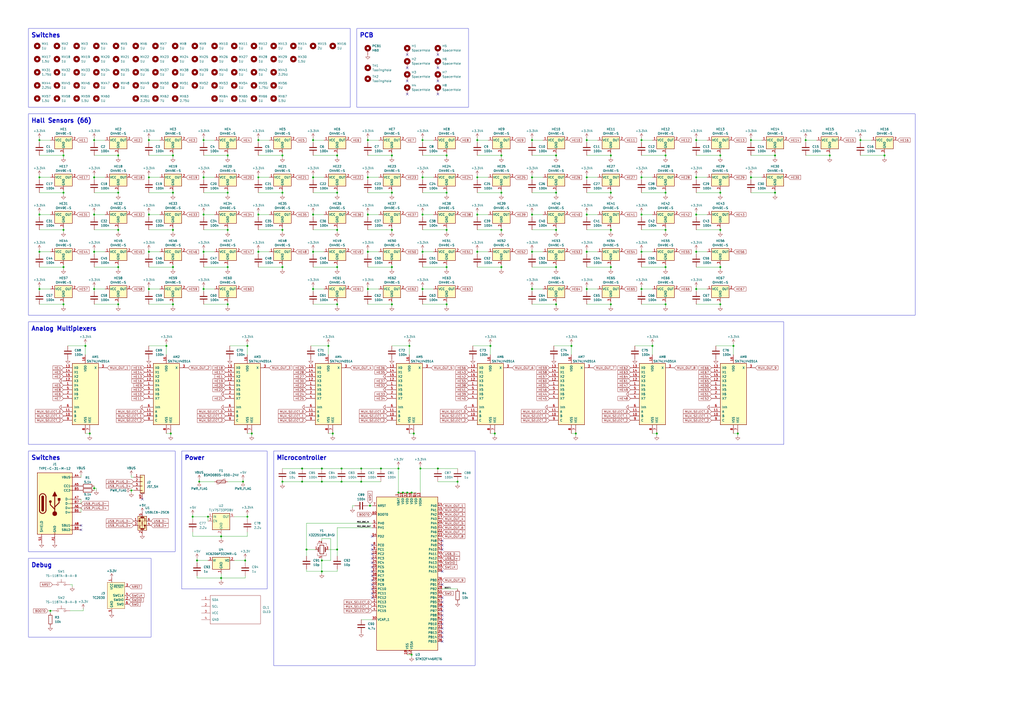
<source format=kicad_sch>
(kicad_sch (version 20250114) (generator "eeschema") (generator_version "9.0")
  (paper "A2")
  (rectangle (start 207.01 16.51) (end 271.78 62.23))
  (rectangle (start 16.51 186.69) (end 454.66 257.81))
  (rectangle (start 16.51 66.04) (end 530.86 182.88))
  (rectangle (start 105.41 261.62) (end 154.94 341.63))
  (rectangle (start 16.51 261.62) (end 101.6 320.04))
  (rectangle (start 16.51 323.85) (end 87.63 369.57))
  (rectangle (start 16.51 16.51) (end 203.2 62.23))
  (rectangle (start 158.75 261.62) (end 275.59 386.08))
  (text "Switches" (at 18.034 20.574 0) (effects (font (size 2.54 2.54) (thickness 0.508) (bold yes)) (justify left)))
  (text "Switches" (at 18.034 265.684 0) (effects (font (size 2.54 2.54) (thickness 0.508) (bold yes)) (justify left)))
  (text "Power" (at 106.934 265.684 0) (effects (font (size 2.54 2.54) (thickness 0.508) (bold yes)) (justify left)))
  (text "Debug" (at 18.034 327.914 0) (effects (font (size 2.54 2.54) (thickness 0.508) (bold yes)) (justify left)))
  (text "Analog Multiplexers" (at 18.034 190.754 0) (effects (font (size 2.54 2.54) (thickness 0.508) (bold yes)) (justify left)))
  (text "Hall Sensors (66)" (at 18.034 70.104 0) (effects (font (size 2.54 2.54) (thickness 0.508) (bold yes)) (justify left)))
  (text "Microcontroller" (at 160.274 265.684 0) (effects (font (size 2.54 2.54) (thickness 0.508) (bold yes)) (justify left)))
  (text "PCB" (at 208.534 20.574 0) (effects (font (size 2.54 2.54) (thickness 0.508) (bold yes)) (justify left)))
  (junction (at 372.11 102.87))
  (junction (at 209.55 279.4))
  (junction (at 163.83 154.94))
  (junction (at 163.83 90.17))
  (junction (at 209.55 271.78))
  (junction (at 513.08 90.17))
  (junction (at 181.61 146.05))
  (junction (at 227.33 111.76))
  (junction (at 68.58 90.17))
  (junction (at 308.61 81.28))
  (junction (at 237.49 200.66))
  (junction (at 54.61 283.21))
  (junction (at 128.27 311.15))
  (junction (at 276.86 81.28))
  (junction (at 308.61 102.87))
  (junction (at 290.83 111.76))
  (junction (at 417.83 176.53))
  (junction (at 143.51 200.66))
  (junction (at 231.14 285.75))
  (junction (at 290.83 133.35))
  (junction (at 149.86 146.05))
  (junction (at 322.58 111.76))
  (junction (at 190.5 200.66))
  (junction (at 372.11 167.64))
  (junction (at 354.33 133.35))
  (junction (at 163.83 279.4))
  (junction (at 195.58 176.53))
  (junction (at 149.86 102.87))
  (junction (at 403.86 124.46))
  (junction (at 233.68 285.75))
  (junction (at 163.83 111.76))
  (junction (at 114.3 325.12))
  (junction (at 334.01 251.46))
  (junction (at 259.08 90.17))
  (junction (at 181.61 102.87))
  (junction (at 186.69 331.47))
  (junction (at 213.36 146.05))
  (junction (at 54.61 167.64))
  (junction (at 231.14 271.78))
  (junction (at 163.83 133.35))
  (junction (at 372.11 124.46))
  (junction (at 340.36 146.05))
  (junction (at 68.58 154.94))
  (junction (at 403.86 102.87))
  (junction (at 86.36 81.28))
  (junction (at 195.58 318.77))
  (junction (at 99.06 251.46))
  (junction (at 22.86 146.05))
  (junction (at 245.11 167.64))
  (junction (at 132.08 176.53))
  (junction (at 322.58 154.94))
  (junction (at 195.58 111.76))
  (junction (at 213.36 167.64))
  (junction (at 238.76 285.75))
  (junction (at 243.84 271.78))
  (junction (at 403.86 146.05))
  (junction (at 213.36 124.46))
  (junction (at 86.36 102.87))
  (junction (at 22.86 167.64))
  (junction (at 467.36 81.28))
  (junction (at 276.86 102.87))
  (junction (at 259.08 111.76))
  (junction (at 340.36 102.87))
  (junction (at 175.26 271.78))
  (junction (at 100.33 111.76))
  (junction (at 276.86 124.46))
  (junction (at 331.47 200.66))
  (junction (at 22.86 81.28))
  (junction (at 227.33 176.53))
  (junction (at 118.11 167.64))
  (junction (at 142.24 325.12))
  (junction (at 111.76 299.72))
  (junction (at 417.83 133.35))
  (junction (at 128.27 335.28))
  (junction (at 195.58 90.17))
  (junction (at 227.33 90.17))
  (junction (at 354.33 176.53))
  (junction (at 149.86 81.28))
  (junction (at 354.33 111.76))
  (junction (at 132.08 111.76))
  (junction (at 68.58 111.76))
  (junction (at 118.11 146.05))
  (junction (at 403.86 81.28))
  (junction (at 403.86 167.64))
  (junction (at 435.61 102.87))
  (junction (at 354.33 90.17))
  (junction (at 186.69 279.4))
  (junction (at 177.8 318.77))
  (junction (at 435.61 81.28))
  (junction (at 86.36 124.46))
  (junction (at 287.02 251.46))
  (junction (at 322.58 133.35))
  (junction (at 425.45 200.66))
  (junction (at 86.36 146.05))
  (junction (at 417.83 111.76))
  (junction (at 449.58 90.17))
  (junction (at 100.33 176.53))
  (junction (at 499.11 81.28))
  (junction (at 308.61 124.46))
  (junction (at 322.58 176.53))
  (junction (at 198.12 271.78))
  (junction (at 54.61 81.28))
  (junction (at 386.08 90.17))
  (junction (at 195.58 133.35))
  (junction (at 417.83 90.17))
  (junction (at 378.46 200.66))
  (junction (at 115.57 279.4))
  (junction (at 36.83 154.94))
  (junction (at 481.33 90.17))
  (junction (at 52.07 251.46))
  (junction (at 49.53 200.66))
  (junction (at 100.33 154.94))
  (junction (at 132.08 154.94))
  (junction (at 265.43 279.4))
  (junction (at 54.61 102.87))
  (junction (at 290.83 154.94))
  (junction (at 100.33 133.35))
  (junction (at 340.36 124.46))
  (junction (at 213.36 81.28))
  (junction (at 68.58 176.53))
  (junction (at 340.36 81.28))
  (junction (at 195.58 154.94))
  (junction (at 240.03 251.46))
  (junction (at 29.21 354.33))
  (junction (at 140.97 279.4))
  (junction (at 386.08 176.53))
  (junction (at 143.51 299.72))
  (junction (at 245.11 146.05))
  (junction (at 36.83 90.17))
  (junction (at 245.11 124.46))
  (junction (at 276.86 146.05))
  (junction (at 227.33 154.94))
  (junction (at 175.26 279.4))
  (junction (at 238.76 379.73))
  (junction (at 259.08 133.35))
  (junction (at 146.05 251.46))
  (junction (at 118.11 102.87))
  (junction (at 186.69 325.12))
  (junction (at 386.08 133.35))
  (junction (at 76.2 284.48))
  (junction (at 372.11 81.28))
  (junction (at 245.11 81.28))
  (junction (at 417.83 154.94))
  (junction (at 227.33 133.35))
  (junction (at 213.36 102.87))
  (junction (at 193.04 251.46))
  (junction (at 449.58 111.76))
  (junction (at 22.86 102.87))
  (junction (at 181.61 124.46))
  (junction (at 132.08 133.35))
  (junction (at 214.63 293.37))
  (junction (at 259.08 154.94))
  (junction (at 181.61 81.28))
  (junction (at 118.11 124.46))
  (junction (at 381 251.46))
  (junction (at 290.83 90.17))
  (junction (at 308.61 167.64))
  (junction (at 96.52 200.66))
  (junction (at 36.83 176.53))
  (junction (at 120.65 299.72))
  (junction (at 132.08 90.17))
  (junction (at 322.58 90.17))
  (junction (at 86.36 167.64))
  (junction (at 236.22 285.75))
  (junction (at 386.08 111.76))
  (junction (at 245.11 102.87))
  (junction (at 100.33 90.17))
  (junction (at 181.61 167.64))
  (junction (at 54.61 146.05))
  (junction (at 308.61 146.05))
  (junction (at 149.86 124.46))
  (junction (at 36.83 111.76))
  (junction (at 220.98 271.78))
  (junction (at 118.11 81.28))
  (junction (at 198.12 279.4))
  (junction (at 186.69 271.78))
  (junction (at 254 271.78))
  (junction (at 386.08 154.94))
  (junction (at 427.99 251.46))
  (junction (at 354.33 154.94))
  (junction (at 22.86 124.46))
  (junction (at 68.58 133.35))
  (junction (at 284.48 200.66))
  (junction (at 372.11 146.05))
  (junction (at 340.36 167.64))
  (junction (at 36.83 133.35))
  (junction (at 259.08 176.53))
  (junction (at 54.61 124.46))
  (no_connect (at 215.9 346.71))
  (no_connect (at 46.99 307.34))
  (no_connect (at 256.54 361.95))
  (no_connect (at 82.55 289.56))
  (no_connect (at 256.54 359.41))
  (no_connect (at 256.54 318.77))
  (no_connect (at 254 54.61))
  (no_connect (at 215.9 311.15))
  (no_connect (at 46.99 304.8))
  (no_connect (at 256.54 354.33))
  (no_connect (at 236.22 54.61))
  (no_connect (at 254 39.37))
  (no_connect (at 256.54 339.09))
  (no_connect (at 236.22 46.99))
  (no_connect (at 215.9 336.55))
  (no_connect (at 215.9 334.01))
  (no_connect (at 236.22 31.75))
  (no_connect (at 215.9 318.77))
  (no_connect (at 256.54 364.49))
  (no_connect (at 256.54 313.69))
  (no_connect (at 236.22 39.37))
  (no_connect (at 215.9 328.93))
  (no_connect (at 215.9 344.17))
  (no_connect (at 256.54 351.79))
  (no_connect (at 256.54 367.03))
  (no_connect (at 256.54 316.23))
  (no_connect (at 215.9 321.31))
  (no_connect (at 256.54 349.25))
  (no_connect (at 215.9 341.63))
  (no_connect (at 256.54 331.47))
  (no_connect (at 256.54 346.71))
  (no_connect (at 254 46.99))
  (no_connect (at 215.9 316.23))
  (no_connect (at 215.9 331.47))
  (no_connect (at 256.54 369.57))
  (no_connect (at 215.9 323.85))
  (no_connect (at 256.54 356.87))
  (no_connect (at 254 31.75))
  (no_connect (at 256.54 372.11))
  (no_connect (at 215.9 339.09))
  (no_connect (at 215.9 326.39))
  (wire (pts (xy 243.84 271.78) (xy 243.84 285.75)))
  (wire (pts (xy 276.86 146.05) (xy 283.21 146.05)))
  (wire (pts (xy 22.86 133.35) (xy 36.83 133.35)))
  (wire (pts (xy 22.86 147.32) (xy 22.86 146.05)))
  (wire (pts (xy 181.61 80.01) (xy 181.61 81.28)))
  (wire (pts (xy 245.11 80.01) (xy 245.11 81.28)))
  (wire (pts (xy 163.83 154.94) (xy 163.83 156.21)))
  (wire (pts (xy 215.9 306.07) (xy 195.58 306.07)))
  (wire (pts (xy 111.76 299.72) (xy 120.65 299.72)))
  (wire (pts (xy 54.61 281.94) (xy 54.61 283.21)))
  (wire (pts (xy 195.58 111.76) (xy 195.58 110.49)))
  (wire (pts (xy 308.61 111.76) (xy 322.58 111.76)))
  (wire (pts (xy 111.76 308.61) (xy 111.76 311.15)))
  (wire (pts (xy 340.36 90.17) (xy 354.33 90.17)))
  (wire (pts (xy 467.36 82.55) (xy 467.36 81.28)))
  (wire (pts (xy 22.86 104.14) (xy 22.86 102.87)))
  (wire (pts (xy 227.33 111.76) (xy 227.33 110.49)))
  (wire (pts (xy 195.58 318.77) (xy 195.58 322.58)))
  (wire (pts (xy 259.08 133.35) (xy 259.08 134.62)))
  (wire (pts (xy 36.83 176.53) (xy 36.83 175.26)))
  (wire (pts (xy 276.86 81.28) (xy 283.21 81.28)))
  (wire (pts (xy 334.01 251.46) (xy 334.01 252.73)))
  (wire (pts (xy 143.51 199.39) (xy 143.51 200.66)))
  (wire (pts (xy 265.43 280.67) (xy 265.43 279.4)))
  (wire (pts (xy 415.29 200.66) (xy 425.45 200.66)))
  (wire (pts (xy 133.35 200.66) (xy 143.51 200.66)))
  (wire (pts (xy 149.86 144.78) (xy 149.86 146.05)))
  (wire (pts (xy 213.36 144.78) (xy 213.36 146.05)))
  (wire (pts (xy 55.88 284.48) (xy 55.88 283.21)))
  (wire (pts (xy 132.08 154.94) (xy 132.08 153.67)))
  (wire (pts (xy 372.11 81.28) (xy 378.46 81.28)))
  (wire (pts (xy 245.11 168.91) (xy 245.11 167.64)))
  (wire (pts (xy 181.61 166.37) (xy 181.61 167.64)))
  (wire (pts (xy 449.58 90.17) (xy 449.58 88.9)))
  (wire (pts (xy 245.11 81.28) (xy 251.46 81.28)))
  (wire (pts (xy 340.36 133.35) (xy 354.33 133.35)))
  (wire (pts (xy 238.76 381) (xy 238.76 379.73)))
  (wire (pts (xy 354.33 111.76) (xy 354.33 113.03)))
  (wire (pts (xy 322.58 111.76) (xy 322.58 110.49)))
  (wire (pts (xy 149.86 101.6) (xy 149.86 102.87)))
  (wire (pts (xy 68.58 176.53) (xy 68.58 177.8)))
  (wire (pts (xy 86.36 168.91) (xy 86.36 167.64)))
  (wire (pts (xy 340.36 147.32) (xy 340.36 146.05)))
  (wire (pts (xy 86.36 90.17) (xy 100.33 90.17)))
  (wire (pts (xy 54.61 101.6) (xy 54.61 102.87)))
  (wire (pts (xy 378.46 200.66) (xy 378.46 205.74)))
  (wire (pts (xy 372.11 90.17) (xy 386.08 90.17)))
  (wire (pts (xy 245.11 102.87) (xy 251.46 102.87)))
  (wire (pts (xy 54.61 123.19) (xy 54.61 124.46)))
  (wire (pts (xy 181.61 168.91) (xy 181.61 167.64)))
  (wire (pts (xy 114.3 334.01) (xy 114.3 335.28)))
  (wire (pts (xy 386.08 111.76) (xy 386.08 113.03)))
  (wire (pts (xy 425.45 200.66) (xy 425.45 205.74)))
  (wire (pts (xy 54.61 168.91) (xy 54.61 167.64)))
  (wire (pts (xy 54.61 125.73) (xy 54.61 124.46)))
  (wire (pts (xy 340.36 176.53) (xy 354.33 176.53)))
  (wire (pts (xy 276.86 102.87) (xy 283.21 102.87)))
  (wire (pts (xy 128.27 311.15) (xy 128.27 312.42)))
  (wire (pts (xy 276.86 147.32) (xy 276.86 146.05)))
  (wire (pts (xy 340.36 80.01) (xy 340.36 81.28)))
  (wire (pts (xy 186.69 313.69) (xy 186.69 312.42)))
  (wire (pts (xy 245.11 166.37) (xy 245.11 167.64)))
  (wire (pts (xy 114.3 323.85) (xy 114.3 325.12)))
  (wire (pts (xy 499.11 82.55) (xy 499.11 81.28)))
  (wire (pts (xy 386.08 154.94) (xy 386.08 153.67)))
  (wire (pts (xy 290.83 111.76) (xy 290.83 113.03)))
  (wire (pts (xy 340.36 102.87) (xy 346.71 102.87)))
  (wire (pts (xy 186.69 325.12) (xy 186.69 331.47)))
  (wire (pts (xy 372.11 124.46) (xy 378.46 124.46)))
  (wire (pts (xy 68.58 133.35) (xy 68.58 132.08)))
  (wire (pts (xy 22.86 166.37) (xy 22.86 167.64)))
  (wire (pts (xy 340.36 104.14) (xy 340.36 102.87)))
  (wire (pts (xy 213.36 102.87) (xy 219.71 102.87)))
  (wire (pts (xy 237.49 200.66) (xy 237.49 205.74)))
  (wire (pts (xy 163.83 279.4) (xy 175.26 279.4)))
  (wire (pts (xy 29.21 354.33) (xy 29.21 355.6)))
  (wire (pts (xy 449.58 111.76) (xy 449.58 113.03)))
  (wire (pts (xy 372.11 147.32) (xy 372.11 146.05)))
  (wire (pts (xy 378.46 251.46) (xy 381 251.46)))
  (wire (pts (xy 209.55 279.4) (xy 220.98 279.4)))
  (wire (pts (xy 46.99 289.56) (xy 46.99 292.1)))
  (wire (pts (xy 256.54 341.63) (xy 265.43 341.63)))
  (wire (pts (xy 140.97 279.4) (xy 132.08 279.4)))
  (wire (pts (xy 403.86 101.6) (xy 403.86 102.87)))
  (wire (pts (xy 386.08 176.53) (xy 386.08 177.8)))
  (wire (pts (xy 340.36 166.37) (xy 340.36 167.64)))
  (wire (pts (xy 195.58 154.94) (xy 195.58 156.21)))
  (wire (pts (xy 259.08 111.76) (xy 259.08 113.03)))
  (wire (pts (xy 143.51 299.72) (xy 143.51 300.99)))
  (wire (pts (xy 243.84 271.78) (xy 254 271.78)))
  (wire (pts (xy 331.47 200.66) (xy 331.47 205.74)))
  (wire (pts (xy 39.37 200.66) (xy 49.53 200.66)))
  (wire (pts (xy 213.36 293.37) (xy 214.63 293.37)))
  (wire (pts (xy 308.61 124.46) (xy 314.96 124.46)))
  (wire (pts (xy 403.86 167.64) (xy 410.21 167.64)))
  (wire (pts (xy 403.86 133.35) (xy 417.83 133.35)))
  (wire (pts (xy 340.36 101.6) (xy 340.36 102.87)))
  (wire (pts (xy 143.51 200.66) (xy 143.51 205.74)))
  (wire (pts (xy 100.33 176.53) (xy 100.33 175.26)))
  (wire (pts (xy 308.61 144.78) (xy 308.61 146.05)))
  (wire (pts (xy 54.61 146.05) (xy 60.96 146.05)))
  (wire (pts (xy 118.11 144.78) (xy 118.11 146.05)))
  (wire (pts (xy 115.57 278.13) (xy 115.57 279.4)))
  (wire (pts (xy 386.08 90.17) (xy 386.08 88.9)))
  (wire (pts (xy 86.36 82.55) (xy 86.36 81.28)))
  (wire (pts (xy 22.86 81.28) (xy 29.21 81.28)))
  (wire (pts (xy 276.86 154.94) (xy 290.83 154.94)))
  (wire (pts (xy 372.11 80.01) (xy 372.11 81.28)))
  (wire (pts (xy 322.58 176.53) (xy 322.58 177.8)))
  (wire (pts (xy 22.86 82.55) (xy 22.86 81.28)))
  (wire (pts (xy 245.11 167.64) (xy 251.46 167.64)))
  (wire (pts (xy 467.36 81.28) (xy 473.71 81.28)))
  (wire (pts (xy 86.36 200.66) (xy 96.52 200.66)))
  (wire (pts (xy 54.61 144.78) (xy 54.61 146.05)))
  (wire (pts (xy 403.86 81.28) (xy 410.21 81.28)))
  (wire (pts (xy 22.86 80.01) (xy 22.86 81.28)))
  (wire (pts (xy 308.61 102.87) (xy 314.96 102.87)))
  (wire (pts (xy 132.08 111.76) (xy 132.08 113.03)))
  (wire (pts (xy 386.08 133.35) (xy 386.08 134.62)))
  (wire (pts (xy 259.08 176.53) (xy 259.08 177.8)))
  (wire (pts (xy 213.36 125.73) (xy 213.36 124.46)))
  (wire (pts (xy 213.36 146.05) (xy 219.71 146.05)))
  (wire (pts (xy 49.53 200.66) (xy 49.53 205.74)))
  (wire (pts (xy 209.55 271.78) (xy 220.98 271.78)))
  (wire (pts (xy 276.86 111.76) (xy 290.83 111.76)))
  (wire (pts (xy 354.33 176.53) (xy 354.33 177.8)))
  (wire (pts (xy 417.83 90.17) (xy 417.83 88.9)))
  (wire (pts (xy 54.61 81.28) (xy 60.96 81.28)))
  (wire (pts (xy 186.69 325.12) (xy 186.69 323.85)))
  (wire (pts (xy 49.53 199.39) (xy 49.53 200.66)))
  (wire (pts (xy 146.05 251.46) (xy 146.05 252.73)))
  (wire (pts (xy 22.86 124.46) (xy 29.21 124.46)))
  (wire (pts (xy 132.08 133.35) (xy 132.08 134.62)))
  (wire (pts (xy 52.07 251.46) (xy 52.07 252.73)))
  (wire (pts (xy 322.58 176.53) (xy 322.58 175.26)))
  (wire (pts (xy 259.08 154.94) (xy 259.08 153.67)))
  (wire (pts (xy 76.2 275.59) (xy 76.2 276.86)))
  (wire (pts (xy 386.08 90.17) (xy 386.08 91.44)))
  (wire (pts (xy 340.36 81.28) (xy 346.71 81.28)))
  (wire (pts (xy 118.11 125.73) (xy 118.11 124.46)))
  (wire (pts (xy 132.08 176.53) (xy 132.08 175.26)))
  (wire (pts (xy 181.61 144.78) (xy 181.61 146.05)))
  (wire (pts (xy 308.61 125.73) (xy 308.61 124.46)))
  (wire (pts (xy 386.08 133.35) (xy 386.08 132.08)))
  (wire (pts (xy 118.11 90.17) (xy 132.08 90.17)))
  (wire (pts (xy 340.36 124.46) (xy 346.71 124.46)))
  (wire (pts (xy 237.49 251.46) (xy 240.03 251.46)))
  (wire (pts (xy 118.11 102.87) (xy 124.46 102.87)))
  (wire (pts (xy 180.34 200.66) (xy 190.5 200.66)))
  (wire (pts (xy 195.58 90.17) (xy 195.58 91.44)))
  (wire (pts (xy 86.36 154.94) (xy 100.33 154.94)))
  (wire (pts (xy 49.53 251.46) (xy 52.07 251.46)))
  (wire (pts (xy 308.61 166.37) (xy 308.61 167.64)))
  (wire (pts (xy 41.91 339.09) (xy 40.64 339.09)))
  (wire (pts (xy 163.83 111.76) (xy 163.83 113.03)))
  (wire (pts (xy 276.86 80.01) (xy 276.86 81.28)))
  (wire (pts (xy 186.69 331.47) (xy 195.58 331.47)))
  (wire (pts (xy 427.99 251.46) (xy 427.99 252.73)))
  (wire (pts (xy 68.58 154.94) (xy 68.58 153.67)))
  (wire (pts (xy 135.89 299.72) (xy 143.51 299.72)))
  (wire (pts (xy 354.33 90.17) (xy 354.33 91.44)))
  (wire (pts (xy 372.11 167.64) (xy 378.46 167.64)))
  (wire (pts (xy 177.8 331.47) (xy 186.69 331.47)))
  (wire (pts (xy 181.61 154.94) (xy 195.58 154.94)))
  (wire (pts (xy 181.61 176.53) (xy 195.58 176.53)))
  (wire (pts (xy 372.11 125.73) (xy 372.11 124.46)))
  (wire (pts (xy 100.33 176.53) (xy 100.33 177.8)))
  (wire (pts (xy 149.86 82.55) (xy 149.86 81.28)))
  (wire (pts (xy 29.21 354.33) (xy 30.48 354.33)))
  (wire (pts (xy 259.08 111.76) (xy 259.08 110.49)))
  (wire (pts (xy 195.58 90.17) (xy 195.58 88.9)))
  (wire (pts (xy 143.51 311.15) (xy 143.51 308.61)))
  (wire (pts (xy 284.48 199.39) (xy 284.48 200.66)))
  (wire (pts (xy 191.77 325.12) (xy 186.69 325.12)))
  (wire (pts (xy 331.47 251.46) (xy 334.01 251.46)))
  (wire (pts (xy 227.33 133.35) (xy 227.33 134.62)))
  (wire (pts (xy 284.48 251.46) (xy 287.02 251.46)))
  (wire (pts (xy 205.74 293.37) (xy 204.47 293.37)))
  (wire (pts (xy 86.36 124.46) (xy 92.71 124.46)))
  (wire (pts (xy 245.11 123.19) (xy 245.11 124.46)))
  (wire (pts (xy 308.61 81.28) (xy 314.96 81.28)))
  (wire (pts (xy 22.86 176.53) (xy 36.83 176.53)))
  (wire (pts (xy 22.86 111.76) (xy 36.83 111.76)))
  (wire (pts (xy 276.86 90.17) (xy 290.83 90.17)))
  (wire (pts (xy 403.86 147.32) (xy 403.86 146.05)))
  (wire (pts (xy 36.83 176.53) (xy 36.83 177.8)))
  (wire (pts (xy 77.47 284.48) (xy 76.2 284.48)))
  (wire (pts (xy 195.58 306.07) (xy 195.58 318.77)))
  (wire (pts (xy 417.83 154.94) (xy 417.83 153.67)))
  (wire (pts (xy 181.61 133.35) (xy 195.58 133.35)))
  (wire (pts (xy 354.33 111.76) (xy 354.33 110.49)))
  (wire (pts (xy 340.36 154.94) (xy 354.33 154.94)))
  (wire (pts (xy 308.61 146.05) (xy 314.96 146.05)))
  (wire (pts (xy 100.33 133.35) (xy 100.33 132.08)))
  (wire (pts (xy 245.11 147.32) (xy 245.11 146.05)))
  (wire (pts (xy 128.27 311.15) (xy 143.51 311.15)))
  (wire (pts (xy 54.61 80.01) (xy 54.61 81.28)))
  (wire (pts (xy 435.61 80.01) (xy 435.61 81.28)))
  (wire (pts (xy 86.36 123.19) (xy 86.36 124.46)))
  (wire (pts (xy 195.58 318.77) (xy 190.5 318.77)))
  (wire (pts (xy 245.11 144.78) (xy 245.11 146.05)))
  (wire (pts (xy 22.86 168.91) (xy 22.86 167.64)))
  (wire (pts (xy 22.86 101.6) (xy 22.86 102.87)))
  (wire (pts (xy 118.11 167.64) (xy 124.46 167.64)))
  (wire (pts (xy 142.24 325.12) (xy 142.24 326.39)))
  (wire (pts (xy 287.02 251.46) (xy 287.02 252.73)))
  (wire (pts (xy 331.47 199.39) (xy 331.47 200.66)))
  (wire (pts (xy 118.11 80.01) (xy 118.11 81.28)))
  (wire (pts (xy 68.58 90.17) (xy 68.58 88.9)))
  (wire (pts (xy 190.5 251.46) (xy 193.04 251.46)))
  (wire (pts (xy 54.61 133.35) (xy 68.58 133.35)))
  (wire (pts (xy 481.33 90.17) (xy 481.33 88.9)))
  (wire (pts (xy 213.36 90.17) (xy 227.33 90.17)))
  (wire (pts (xy 163.83 111.76) (xy 163.83 110.49)))
  (wire (pts (xy 36.83 154.94) (xy 36.83 156.21)))
  (wire (pts (xy 322.58 133.35) (xy 322.58 132.08)))
  (wire (pts (xy 245.11 82.55) (xy 245.11 81.28)))
  (wire (pts (xy 340.36 146.05) (xy 346.71 146.05)))
  (wire (pts (xy 481.33 90.17) (xy 481.33 91.44)))
  (wire (pts (xy 68.58 154.94) (xy 68.58 156.21)))
  (wire (pts (xy 403.86 168.91) (xy 403.86 167.64)))
  (wire (pts (xy 276.86 133.35) (xy 290.83 133.35)))
  (wire (pts (xy 36.83 133.35) (xy 36.83 132.08)))
  (wire (pts (xy 118.11 133.35) (xy 132.08 133.35)))
  (wire (pts (xy 372.11 102.87) (xy 378.46 102.87)))
  (wire (pts (xy 213.36 101.6) (xy 213.36 102.87)))
  (wire (pts (xy 149.86 124.46) (xy 156.21 124.46)))
  (wire (pts (xy 181.61 111.76) (xy 195.58 111.76)))
  (wire (pts (xy 354.33 90.17) (xy 354.33 88.9)))
  (wire (pts (xy 186.69 279.4) (xy 198.12 279.4)))
  (wire (pts (xy 142.24 323.85) (xy 142.24 325.12)))
  (wire (pts (xy 417.83 111.76) (xy 417.83 113.03)))
  (wire (pts (xy 181.61 125.73) (xy 181.61 124.46)))
  (wire (pts (xy 181.61 124.46) (xy 187.96 124.46)))
  (wire (pts (xy 149.86 147.32) (xy 149.86 146.05)))
  (wire (pts (xy 245.11 133.35) (xy 259.08 133.35)))
  (wire (pts (xy 372.11 154.94) (xy 386.08 154.94)))
  (wire (pts (xy 308.61 133.35) (xy 322.58 133.35)))
  (wire (pts (xy 245.11 146.05) (xy 251.46 146.05)))
  (wire (pts (xy 191.77 312.42) (xy 191.77 325.12)))
  (wire (pts (xy 86.36 144.78) (xy 86.36 146.05)))
  (wire (pts (xy 213.36 154.94) (xy 227.33 154.94)))
  (wire (pts (xy 435.61 82.55) (xy 435.61 81.28)))
  (wire (pts (xy 227.33 176.53) (xy 227.33 175.26)))
  (wire (pts (xy 182.88 318.77) (xy 177.8 318.77)))
  (wire (pts (xy 403.86 166.37) (xy 403.86 167.64)))
  (wire (pts (xy 195.58 154.94) (xy 195.58 153.67)))
  (wire (pts (xy 259.08 133.35) (xy 259.08 132.08)))
  (wire (pts (xy 181.61 104.14) (xy 181.61 102.87)))
  (wire (pts (xy 245.11 104.14) (xy 245.11 102.87)))
  (wire (pts (xy 48.26 353.06) (xy 48.26 354.33)))
  (wire (pts (xy 308.61 123.19) (xy 308.61 124.46)))
  (wire (pts (xy 340.36 125.73) (xy 340.36 124.46)))
  (wire (pts (xy 372.11 146.05) (xy 378.46 146.05)))
  (wire (pts (xy 386.08 176.53) (xy 386.08 175.26)))
  (wire (pts (xy 372.11 168.91) (xy 372.11 167.64)))
  (wire (pts (xy 86.36 133.35) (xy 100.33 133.35)))
  (wire (pts (xy 372.11 144.78) (xy 372.11 146.05)))
  (wire (pts (xy 186.69 332.74) (xy 186.69 331.47)))
  (wire (pts (xy 213.36 176.53) (xy 227.33 176.53)))
  (wire (pts (xy 36.83 111.76) (xy 36.83 110.49)))
  (wire (pts (xy 403.86 111.76) (xy 417.83 111.76)))
  (wire (pts (xy 231.14 271.78) (xy 231.14 285.75)))
  (wire (pts (xy 149.86 90.17) (xy 163.83 90.17)))
  (wire (pts (xy 186.69 271.78) (xy 198.12 271.78)))
  (wire (pts (xy 227.33 111.76) (xy 227.33 113.03)))
  (wire (pts (xy 149.86 81.28) (xy 156.21 81.28)))
  (wire (pts (xy 231.14 285.75) (xy 233.68 285.75)))
  (wire (pts (xy 118.11 111.76) (xy 132.08 111.76)))
  (wire (pts (xy 22.86 146.05) (xy 29.21 146.05)))
  (wire (pts (xy 118.11 166.37) (xy 118.11 167.64)))
  (wire (pts (xy 181.61 167.64) (xy 187.96 167.64)))
  (wire (pts (xy 149.86 154.94) (xy 163.83 154.94)))
  (wire (pts (xy 111.76 300.99) (xy 111.76 299.72)))
  (wire (pts (xy 68.58 111.76) (xy 68.58 110.49)))
  (wire (pts (xy 22.86 123.19) (xy 22.86 124.46)))
  (wire (pts (xy 115.57 279.4) (xy 124.46 279.4)))
  (wire (pts (xy 403.86 176.53) (xy 417.83 176.53)))
  (wire (pts (xy 322.58 111.76) (xy 322.58 113.03)))
  (wire (pts (xy 54.61 176.53) (xy 68.58 176.53)))
  (wire (pts (xy 181.61 82.55) (xy 181.61 81.28)))
  (wire (pts (xy 322.58 90.17) (xy 322.58 91.44)))
  (wire (pts (xy 403.86 124.46) (xy 410.21 124.46)))
  (wire (pts (xy 308.61 167.64) (xy 314.96 167.64)))
  (wire (pts (xy 308.61 80.01) (xy 308.61 81.28)))
  (wire (pts (xy 276.86 124.46) (xy 283.21 124.46)))
  (wire (pts (xy 220.98 271.78) (xy 231.14 271.78)))
  (wire (pts (xy 55.88 283.21) (xy 54.61 283.21)))
  (wire (pts (xy 41.91 340.36) (xy 41.91 339.09)))
  (wire (pts (xy 195.58 133.35) (xy 195.58 132.08)))
  (wire (pts (xy 417.83 111.76) (xy 417.83 110.49)))
  (wire (pts (xy 209.55 359.41) (xy 215.9 359.41)))
  (wire (pts (xy 132.08 90.17) (xy 132.08 88.9)))
  (wire (pts (xy 22.86 144.78) (xy 22.86 146.05)))
  (wire (pts (xy 435.61 90.17) (xy 449.58 90.17)))
  (wire (pts (xy 54.61 283.21) (xy 54.61 284.48)))
  (wire (pts (xy 68.58 111.76) (xy 68.58 113.03)))
  (wire (pts (xy 181.61 101.6) (xy 181.61 102.87)))
  (wire (pts (xy 243.84 270.51) (xy 243.84 271.78)))
  (wire (pts (xy 308.61 101.6) (xy 308.61 102.87)))
  (wire (pts (xy 86.36 147.32) (xy 86.36 146.05)))
  (wire (pts (xy 386.08 154.94) (xy 386.08 156.21)))
  (wire (pts (xy 354.33 154.94) (xy 354.33 153.67)))
  (wire (pts (xy 308.61 147.32) (xy 308.61 146.05)))
  (wire (pts (xy 240.03 251.46) (xy 240.03 252.73)))
  (wire (pts (xy 198.12 279.4) (xy 209.55 279.4)))
  (wire (pts (xy 76.2 276.86) (xy 77.47 276.86)))
  (wire (pts (xy 290.83 111.76) (xy 290.83 110.49)))
  (wire (pts (xy 54.61 154.94) (xy 68.58 154.94)))
  (wire (pts (xy 149.86 125.73) (xy 149.86 124.46)))
  (wire (pts (xy 175.26 271.78) (xy 186.69 271.78)))
  (wire (pts (xy 96.52 199.39) (xy 96.52 200.66)))
  (wire (pts (xy 435.61 101.6) (xy 435.61 102.87)))
  (wire (pts (xy 120.65 325.12) (xy 114.3 325.12)))
  (wire (pts (xy 149.86 123.19) (xy 149.86 124.46)))
  (wire (pts (xy 467.36 90.17) (xy 481.33 90.17)))
  (wire (pts (xy 149.86 104.14) (xy 149.86 102.87)))
  (wire (pts (xy 276.86 82.55) (xy 276.86 81.28)))
  (wire (pts (xy 403.86 82.55) (xy 403.86 81.28)))
  (wire (pts (xy 68.58 90.17) (xy 68.58 91.44)))
  (wire (pts (xy 128.27 309.88) (xy 128.27 311.15)))
  (wire (pts (xy 322.58 133.35) (xy 322.58 134.62)))
  (wire (pts (xy 118.11 154.94) (xy 132.08 154.94)))
  (wire (pts (xy 259.08 154.94) (xy 259.08 156.21)))
  (wire (pts (xy 118.11 101.6) (xy 118.11 102.87)))
  (wire (pts (xy 308.61 82.55) (xy 308.61 81.28)))
  (wire (pts (xy 308.61 104.14) (xy 308.61 102.87)))
  (wire (pts (xy 132.08 154.94) (xy 132.08 156.21)))
  (wire (pts (xy 143.51 251.46) (xy 146.05 251.46)))
  (wire (pts (xy 99.06 251.46) (xy 99.06 252.73)))
  (wire (pts (xy 372.11 111.76) (xy 386.08 111.76)))
  (wire (pts (xy 198.12 271.78) (xy 209.55 271.78)))
  (wire (pts (xy 403.86 90.17) (xy 417.83 90.17)))
  (wire (pts (xy 214.63 292.1) (xy 214.63 293.37)))
  (wire (pts (xy 86.36 111.76) (xy 100.33 111.76)))
  (wire (pts (xy 177.8 318.77) (xy 177.8 322.58)))
  (wire (pts (xy 227.33 154.94) (xy 227.33 153.67)))
  (wire (pts (xy 114.3 335.28) (xy 128.27 335.28)))
  (wire (pts (xy 86.36 166.37) (xy 86.36 167.64)))
  (wire (pts (xy 100.33 111.76) (xy 100.33 113.03)))
  (wire (pts (xy 308.61 168.91) (xy 308.61 167.64)))
  (wire (pts (xy 181.61 146.05) (xy 187.96 146.05)))
  (wire (pts (xy 118.11 82.55) (xy 118.11 81.28)))
  (wire (pts (xy 186.69 312.42) (xy 191.77 312.42)))
  (wire (pts (xy 403.86 123.19) (xy 403.86 124.46)))
  (wire (pts (xy 321.31 200.66) (xy 331.47 200.66)))
  (wire (pts (xy 386.08 111.76) (xy 386.08 110.49)))
  (wire (pts (xy 54.61 104.14) (xy 54.61 102.87)))
  (wire (pts (xy 284.48 200.66) (xy 284.48 205.74)))
  (wire (pts (xy 276.86 123.19) (xy 276.86 124.46)))
  (wire (pts (xy 308.61 176.53) (xy 322.58 176.53)))
  (wire (pts (xy 308.61 90.17) (xy 322.58 90.17)))
  (wire (pts (xy 118.11 81.28) (xy 124.46 81.28)))
  (wire (pts (xy 214.63 293.37) (xy 215.9 293.37)))
  (wire (pts (xy 354.33 133.35) (xy 354.33 134.62)))
  (wire (pts (xy 204.47 293.37) (xy 204.47 294.64)))
  (wire (pts (xy 245.11 124.46) (xy 251.46 124.46)))
  (wire (pts (xy 163.83 133.35) (xy 163.83 134.62)))
  (wire (pts (xy 163.83 154.94) (xy 163.83 153.67)))
  (wire (pts (xy 118.11 147.32) (xy 118.11 146.05)))
  (wire (pts (xy 22.86 102.87) (xy 29.21 102.87)))
  (wire (pts (xy 195.58 331.47) (xy 195.58 330.2)))
  (wire (pts (xy 163.83 90.17) (xy 163.83 91.44)))
  (wire (pts (xy 54.61 166.37) (xy 54.61 167.64)))
  (wire (pts (xy 27.94 354.33) (xy 29.21 354.33)))
  (wire (pts (xy 213.36 166.37) (xy 213.36 167.64)))
  (wire (pts (xy 213.36 104.14) (xy 213.36 102.87)))
  (wire (pts (xy 86.36 176.53) (xy 100.33 176.53)))
  (wire (pts (xy 372.11 176.53) (xy 386.08 176.53)))
  (wire (pts (xy 86.36 102.87) (xy 92.71 102.87)))
  (wire (pts (xy 195.58 176.53) (xy 195.58 175.26)))
  (wire (pts (xy 403.86 146.05) (xy 410.21 146.05)))
  (wire (pts (xy 100.33 154.94) (xy 100.33 153.67)))
  (wire (pts (xy 195.58 133.35) (xy 195.58 134.62)))
  (wire (pts (xy 54.61 82.55) (xy 54.61 81.28)))
  (wire (pts (xy 190.5 200.66) (xy 190.5 205.74)))
  (wire (pts (xy 54.61 167.64) (xy 60.96 167.64)))
  (wire (pts (xy 86.36 167.64) (xy 92.71 167.64)))
  (wire (pts (xy 290.83 133.35) (xy 290.83 132.08)))
  (wire (pts (xy 417.83 90.17) (xy 417.83 91.44)))
  (wire (pts (xy 132.08 111.76) (xy 132.08 110.49)))
  (wire (pts (xy 378.46 199.39) (xy 378.46 200.66)))
  (wire (pts (xy 149.86 146.05) (xy 156.21 146.05)))
  (wire (pts (xy 68.58 133.35) (xy 68.58 134.62)))
  (wire (pts (xy 340.36 167.64) (xy 346.71 167.64)))
  (wire (pts (xy 142.24 335.28) (xy 142.24 334.01)))
  (wire (pts (xy 111.76 298.45) (xy 111.76 299.72)))
  (wire (pts (xy 143.51 298.45) (xy 143.51 299.72)))
  (wire (pts (xy 128.27 335.28) (xy 142.24 335.28)))
  (wire (pts (xy 22.86 90.17) (xy 36.83 90.17)))
  (wire (pts (xy 403.86 154.94) (xy 417.83 154.94)))
  (wire (pts (xy 245.11 101.6) (xy 245.11 102.87)))
  (wire (pts (xy 322.58 154.94) (xy 322.58 156.21)))
  (wire (pts (xy 177.8 318.77) (xy 177.8 303.53)))
  (wire (pts (xy 96.52 251.46) (xy 99.06 251.46)))
  (wire (pts (xy 417.83 176.53) (xy 417.83 175.26)))
  (wire (pts (xy 195.58 111.76) (xy 195.58 113.03)))
  (wire (pts (xy 276.86 125.73) (xy 276.86 124.46)))
  (wire (pts (xy 177.8 303.53) (xy 215.9 303.53)))
  (wire (pts (xy 403.86 125.73) (xy 403.86 124.46)))
  (wire (pts (xy 340.36 144.78) (xy 340.36 146.05)))
  (wire (pts (xy 417.83 176.53) (xy 417.83 177.8)))
  (wire (pts (xy 368.3 200.66) (xy 378.46 200.66)))
  (wire (pts (xy 128.27 332.74) (xy 128.27 335.28)))
  (wire (pts (xy 259.08 176.53) (xy 259.08 175.26)))
  (wire (pts (xy 100.33 133.35) (xy 100.33 134.62)))
  (wire (pts (xy 290.83 133.35) (xy 290.83 134.62)))
  (wire (pts (xy 86.36 146.05) (xy 92.71 146.05)))
  (wire (pts (xy 417.83 154.94) (xy 417.83 156.21)))
  (wire (pts (xy 233.68 285.75) (xy 236.22 285.75)))
  (wire (pts (xy 213.36 168.91) (xy 213.36 167.64)))
  (wire (pts (xy 513.08 90.17) (xy 513.08 88.9)))
  (wire (pts (xy 449.58 90.17) (xy 449.58 91.44)))
  (wire (pts (xy 22.86 125.73) (xy 22.86 124.46)))
  (wire (pts (xy 254 271.78) (xy 265.43 271.78)))
  (wire (pts (xy 149.86 80.01) (xy 149.86 81.28)))
  (wire (pts (xy 213.36 133.35) (xy 227.33 133.35)))
  (wire (pts (xy 435.61 81.28) (xy 441.96 81.28)))
  (wire (pts (xy 132.08 133.35) (xy 132.08 132.08)))
  (wire (pts (xy 231.14 270.51) (xy 231.14 271.78)))
  (wire (pts (xy 499.11 81.28) (xy 505.46 81.28)))
  (wire (pts (xy 36.83 90.17) (xy 36.83 91.44)))
  (wire (pts (xy 213.36 111.76) (xy 227.33 111.76)))
  (wire (pts (xy 245.11 176.53) (xy 259.08 176.53)))
  (wire (pts (xy 118.11 176.53) (xy 132.08 176.53)))
  (wire (pts (xy 276.86 101.6) (xy 276.86 102.87)))
  (wire (pts (xy 86.36 80.01) (xy 86.36 81.28)))
  (wire (pts (xy 54.61 147.32) (xy 54.61 146.05)))
  (wire (pts (xy 259.08 90.17) (xy 259.08 88.9)))
  (wire (pts (xy 227.33 133.35) (xy 227.33 132.08)))
  (wire (pts (xy 403.86 102.87) (xy 410.21 102.87)))
  (wire (pts (xy 100.33 90.17) (xy 100.33 88.9)))
  (wire (pts (xy 48.26 354.33) (xy 40.64 354.33)))
  (wire (pts (xy 435.61 104.14) (xy 435.61 102.87)))
  (wire (pts (xy 276.86 104.14) (xy 276.86 102.87)))
  (wire (pts (xy 100.33 154.94) (xy 100.33 156.21)))
  (wire (pts (xy 340.36 111.76) (xy 354.33 111.76)))
  (wire (pts (xy 36.83 111.76) (xy 36.83 113.03)))
  (wire (pts (xy 195.58 176.53) (xy 195.58 177.8)))
  (wire (pts (xy 36.83 90.17) (xy 36.83 88.9)))
  (wire (pts (xy 425.45 251.46) (xy 427.99 251.46)))
  (wire (pts (xy 354.33 133.35) (xy 354.33 132.08)))
  (wire (pts (xy 403.86 144.78) (xy 403.86 146.05)))
  (wire (pts (xy 354.33 176.53) (xy 354.33 175.26)))
  (wire (pts (xy 86.36 81.28) (xy 92.71 81.28)))
  (wire (pts (xy 213.36 167.64) (xy 219.71 167.64)))
  (wire (pts (xy 435.61 102.87) (xy 441.96 102.87)))
  (wire (pts (xy 213.36 124.46) (xy 219.71 124.46)))
  (wire (pts (xy 245.11 125.73) (xy 245.11 124.46)))
  (wire (pts (xy 132.08 90.17) (xy 132.08 91.44)))
  (wire (pts (xy 449.58 111.76) (xy 449.58 110.49)))
  (wire (pts (xy 259.08 90.17) (xy 259.08 91.44)))
  (wire (pts (xy 340.36 123.19) (xy 340.36 124.46)))
  (wire (pts (xy 340.36 82.55) (xy 340.36 81.28)))
  (wire (pts (xy 254 279.4) (xy 265.43 279.4)))
  (wire (pts (xy 236.22 379.73) (xy 238.76 379.73)))
  (wire (pts (xy 499.11 90.17) (xy 513.08 90.17)))
  (wire (pts (xy 36.83 154.94) (xy 36.83 153.67)))
  (wire (pts (xy 46.99 275.59) (xy 46.99 276.86)))
  (wire (pts (xy 236.22 285.75) (xy 238.76 285.75)))
  (wire (pts (xy 181.61 123.19) (xy 181.61 124.46)))
  (wire (pts (xy 149.86 133.35) (xy 163.83 133.35)))
  (wire (pts (xy 274.32 200.66) (xy 284.48 200.66)))
  (wire (pts (xy 372.11 101.6) (xy 372.11 102.87)))
  (wire (pts (xy 372.11 166.37) (xy 372.11 167.64)))
  (wire (pts (xy 227.33 176.53) (xy 227.33 177.8)))
  (wire (pts (xy 403.86 80.01) (xy 403.86 81.28)))
  (wire (pts (xy 163.83 271.78) (xy 175.26 271.78)))
  (wire (pts (xy 499.11 80.01) (xy 499.11 81.28)))
  (wire (pts (xy 372.11 123.19) (xy 372.11 124.46)))
  (wire (pts (xy 425.45 199.39) (xy 425.45 200.66)))
  (wire (pts (xy 76.2 284.48) (xy 76.2 285.75)))
  (wire (pts (xy 149.86 102.87) (xy 156.21 102.87)))
  (wire (pts (xy 290.83 90.17) (xy 290.83 91.44)))
  (wire (pts (xy 381 251.46) (xy 381 252.73)))
  (wire (pts (xy 372.11 104.14) (xy 372.11 102.87)))
  (wire (pts (xy 128.27 336.55) (xy 128.27 335.28)))
  (wire (pts (xy 213.36 82.55) (xy 213.36 81.28)))
  (wire (pts (xy 245.11 111.76) (xy 259.08 111.76)))
  (wire (pts (xy 163.83 280.67) (xy 163.83 279.4)))
  (wire (pts (xy 100.33 111.76) (xy 100.33 110.49)))
  (wire (pts (xy 354.33 154.94) (xy 354.33 156.21)))
  (wire (pts (xy 190.5 199.39) (xy 190.5 200.66)))
  (wire (pts (xy 181.61 81.28) (xy 187.96 81.28)))
  (wire (pts (xy 54.61 124.46) (xy 60.96 124.46)))
  (wire (pts (xy 227.33 200.66) (xy 237.49 200.66)))
  (wire (pts (xy 140.97 278.13) (xy 140.97 279.4)))
  (wire (pts (xy 96.52 200.66) (xy 96.52 205.74)))
  (wire (pts (xy 213.36 80.01) (xy 213.36 81.28)))
  (wire (pts (xy 114.3 325.12) (xy 114.3 326.39)))
  (wire (pts (xy 36.83 133.35) (xy 36.83 134.62)))
  (wire (pts (xy 238.76 285.75) (xy 241.3 285.75)))
  (wire (pts (xy 403.86 104.14) (xy 403.86 102.87)))
  (wire (pts (xy 276.86 144.78) (xy 276.86 146.05)))
  (wire (pts (xy 213.36 147.32) (xy 213.36 146.05)))
  (wire (pts (xy 68.58 176.53) (xy 68.58 175.26)))
  (wire (pts (xy 177.8 330.2) (xy 177.8 331.47)))
  (wire (pts (xy 181.61 147.32) (xy 181.61 146.05)))
  (wire (pts (xy 245.11 154.94) (xy 259.08 154.94)))
  (wire (pts (xy 86.36 104.14) (xy 86.36 102.87)))
  (wire (pts (xy 22.86 154.94) (xy 36.83 154.94)))
  (wire (pts (xy 163.83 90.17) (xy 163.83 88.9)))
  (wire (pts (xy 467.36 80.01) (xy 467.36 81.28)))
  (wire (pts (xy 118.11 104.14) (xy 118.11 102.87)))
  (wire (pts (xy 132.08 176.53) (xy 132.08 177.8)))
  (wire (pts (xy 417.83 133.35) (xy 417.83 132.08)))
  (wire (pts (xy 46.99 294.64) (xy 46.99 297.18)))
  (wire (pts (xy 118.11 123.19) (xy 118.11 124.46)))
  (wire (pts (xy 54.61 111.76) (xy 68.58 111.76)))
  (wire (pts (xy 417.83 133.35) (xy 417.83 134.62)))
  (wire (pts (xy 193.04 251.46) (xy 193.04 252.73)))
  (wire (pts (xy 111.76 311.15) (xy 128.27 311.15)))
  (wire (pts (xy 308.61 154.94) (xy 322.58 154.94)))
  (wire (pts (xy 135.89 325.12) (xy 142.24 325.12)))
  (wire (pts (xy 118.11 124.46) (xy 124.46 124.46)))
  (wire (pts (xy 435.61 111.76) (xy 449.58 111.76)))
  (wire (pts (xy 213.36 123.19) (xy 213.36 124.46)))
  (wire (pts (xy 181.61 90.17) (xy 195.58 90.17)))
  (wire (pts (xy 322.58 90.17) (xy 322.58 88.9)))
  (wire (pts (xy 149.86 111.76) (xy 163.83 111.76)))
  (wire (pts (xy 245.11 90.17) (xy 259.08 90.17)))
  (wire (pts (xy 54.61 90.17) (xy 68.58 90.17)))
  (wire (pts (xy 340.36 168.91) (xy 340.36 167.64)))
  (wire (pts (xy 372.11 133.35) (xy 386.08 133.35)))
  (wire (pts (xy 86.36 125.73) (xy 86.36 124.46)))
  (wire (pts (xy 100.33 90.17) (xy 100.33 91.44)))
  (wire (pts (xy 54.61 102.87) (xy 60.96 102.87)))
  (wire (pts (xy 175.26 279.4) (xy 186.69 279.4)))
  (wire (pts (xy 322.58 154.94) (xy 322.58 153.67)))
  (wire (pts (xy 290.83 90.17) (xy 290.83 88.9)))
  (wire (pts (xy 181.61 102.87) (xy 187.96 102.87)))
  (wire (pts (xy 237.49 199.39) (xy 237.49 200.66)))
  (wire (pts (xy 372.11 82.55) (xy 372.11 81.28)))
  (wire (pts (xy 290.83 154.94) (xy 290.83 153.67)))
  (wire (pts (xy 120.65 299.72) (xy 120.65 302.26)))
  (wire (pts (xy 227.33 154.94) (xy 227.33 156.21)))
  (wire (pts (xy 118.11 146.05) (xy 124.46 146.05)))
  (wire (pts (xy 86.36 101.6) (xy 86.36 102.87)))
  (wire (pts (xy 513.08 90.17) (xy 513.08 91.44)))
  (wire (pts (xy 227.33 90.17) (xy 227.33 91.44)))
  (wire (pts (xy 290.83 154.94) (xy 290.83 156.21)))
  (wire (pts (xy 163.83 133.35) (xy 163.83 132.08)))
  (wire (pts (xy 118.11 168.91) (xy 118.11 167.64)))
  (wire (pts (xy 22.86 167.64) (xy 29.21 167.64)))
  (wire (pts (xy 213.36 81.28) (xy 219.71 81.28)))
  (wire (pts (xy 227.33 90.17) (xy 227.33 88.9)))
  (label "RCC_OSC_OUT" (at 207.01 306.07 0) (effects (font (size 0.762 0.762) (thickness 0.254) (bold yes))))
  (label "RCC_OSC_IN" (at 207.01 303.53 0) (effects (font (size 0.762 0.762) (thickness 0.254) (bold yes))))
  (label "BOOT1" (at 257.81 341.63 0) (effects (font (size 0.762 0.762) (thickness 0.1524) (bold yes))))
  (global_label "HE28" (shape input) (at 177.8 215.9 180) (property "Intersheetrefs" "${INTERSHEET_REFS}" (effects (hide yes))))
  (global_label "HE34" (shape input) (at 139.7 124.46 0) (property "Intersheetrefs" "${INTERSHEET_REFS}" (effects (hide yes))))
  (global_label "MUX_SELECT_0" (shape input) (at 318.77 238.76 180) (property "Intersheetrefs" "${INTERSHEET_REFS}" (effects (hide yes))))
  (global_label "HE46" (shape input) (at 318.77 226.06 180) (property "Intersheetrefs" "${INTERSHEET_REFS}" (effects (hide yes))))
  (global_label "HE62" (shape input) (at 365.76 213.36 180) (property "Intersheetrefs" "${INTERSHEET_REFS}" (effects (hide yes))))
  (global_label "HE17" (shape input) (at 44.45 102.87 0) (property "Intersheetrefs" "${INTERSHEET_REFS}" (effects (hide yes))))
  (global_label "MUX_SELECT_1" (shape input) (at 83.82 241.3 180) (property "Intersheetrefs" "${INTERSHEET_REFS}" (effects (hide yes))))
  (global_label "HE13" (shape input) (at 425.45 81.28 0) (property "Intersheetrefs" "${INTERSHEET_REFS}" (effects (hide yes))))
  (global_label "MUX_SELECT_1" (shape input) (at 271.78 241.3 180) (property "Intersheetrefs" "${INTERSHEET_REFS}" (effects (hide yes))))
  (global_label "HE13" (shape input) (at 83.82 218.44 180) (property "Intersheetrefs" "${INTERSHEET_REFS}" (effects (hide yes))))
  (global_label "USB_D+" (shape input) (at 87.63 304.8 0) (property "Intersheetrefs" "${INTERSHEET_REFS}" (effects (hide yes))))
  (global_label "SWO" (shape input) (at 256.54 344.17 0) (property "Intersheetrefs" "${INTERSHEET_REFS}" (effects (hide yes))))
  (global_label "MUX_OUT_2" (shape input) (at 256.54 295.91 0) (property "Intersheetrefs" "${INTERSHEET_REFS}" (effects (hide yes))))
  (global_label "HE16" (shape input) (at 520.7 81.28 0) (property "Intersheetrefs" "${INTERSHEET_REFS}" (effects (hide yes))))
  (global_label "NRST" (shape input) (at 30.48 339.09 180) (property "Intersheetrefs" "${INTERSHEET_REFS}" (effects (hide yes))))
  (global_label "HE8" (shape input) (at 36.83 226.06 180) (property "Intersheetrefs" "${INTERSHEET_REFS}" (effects (hide yes))))
  (global_label "HE61" (shape input) (at 203.2 167.64 0) (property "Intersheetrefs" "${INTERSHEET_REFS}" (effects (hide yes))))
  (global_label "HE37" (shape input) (at 234.95 124.46 0) (property "Intersheetrefs" "${INTERSHEET_REFS}" (effects (hide yes))))
  (global_label "HE15" (shape input) (at 83.82 213.36 180) (property "Intersheetrefs" "${INTERSHEET_REFS}" (effects (hide yes))))
  (global_label "HE18" (shape input) (at 130.81 213.36 180) (property "Intersheetrefs" "${INTERSHEET_REFS}" (effects (hide yes))))
  (global_label "HE66" (shape input) (at 393.7 167.64 0) (property "Intersheetrefs" "${INTERSHEET_REFS}" (effects (hide yes))))
  (global_label "HE42" (shape input) (at 393.7 124.46 0) (property "Intersheetrefs" "${INTERSHEET_REFS}" (effects (hide yes))))
  (global_label "HE39" (shape input) (at 271.78 228.6 180) (property "Intersheetrefs" "${INTERSHEET_REFS}" (effects (hide yes))))
  (global_label "HE31" (shape input) (at 318.77 223.52 180) (property "Intersheetrefs" "${INTERSHEET_REFS}" (effects (hide yes))))
  (global_label "SWDIO" (shape input) (at 256.54 326.39 0) (property "Intersheetrefs" "${INTERSHEET_REFS}" (effects (hide yes))))
  (global_label "HE40" (shape input) (at 330.2 124.46 0) (property "Intersheetrefs" "${INTERSHEET_REFS}" (effects (hide yes))))
  (global_label "HE29" (shape input) (at 425.45 102.87 0) (property "Intersheetrefs" "${INTERSHEET_REFS}" (effects (hide yes))))
  (global_label "MUX_OUT_2" (shape input) (at 109.22 213.36 0) (property "Intersheetrefs" "${INTERSHEET_REFS}" (effects (hide yes))))
  (global_label "USB_PLUG_D+" (shape input) (at 77.47 304.8 180) (property "Intersheetrefs" "${INTERSHEET_REFS}" (effects (hide yes))))
  (global_label "HE33" (shape input) (at 224.79 228.6 180) (property "Intersheetrefs" "${INTERSHEET_REFS}" (effects (hide yes))))
  (global_label "HE48" (shape input) (at 365.76 231.14 180) (property "Intersheetrefs" "${INTERSHEET_REFS}" (effects (hide yes))))
  (global_label "MUX_OUT_9" (shape input) (at 256.54 336.55 0) (property "Intersheetrefs" "${INTERSHEET_REFS}" (effects (hide yes))))
  (global_label "HE1" (shape input) (at 130.81 218.44 180) (property "Intersheetrefs" "${INTERSHEET_REFS}" (effects (hide yes))))
  (global_label "HE64" (shape input) (at 365.76 218.44 180) (property "Intersheetrefs" "${INTERSHEET_REFS}" (effects (hide yes))))
  (global_label "HE9" (shape input) (at 298.45 81.28 0) (property "Intersheetrefs" "${INTERSHEET_REFS}" (effects (hide yes))))
  (global_label "HE58" (shape input) (at 76.2 167.64 0) (property "Intersheetrefs" "${INTERSHEET_REFS}" (effects (hide yes))))
  (global_label "SWO" (shape input) (at 74.93 350.52 0) (property "Intersheetrefs" "${INTERSHEET_REFS}" (effects (hide yes))))
  (global_label "HE66" (shape input) (at 412.75 213.36 180) (property "Intersheetrefs" "${INTERSHEET_REFS}" (effects (hide yes))))
  (global_label "MUX_SELECT_1" (shape input) (at 224.79 241.3 180) (property "Intersheetrefs" "${INTERSHEET_REFS}" (effects (hide yes))))
  (global_label "MUX_SELECT_1" (shape input) (at 215.9 351.79 180) (property "Intersheetrefs" "${INTERSHEET_REFS}" (effects (hide yes))))
  (global_label "HE52" (shape input) (at 412.75 231.14 180) (property "Intersheetrefs" "${INTERSHEET_REFS}" (effects (hide yes))))
  (global_label "USB_PLUG_D-" (shape input) (at 77.47 279.4 180) (property "Intersheetrefs" "${INTERSHEET_REFS}" (effects (hide yes))))
  (global_label "USB_PLUG_D+" (shape input) (at 46.99 294.64 0) (property "Intersheetrefs" "${INTERSHEET_REFS}" (effects (hide yes))))
  (global_label "HE25" (shape input) (at 298.45 102.87 0) (property "Intersheetrefs" "${INTERSHEET_REFS}" (effects (hide yes))))
  (global_label "MUX_OUT_1" (shape input) (at 62.23 213.36 0) (property "Intersheetrefs" "${INTERSHEET_REFS}" (effects (hide yes))))
  (global_label "HE43" (shape input) (at 425.45 124.46 0) (property "Intersheetrefs" "${INTERSHEET_REFS}" (effects (hide yes))))
  (global_label "HE53" (shape input) (at 412.75 226.06 180) (property "Intersheetrefs" "${INTERSHEET_REFS}" (effects (hide yes))))
  (global_label "HE44" (shape input) (at 44.45 146.05 0) (property "Intersheetrefs" "${INTERSHEET_REFS}" (effects (hide yes))))
  (global_label "MUX_OUT_9" (shape input) (at 438.15 213.36 0) (property "Intersheetrefs" "${INTERSHEET_REFS}" (effects (hide yes))))
  (global_label "HE63" (shape input) (at 365.76 215.9 180) (property "Intersheetrefs" "${INTERSHEET_REFS}" (effects (hide yes))))
  (global_label "HE7" (shape input) (at 36.83 231.14 180) (property "Intersheetrefs" "${INTERSHEET_REFS}" (effects (hide yes))))
  (global_label "HE48" (shape input) (at 171.45 146.05 0) (property "Intersheetrefs" "${INTERSHEET_REFS}" (effects (hide yes))))
  (global_label "MUX_SELECT_2" (shape input) (at 224.79 243.84 180) (property "Intersheetrefs" "${INTERSHEET_REFS}" (effects (hide yes))))
  (global_label "HE67" (shape input) (at 412.75 215.9 180) (property "Intersheetrefs" "${INTERSHEET_REFS}" (effects (hide yes))))
  (global_label "HE56" (shape input) (at 271.78 213.36 180) (property "Intersheetrefs" "${INTERSHEET_REFS}" (effects (hide yes))))
  (global_label "MUX_OUT_3" (shape input) (at 156.21 213.36 0) (property "Intersheetrefs" "${INTERSHEET_REFS}" (effects (hide yes))))
  (global_label "MUX_SELECT_1" (shape input) (at 412.75 241.3 180) (property "Intersheetrefs" "${INTERSHEET_REFS}" (effects (hide yes))))
  (global_label "HE47" (shape input) (at 139.7 146.05 0) (property "Intersheetrefs" "${INTERSHEET_REFS}" (effects (hide yes))))
  (global_label "HE27" (shape input) (at 177.8 218.44 180) (property "Intersheetrefs" "${INTERSHEET_REFS}" (effects (hide yes))))
  (global_label "HE26" (shape input) (at 177.8 226.06 180) (property "Intersheetrefs" "${INTERSHEET_REFS}" (effects (hide yes))))
  (global_label "MUX_SELECT_0" (shape input) (at 271.78 238.76 180) (property "Intersheetrefs" "${INTERSHEET_REFS}" (effects (hide yes))))
  (global_label "HE32" (shape input) (at 224.79 223.52 180) (property "Intersheetrefs" "${INTERSHEET_REFS}" (effects (hide yes))))
  (global_label "MUX_SELECT_2" (shape input) (at 83.82 243.84 180) (property "Intersheetrefs" "${INTERSHEET_REFS}" (effects (hide yes))))
  (global_label "USB_D+" (shape input) (at 256.54 323.85 0) (effects (font (thickness 0.1588))) (property "Intersheetrefs" "${INTERSHEET_REFS}" (effects (hide yes))))
  (global_label "HE2" (shape input) (at 76.2 81.28 0) (property "Intersheetrefs" "${INTERSHEET_REFS}" (effects (hide yes))))
  (global_label "MUX_OUT_4" (shape input) (at 256.54 300.99 0) (property "Intersheetrefs" "${INTERSHEET_REFS}" (effects (hide yes))))
  (global_label "HE18" (shape input) (at 76.2 102.87 0) (property "Intersheetrefs" "${INTERSHEET_REFS}" (effects (hide yes))))
  (global_label "MUX_OUT_7" (shape input) (at 256.54 308.61 0) (property "Intersheetrefs" "${INTERSHEET_REFS}" (effects (hide yes))))
  (global_label "HE27" (shape input) (at 361.95 102.87 0) (property "Intersheetrefs" "${INTERSHEET_REFS}" (effects (hide yes))))
  (global_label "HE44" (shape input) (at 318.77 228.6 180) (property "Intersheetrefs" "${INTERSHEET_REFS}" (effects (hide yes))))
  (global_label "HE16" (shape input) (at 83.82 220.98 180) (property "Intersheetrefs" "${INTERSHEET_REFS}" (effects (hide yes))))
  (global_label "HE4" (shape input) (at 139.7 81.28 0) (property "Intersheetrefs" "${INTERSHEET_REFS}" (effects (hide yes))))
  (global_label "HE19" (shape input) (at 130.81 220.98 180) (property "Intersheetrefs" "${INTERSHEET_REFS}" (effects (hide yes))))
  (global_label "MUX_OUT_3" (shape input) (at 256.54 298.45 0) (property "Intersheetrefs" "${INTERSHEET_REFS}" (effects (hide yes))))
  (global_label "HE45" (shape input) (at 76.2 146.05 0) (property "Intersheetrefs" "${INTERSHEET_REFS}" (effects (hide yes))))
  (global_label "MUX_SELECT_2" (shape input) (at 365.76 243.84 180) (property "Intersheetrefs" "${INTERSHEET_REFS}" (effects (hide yes))))
  (global_label "NRST" (shape input) (at 214.63 292.1 90) (property "Intersheetrefs" "${INTERSHEET_REFS}" (effects (hide yes))))
  (global_label "MUX_SELECT_2" (shape input) (at 177.8 243.84 180) (property "Intersheetrefs" "${INTERSHEET_REFS}" (effects (hide yes))))
  (global_label "HE36" (shape input) (at 203.2 124.46 0) (property "Intersheetrefs" "${INTERSHEET_REFS}" (effects (hide yes))))
  (global_label "HE47" (shape input) (at 365.76 223.52 180) (property "Intersheetrefs" "${INTERSHEET_REFS}" (effects (hide yes))))
  (global_label "HE20" (shape input) (at 130.81 223.52 180) (property "Intersheetrefs" "${INTERSHEET_REFS}" (effects (hide yes))))
  (global_label "HE10" (shape input) (at 83.82 228.6 180) (property "Intersheetrefs" "${INTERSHEET_REFS}" (effects (hide yes))))
  (global_label "MUX_SELECT_0" (shape input) (at 130.81 238.76 180) (property "Intersheetrefs" "${INTERSHEET_REFS}" (effects (hide yes))))
  (global_label "HE64" (shape input) (at 330.2 167.64 0) (property "Intersheetrefs" "${INTERSHEET_REFS}" (effects (hide yes))))
  (global_label "HE67" (shape input) (at 425.45 167.64 0) (property "Intersheetrefs" "${INTERSHEET_REFS}" (effects (hide yes))))
  (global_label "SWCLK" (shape input) (at 256.54 328.93 0) (property "Intersheetrefs" "${INTERSHEET_REFS}" (effects (hide yes))))
  (global_label "HE32" (shape input) (at 76.2 124.46 0) (property "Intersheetrefs" "${INTERSHEET_REFS}" (effects (hide yes))))
  (global_label "HE24" (shape input) (at 177.8 228.6 180) (property "Intersheetrefs" "${INTERSHEET_REFS}" (effects (hide yes))))
  (global_label "MUX_OUT_1" (shape input) (at 256.54 293.37 0) (property "Intersheetrefs" "${INTERSHEET_REFS}" (effects (hide yes))))
  (global_label "HE40" (shape input) (at 271.78 231.14 180) (property "Intersheetrefs" "${INTERSHEET_REFS}" (effects (hide yes))))
  (global_label "MUX_OUT_7" (shape input) (at 344.17 213.36 0) (property "Intersheetrefs" "${INTERSHEET_REFS}" (effects (hide yes))))
  (global_label "HE53" (shape input) (at 330.2 146.05 0) (property "Intersheetrefs" "${INTERSHEET_REFS}" (effects (hide yes))))
  (global_label "HE20" (shape input) (at 139.7 102.87 0) (property "Intersheetrefs" "${INTERSHEET_REFS}" (effects (hide yes))))
  (global_label "USB_D-" (shape input) (at 87.63 302.26 0) (property "Intersheetrefs" "${INTERSHEET_REFS}" (effects (hide yes))))
  (global_label "MUX_SELECT_2" (shape input) (at 412.75 243.84 180) (property "Intersheetrefs" "${INTERSHEET_REFS}" (effects (hide yes))))
  (global_label "MUX_OUT_6" (shape input) (at 297.18 213.36 0) (property "Intersheetrefs" "${INTERSHEET_REFS}" (effects (hide yes))))
  (global_label "HE62" (shape input) (at 234.95 167.64 0) (property "Intersheetrefs" "${INTERSHEET_REFS}" (effects (hide yes))))
  (global_label "HE9" (shape input) (at 83.82 223.52 180) (property "Intersheetrefs" "${INTERSHEET_REFS}" (effects (hide yes))))
  (global_label "MUX_OUT_5" (shape input) (at 256.54 303.53 0) (property "Intersheetrefs" "${INTERSHEET_REFS}" (effects (hide yes))))
  (global_label "HE30" (shape input) (at 457.2 102.87 0) (property "Intersheetrefs" "${INTERSHEET_REFS}" (effects (hide yes))))
  (global_label "HE46" (shape input) (at 107.95 146.05 0) (property "Intersheetrefs" "${INTERSHEET_REFS}" (effects (hide yes))))
  (global_label "USB_D-" (shape input) (at 256.54 321.31 0) (effects (font (thickness 0.1588))) (property "Intersheetrefs" "${INTERSHEET_REFS}" (effects (hide yes))))
  (global_label "HE11" (shape input) (at 361.95 81.28 0) (property "Intersheetrefs" "${INTERSHEET_REFS}" (effects (hide yes))))
  (global_label "USB_PLUG_D+" (shape input) (at 77.47 281.94 180) (property "Intersheetrefs" "${INTERSHEET_REFS}" (effects (hide yes))))
  (global_label "SWCLK" (shape input) (at 74.93 345.44 0) (property "Intersheetrefs" "${INTERSHEET_REFS}" (effects (hide yes))))
  (global_label "HE25" (shape input) (at 177.8 231.14 180) (property "Intersheetrefs" "${INTERSHEET_REFS}" (effects (hide yes))))
  (global_label "HE30" (shape input) (at 177.8 220.98 180) (property "Intersheetrefs" "${INTERSHEET_REFS}" (effects (hide yes))))
  (global_label "HE31" (shape input) (at 44.45 124.46 0) (property "Intersheetrefs" "${INTERSHEET_REFS}" (effects (hide yes))))
  (global_label "HE22" (shape input) (at 130.81 226.06 180) (property "Intersheetrefs" "${INTERSHEET_REFS}" (effects (hide yes))))
  (global_label "HE65" (shape input) (at 361.95 167.64 0) (property "Intersheetrefs" "${INTERSHEET_REFS}" (effects (hide yes))))
  (global_label "HE59" (shape input) (at 318.77 213.36 180) (property "Intersheetrefs" "${INTERSHEET_REFS}" (effects (hide yes))))
  (global_label "HE35" (shape input) (at 224.79 215.9 180) (property "Intersheetrefs" "${INTERSHEET_REFS}" (effects (hide yes))))
  (global_label "HE41" (shape input) (at 361.95 124.46 0) (property "Intersheetrefs" "${INTERSHEET_REFS}" (effects (hide yes))))
  (global_label "MUX_SELECT_0" (shape input) (at 365.76 238.76 180) (property "Intersheetrefs" "${INTERSHEET_REFS}" (effects (hide yes))))
  (global_label "HE5" (shape input) (at 36.83 223.52 180) (property "Intersheetrefs" "${INTERSHEET_REFS}" (effects (hide yes))))
  (global_label "MUX_SELECT_1" (shape input) (at 318.77 241.3 180) (property "Intersheetrefs" "${INTERSHEET_REFS}" (effects (hide yes))))
  (global_label "MUX_SELECT_0" (shape input) (at 412.75 238.76 180) (property "Intersheetrefs" "${INTERSHEET_REFS}" (effects (hide yes))))
  (global_label "HE14" (shape input) (at 83.82 215.9 180) (property "Intersheetrefs" "${INTERSHEET_REFS}" (effects (hide yes))))
  (global_label "HE24" (shape input) (at 266.7 102.87 0) (property "Intersheetrefs" "${INTERSHEET_REFS}" (effects (hide yes))))
  (global_label "HE60" (shape input) (at 139.7 167.64 0) (property "Intersheetrefs" "${INTERSHEET_REFS}" (effects (hide yes))))
  (global_label "HE21" (shape input) (at 171.45 102.87 0) (property "Intersheetrefs" "${INTERSHEET_REFS}" (effects (hide yes))))
  (global_label "HE60" (shape input) (at 318.77 220.98 180) (property "Intersheetrefs" "${INTERSHEET_REFS}" (effects (hide yes))))
  (global_label "HE51" (shape input) (at 266.7 146.05 0) (property "Intersheetrefs" "${INTERSHEET_REFS}" (effects (hide yes))))
  (global_label "HE12" (shape input) (at 393.7 81.28 0) (property "Intersheetrefs" "${INTERSHEET_REFS}" (effects (hide yes))))
  (global_label "SWDIO" (shape input) (at 74.93 347.98 0) (property "Intersheetrefs" "${INTERSHEET_REFS}" (effects (hide yes))))
  (global_label "HE17" (shape input) (at 130.81 215.9 180) (property "Intersheetrefs" "${INTERSHEET_REFS}" (effects (hide yes))))
  (global_label "MUX_OUT_6" (shape input) (at 256.54 306.07 0) (property "Intersheetrefs" "${INTERSHEET_REFS}" (effects (hide yes))))
  (global_label "HE7" (shape input) (at 234.95 81.28 0) (property "Intersheetrefs" "${INTERSHEET_REFS}" (effects (hide yes))))
  (global_label "MUX_SELECT_0" (shape input) (at 83.82 238.76 180) (property "Intersheetrefs" "${INTERSHEET_REFS}" (effects (hide yes))))
  (global_label "HE37" (shape input) (at 224.79 220.98 180) (property "Intersheetrefs" "${INTERSHEET_REFS}" (effects (hide yes))))
  (global_label "HE50" (shape input) (at 412.75 223.52 180) (property "Intersheetrefs" "${INTERSHEET_REFS}" (effects (hide yes))))
  (global_label "MUX_OUT_8" (shape input) (at 391.16 213.36 0) (property "Intersheetrefs" "${INTERSHEET_REFS}" (effects (hide yes))))
  (global_label "HE49" (shape input) (at 203.2 146.05 0) (property "Intersheetrefs" "${INTERSHEET_REFS}" (effects (hide yes))))
  (global_label "HE3" (shape input) (at 107.95 81.28 0) (property "Intersheetrefs" "${INTERSHEET_REFS}" (effects (hide yes))))
  (global_label "NRST" (shape input) (at 74.93 340.36 0) (property "Intersheetrefs" "${INTERSHEET_REFS}" (effects (hide yes))))
  (global_label "MUX_SELECT_0" (shape input) (at 224.79 238.76 180) (property "Intersheetrefs" "${INTERSHEET_REFS}" (effects (hide yes))))
  (global_label "HE58" (shape input) (at 318.77 215.9 180) (property "Intersheetrefs" "${INTERSHEET_REFS}" (effects (hide yes))))
  (global_label "HE36" (shape input) (at 224.79 213.36 180) (property "Intersheetrefs" "${INTERSHEET_REFS}" (effects (hide yes))))
  (global_label "HE19" (shape input) (at 107.95 102.87 0) (property "Intersheetrefs" "${INTERSHEET_REFS}" (effects (hide yes))))
  (global_label "HE6" (shape input) (at 203.2 81.28 0) (property "Intersheetrefs" "${INTERSHEET_REFS}" (effects (hide yes))))
  (global_label "HE11" (shape input) (at 83.82 231.14 180) (property "Intersheetrefs" "${INTERSHEET_REFS}" (effects (hide yes))))
  (global_label "HE65" (shape input) (at 412.75 220.98 180) (property "Intersheetrefs" "${INTERSHEET_REFS}" (effects (hide yes))))
  (global_label "MUX_SELECT_1" (shape input) (at 177.8 241.3 180) (property "Intersheetrefs" "${INTERSHEET_REFS}" (effects (hide yes))))
  (global_label "HE41" (shape input) (at 271.78 226.06 180) (property "Intersheetrefs" "${INTERSHEET_REFS}" (effects (hide yes))))
  (global_label "HE4" (shape input) (at 36.83 213.36 180) (property "Intersheetrefs" "${INTERSHEET_REFS}" (effects (hide yes))))
  (global_label "HE29" (shape input) (at 177.8 213.36 180) (property "Intersheetrefs" "${INTERSHEET_REFS}" (effects (hide yes))))
  (global_label "MUX_OUT_5" (shape input) (at 250.19 213.36 0) (property "Intersheetrefs" "${INTERSHEET_REFS}" (effects (hide yes))))
  (global_label "HE52" (shape input) (at 298.45 146.05 0) (property "Intersheetrefs" "${INTERSHEET_REFS}" (effects (hide yes))))
  (global_label "HE35" (shape input) (at 171.45 124.46 0) (property "Intersheetrefs" "${INTERSHEET_REFS}" (effects (hide yes))))
  (global_label "HE5" (shape input) (at 171.45 81.28 0) (property "Intersheetrefs" "${INTERSHEET_REFS}" (effects (hide yes))))
  (global_label "HE10" (shape input) (at 330.2 81.28 0) (property "Intersheetrefs" "${INTERSHEET_REFS}" (effects (hide yes))))
  (global_label "HE21" (shape input) (at 130.81 231.14 180) (property "Intersheetrefs" "${INTERSHEET_REFS}" (effects (hide yes))))
  (global_label "HE12" (shape input) (at 83.82 226.06 180) (property "Intersheetrefs" "${INTERSHEET_REFS}" (effects (hide yes))))
  (global_label "HE57" (shape input) (at 318.77 218.44 180) (property "Intersheetrefs" "${INTERSHEET_REFS}" (effects (hide yes))))
  (global_label "HE42" (shape input) (at 271.78 218.44 180) (property "Intersheetrefs" "${INTERSHEET_REFS}" (effects (hide yes))))
  (global_label "HE56" (shape input) (at 425.45 146.05 0) (property "Intersheetrefs" "${INTERSHEET_REFS}" (effects (hide yes))))
  (global_label "HE45" (shape input) (at 318.77 231.14 180) (property "Intersheetrefs" "${INTERSHEET_REFS}" (effects (hide yes))))
  (global_label "HE15" (shape input) (at 488.95 81.28 0) (property "Intersheetrefs" "${INTERSHEET_REFS}" (effects (hide yes))))
  (global_label "HE38" (shape input) (at 266.7 124.46 0) (property "Intersheetrefs" "${INTERSHEET_REFS}" (effects (hide yes))))
  (global_label "HE50" (shape input) (at 234.95 146.05 0) (property "Intersheetrefs" "${INTERSHEET_REFS}" (effects (hide yes))))
  (global_label "HE55" (shape input) (at 271.78 220.98 180) (property "Intersheetrefs" "${INTERSHEET_REFS}" (effects (hide yes))))
  (global_label "HE38" (shape input) (at 271.78 223.52 180) (property "Intersheetrefs" "${INTERSHEET_REFS}" (effects (hide yes))))
  (global_label "HE39" (shape input) (at 298.45 124.46 0) (property "Intersheetrefs" "${INTERSHEET_REFS}" (effects (hide yes))))
  (global_label "HE1" (shape input) (at 44.45 81.28 0) (property "Intersheetrefs" "${INTERSHEET_REFS}" (effects (hide yes))))
  (global_label "HE22" (shape input) (at 203.2 102.87 0) (property "Intersheetrefs" "${INTERSHEET_REFS}" (effects (hide yes))))
  (global_label "USB_PLUG_D-" (shape input) (at 46.99 292.1 0) (property "Intersheetrefs" "${INTERSHEET_REFS}" (effects (hide yes))))
  (global_label "HE3" (shape input) (at 36.83 215.9 180) (property "Intersheetrefs" "${INTERSHEET_REFS}" (effects (hide yes))))
  (global_label "MUX_SELECT_2" (shape input) (at 130.81 243.84 180) (property "Intersheetrefs" "${INTERSHEET_REFS}" (effects (hide yes))))
  (global_label "HE54" (shape input) (at 361.95 146.05 0) (property "Intersheetrefs" "${INTERSHEET_REFS}" (effects (hide yes))))
  (global_label "HE26" (shape input) (at 330.2 102.87 0) (property "Intersheetrefs" "${INTERSHEET_REFS}" (effects (hide yes))))
  (global_label "HE34" (shape input) (at 224.79 231.14 180) (property "Intersheetrefs" "${INTERSHEET_REFS}" (effects (hide yes))))
  (global_label "HE55" (shape input) (at 393.7 146.05 0) (property "Intersheetrefs" "${INTERSHEET_REFS}" (effects (hide yes))))
  (global_label "MUX_SELECT_1" (shape input) (at 36.83 241.3 180) (property "Intersheetrefs" "${INTERSHEET_REFS}" (effects (hide yes))))
  (global_label "MUX_SELECT_2" (shape input) (at 318.77 243.84 180) (property "Intersheetrefs" "${INTERSHEET_REFS}" (effects (hide yes))))
  (global_label "HE49" (shape input) (at 365.76 226.06 180) (property "Intersheetrefs" "${INTERSHEET_REFS}" (effects (hide yes))))
  (global_label "HE2" (shape input) (at 36.83 218.44 180) (property "Intersheetrefs" "${INTERSHEET_REFS}" (effects (hide yes))))
  (global_label "MUX_OUT_4" (shape input) (at 203.2 213.36 0) (property "Intersheetrefs" "${INTERSHEET_REFS}" (effects (hide yes))))
  (global_label "HE33" (shape input) (at 107.95 124.46 0) (property "Intersheetrefs" "${INTERSHEET_REFS}" (effects (hide yes))))
  (global_label "HE59" (shape input) (at 107.95 167.64 0) (property "Intersheetrefs" "${INTERSHEET_REFS}" (effects (hide yes))))
  (global_label "MUX_SELECT_0" (shape input) (at 36.83 238.76 180) (property "Intersheetrefs" "${INTERSHEET_REFS}" (effects (hide yes))))
  (global_label "HE8" (shape input) (at 266.7 81.28 0) (property "Intersheetrefs" "${INTERSHEET_REFS}" (effects (hide yes))))
  (global_label "USB_PLUG_D-" (shape input) (at 77.47 302.26 180) (property "Intersheetrefs" "${INTERSHEET_REFS}" (effects (hide yes))))
  (global_label "MUX_SELECT_2" (shape input) (at 271.78 243.84 180) (property "Intersheetrefs" "${INTERSHEET_REFS}" (effects (hide yes))))
  (global_label "MUX_SELECT_2" (shape input) (at 36.83 243.84 180) (property "Intersheetrefs" "${INTERSHEET_REFS}" (effects (hide yes))))
  (global_label "HE63" (shape input) (at 266.7 167.64 0) (property "Intersheetrefs" "${INTERSHEET_REFS}" (effects (hide yes))))
  (global_label "MUX_OUT_8" (shape input) (at 256.54 311.15 0) (property "Intersheetrefs" "${INTERSHEET_REFS}" (effects (hide yes))))
  (global_label "MUX_SELECT_1" (shape input) (at 365.76 241.3 180) (property "Intersheetrefs" "${INTERSHEET_REFS}" (effects (hide yes))))
  (global_label "HE14" (shape input) (at 457.2 81.28 0) (property "Intersheetrefs" "${INTERSHEET_REFS}" (effects (hide yes))))
  (global_label "HE23" (shape input) (at 234.95 102.87 0) (property "Intersheetrefs" "${INTERSHEET_REFS}" (effects (hide yes))))
  (global_label "MUX_SELECT_0" (shape input) (at 177.8 238.76 180) (property "Intersheetrefs" "${INTERSHEET_REFS}" (effects (hide yes))))
  (global_label "HE57" (shape input) (at 44.45 167.64 0) (property "Intersheetrefs" "${INTERSHEET_REFS}" (effects (hide yes))))
  (global_label "HE6" (shape input) (at 36.83 228.6 180) (property "Intersheetrefs" "${INTERSHEET_REFS}" (effects (hide yes))))
  (global_label "HE51" (shape input) (at 412.75 228.6 180) (property "Intersheetrefs" "${INTERSHEET_REFS}" (effects (hide yes))))
  (global_label "BOOT0" (shape input) (at 215.9 298.45 180) (property "Intersheetrefs" "${INTERSHEET_REFS}" (effects (hide yes))))
  (global_label "HE23" (shape input) (at 177.8 223.52 180) (property "Intersheetrefs" "${INTERSHEET_REFS}" (effects (hide yes))))
  (global_label "MUX_SELECT_1" (shape input) (at 130.81 241.3 180) (property "Intersheetrefs" "${INTERSHEET_REFS}" (effects (hide yes))))
  (global_label "MUX_SELECT_0" (shape input) (at 215.9 349.25 180) (property "Intersheetrefs" "${INTERSHEET_REFS}" (effects (hide yes))))
  (global_label "HE28" (shape input) (at 393.7 102.87 0) (property "Intersheetrefs" "${INTERSHEET_REFS}" (effects (hide yes))))
  (global_label "BOOT0" (shape input) (at 27.94 354.33 180) (property "Intersheetrefs" "${INTERSHEET_REFS}" (effects (hide yes))))
  (global_label "HE61" (shape input) (at 365.76 220.98 180) (property "Intersheetrefs" "${INTERSHEET_REFS}" (effects (hide yes))))
  (global_label "MUX_SELECT_2" (shape input) (at 215.9 354.33 180) (property "Intersheetrefs" "${INTERSHEET_REFS}" (effects (hide yes))))
  (global_label "HE43" (shape input) (at 271.78 215.9 180) (property "Intersheetrefs" "${INTERSHEET_REFS}" (effects (hide yes))))
  (global_label "HE54" (shape input) (at 412.75 218.44 180) (property "Intersheetrefs" "${INTERSHEET_REFS}" (effects (hide yes))))
  (symbol (lib_id "HE60:OH49E-S") (at 322.58 102.87 0) (unit 1)
    (property "Reference" "HE26" (at 322.58 96.52 0))
    (property "Value" "OH49E-S" (at 322.58 99.06 0))
    (property "Footprint" "Package_TO_SOT_SMD:SOT-23-3" (effects (hide yes)))
    (property "Datasheet" "https://ohhallsensor.com/wp-content/uploads/2020/08/OH49E-OH49E-S-Hall-effect-linear-IC.pdf" (effects (hide yes)))
  )
  (symbol (lib_id "power:GND") (at 24.13 314.96 0) (unit 1)
    (property "Reference" "#PWR0172" (effects (hide yes)))
    (property "Value" "GND" (effects (hide yes)))
    (property "Description" "Power symbol creates a global label with name \"GND\" , ground" (effects (hide yes)))
  )
  (symbol (lib_id "power:GND") (at 449.58 91.44 0) (unit 1)
    (property "Reference" "#PWR028" (effects (hide yes)))
    (property "Value" "GND" (effects (hide yes)))
    (property "Description" "Power symbol creates a global label with name \"GND\" , ground" (effects (hide yes)))
  )
  (symbol (lib_id "power:GND") (at 128.27 312.42 0) (unit 1)
    (property "Reference" "#PWR0182" (effects (hide yes)))
    (property "Value" "GND" (effects (hide yes)))
    (property "Description" "Power symbol creates a global label with name \"GND\" , ground" (effects (hide yes)))
  )
  (symbol (lib_id "power:GND") (at 68.58 177.8 0) (unit 1)
    (property "Reference" "#PWR0116" (effects (hide yes)))
    (property "Value" "GND" (effects (hide yes)))
    (property "Description" "Power symbol creates a global label with name \"GND\" , ground" (effects (hide yes)))
  )
  (symbol (lib_id "Mechanical:MountingHole") (at 90.17 26.67 0) (unit 1) (exclude_from_sim yes) (in_bom no)
    (property "Reference" "MX7" (at 92.71 25.3999 0) (effects (justify left)))
    (property "Value" "1U" (at 92.71 27.9399 0) (effects (justify left)))
    (property "Footprint" "HE60:MX-1U" (effects (hide yes)))
    (property "Description" "Mounting Hole without connection" (effects (hide yes)))
  )
  (symbol (lib_id "HE60:OH49E-S") (at 68.58 124.46 0) (unit 1)
    (property "Reference" "HE32" (at 68.58 118.11 0))
    (property "Value" "OH49E-S" (at 68.58 120.65 0))
    (property "Footprint" "Package_TO_SOT_SMD:SOT-23-3" (effects (hide yes)))
    (property "Datasheet" "https://ohhallsensor.com/wp-content/uploads/2020/08/OH49E-OH49E-S-Hall-effect-linear-IC.pdf" (effects (hide yes)))
  )
  (symbol (lib_id "power:GND") (at 100.33 156.21 0) (unit 1)
    (property "Reference" "#PWR092" (effects (hide yes)))
    (property "Value" "GND" (effects (hide yes)))
    (property "Description" "Power symbol creates a global label with name \"GND\" , ground" (effects (hide yes)))
  )
  (symbol (lib_id "Device:C") (at 403.86 86.36 0) (unit 1)
    (property "Reference" "C13" (at 407.67 85.0899 0) (effects (justify left)))
    (property "Value" "100n" (at 407.67 87.6299 0) (effects (justify left)))
    (property "Footprint" "Capacitor_SMD:C_0402_1005Metric" (effects (hide yes)))
    (property "Description" "Unpolarized capacitor" (effects (hide yes)))
  )
  (symbol (lib_id "HE60:OH49E-S") (at 68.58 146.05 0) (unit 1)
    (property "Reference" "HE45" (at 68.58 139.7 0))
    (property "Value" "OH49E-S" (at 68.58 142.24 0))
    (property "Footprint" "Package_TO_SOT_SMD:SOT-23-3" (effects (hide yes)))
    (property "Datasheet" "https://ohhallsensor.com/wp-content/uploads/2020/08/OH49E-OH49E-S-Hall-effect-linear-IC.pdf" (effects (hide yes)))
  )
  (symbol (lib_id "Device:C") (at 220.98 275.59 0) (unit 1)
    (property "Reference" "C81" (at 224.79 274.3199 0) (effects (justify left)))
    (property "Value" "100n" (at 224.79 276.8599 0) (effects (justify left)))
    (property "Footprint" "Capacitor_SMD:C_0402_1005Metric" (effects (hide yes)))
    (property "Description" "Unpolarized capacitor" (effects (hide yes)))
  )
  (symbol (lib_id "HE60:OH49E-S") (at 227.33 81.28 0) (unit 1)
    (property "Reference" "HE7" (at 227.33 74.93 0))
    (property "Value" "OH49E-S" (at 227.33 77.47 0))
    (property "Footprint" "Package_TO_SOT_SMD:SOT-23-3" (effects (hide yes)))
    (property "Datasheet" "https://ohhallsensor.com/wp-content/uploads/2020/08/OH49E-OH49E-S-Hall-effect-linear-IC.pdf" (effects (hide yes)))
  )
  (symbol (lib_id "power:GND") (at 132.08 177.8 0) (unit 1)
    (property "Reference" "#PWR0120" (effects (hide yes)))
    (property "Value" "GND" (effects (hide yes)))
    (property "Description" "Power symbol creates a global label with name \"GND\" , ground" (effects (hide yes)))
  )
  (symbol (lib_id "power:+3.3VA") (at 76.2 275.59 0) (unit 1)
    (property "Reference" "#PWR0176" (effects (hide yes)))
    (property "Value" "VBUS" (at 76.2 271.526 0))
    (property "Description" "Power symbol creates a global label with name \"+3.3VA\"" (effects (hide yes)))
  )
  (symbol (lib_id "power:+3.3VA") (at 46.99 275.59 0) (unit 1)
    (property "Reference" "#PWR0175" (effects (hide yes)))
    (property "Value" "VBUS" (at 46.99 271.526 0))
    (property "Description" "Power symbol creates a global label with name \"+3.3VA\"" (effects (hide yes)))
  )
  (symbol (lib_id "power:+3.3VA") (at 276.86 101.6 0) (unit 1)
    (property "Reference" "#PWR049" (effects (hide yes)))
    (property "Value" "+3.3VA" (at 276.86 97.536 0))
    (property "Description" "Power symbol creates a global label with name \"+3.3VA\"" (effects (hide yes)))
  )
  (symbol (lib_id "Device:C") (at 274.32 204.47 0) (unit 1)
    (property "Reference" "C73" (at 278.13 203.1999 0) (effects (justify left)))
    (property "Value" "100n" (at 278.13 205.7399 0) (effects (justify left)))
    (property "Footprint" "Capacitor_SMD:C_0402_1005Metric" (effects (hide yes)))
    (property "Description" "Unpolarized capacitor" (effects (hide yes)))
  )
  (symbol (lib_id "power:GND") (at 386.08 156.21 0) (unit 1)
    (property "Reference" "#PWR0110" (effects (hide yes)))
    (property "Value" "GND" (effects (hide yes)))
    (property "Description" "Power symbol creates a global label with name \"GND\" , ground" (effects (hide yes)))
  )
  (symbol (lib_id "4xxx:4051") (at 284.48 228.6 0) (unit 1)
    (property "Reference" "AM6" (at 290.322 207.01 0))
    (property "Value" "SN74LV4051A" (at 291.846 209.55 0))
    (property "Footprint" "Package_SO:TSSOP-16_4.4x5mm_P0.65mm" (effects (hide yes)))
    (property "Datasheet" "http://www.intersil.com/content/dam/Intersil/documents/cd40/cd4051bms-52bms-53bms.pdf" (effects (hide yes)))
    (property "Description" "Analog Multiplexer 8 to 1 lins" (effects (hide yes)))
  )
  (symbol (lib_id "Mechanical:MountingHole_Pad") (at 236.22 29.21 0) (unit 1) (exclude_from_sim yes) (in_bom no)
    (property "Reference" "H1" (at 238.76 26.6699 0) (effects (justify left)))
    (property "Value" "SpacerHole" (at 238.76 29.2099 0) (effects (justify left)))
    (property "Footprint" "MountingHole:MountingHole_2.2mm_M2_Pad" (effects (hide yes)))
    (property "Description" "Mounting Hole with connection" (effects (hide yes)))
  )
  (symbol (lib_id "Device:C") (at 245.11 172.72 0) (unit 1)
    (property "Reference" "C63" (at 248.92 171.4499 0) (effects (justify left)))
    (property "Value" "100n" (at 248.92 173.9899 0) (effects (justify left)))
    (property "Footprint" "Capacitor_SMD:C_0402_1005Metric" (effects (hide yes)))
    (property "Description" "Unpolarized capacitor" (effects (hide yes)))
  )
  (symbol (lib_id "HE60:OH49E-S") (at 259.08 102.87 0) (unit 1)
    (property "Reference" "HE24" (at 259.08 96.52 0))
    (property "Value" "OH49E-S" (at 259.08 99.06 0))
    (property "Footprint" "Package_TO_SOT_SMD:SOT-23-3" (effects (hide yes)))
    (property "Datasheet" "https://ohhallsensor.com/wp-content/uploads/2020/08/OH49E-OH49E-S-Hall-effect-linear-IC.pdf" (effects (hide yes)))
  )
  (symbol (lib_id "HE60:OH49E-S") (at 322.58 81.28 0) (unit 1)
    (property "Reference" "HE10" (at 322.58 74.93 0))
    (property "Value" "OH49E-S" (at 322.58 77.47 0))
    (property "Footprint" "Package_TO_SOT_SMD:SOT-23-3" (effects (hide yes)))
    (property "Datasheet" "https://ohhallsensor.com/wp-content/uploads/2020/08/OH49E-OH49E-S-Hall-effect-linear-IC.pdf" (effects (hide yes)))
  )
  (symbol (lib_id "power:+3.3VA") (at 403.86 80.01 0) (unit 1)
    (property "Reference" "#PWR025" (effects (hide yes)))
    (property "Value" "+3.3VA" (at 403.86 75.946 0))
    (property "Description" "Power symbol creates a global label with name \"+3.3VA\"" (effects (hide yes)))
  )
  (symbol (lib_id "Device:C") (at 467.36 86.36 0) (unit 1)
    (property "Reference" "C15" (at 471.17 85.0899 0) (effects (justify left)))
    (property "Value" "100n" (at 471.17 87.6299 0) (effects (justify left)))
    (property "Footprint" "Capacitor_SMD:C_0402_1005Metric" (effects (hide yes)))
    (property "Description" "Unpolarized capacitor" (effects (hide yes)))
  )
  (symbol (lib_id "power:GND") (at 417.83 91.44 0) (unit 1)
    (property "Reference" "#PWR026" (effects (hide yes)))
    (property "Value" "GND" (effects (hide yes)))
    (property "Description" "Power symbol creates a global label with name \"GND\" , ground" (effects (hide yes)))
  )
  (symbol (lib_id "power:GND") (at 146.05 252.73 0) (unit 1)
    (property "Reference" "#PWR0147" (effects (hide yes)))
    (property "Value" "GND" (effects (hide yes)))
    (property "Description" "Power symbol creates a global label with name \"GND\" , ground" (effects (hide yes)))
  )
  (symbol (lib_id "Mechanical:MountingHole") (at 113.03 41.91 0) (unit 1) (exclude_from_sim yes) (in_bom no)
    (property "Reference" "MX39" (at 115.57 40.6399 0) (effects (justify left)))
    (property "Value" "1U" (at 115.57 43.1799 0) (effects (justify left)))
    (property "Footprint" "HE60:MX-1U" (effects (hide yes)))
    (property "Description" "Mounting Hole without connection" (effects (hide yes)))
  )
  (symbol (lib_id "power:GND") (at 195.58 134.62 0) (unit 1)
    (property "Reference" "#PWR072" (effects (hide yes)))
    (property "Value" "GND" (effects (hide yes)))
    (property "Description" "Power symbol creates a global label with name \"GND\" , ground" (effects (hide yes)))
  )
  (symbol (lib_id "HE60:OH49E-S") (at 386.08 167.64 0) (unit 1)
    (property "Reference" "HE66" (at 386.08 161.29 0))
    (property "Value" "OH49E-S" (at 386.08 163.83 0))
    (property "Footprint" "Package_TO_SOT_SMD:SOT-23-3" (effects (hide yes)))
    (property "Datasheet" "https://ohhallsensor.com/wp-content/uploads/2020/08/OH49E-OH49E-S-Hall-effect-linear-IC.pdf" (effects (hide yes)))
  )
  (symbol (lib_id "power:GND") (at 227.33 113.03 0) (unit 1)
    (property "Reference" "#PWR046" (effects (hide yes)))
    (property "Value" "GND" (effects (hide yes)))
    (property "Description" "Power symbol creates a global label with name \"GND\" , ground" (effects (hide yes)))
  )
  (symbol (lib_id "Device:C") (at 245.11 107.95 0) (unit 1)
    (property "Reference" "C24" (at 248.92 106.6799 0) (effects (justify left)))
    (property "Value" "100n" (at 248.92 109.2199 0) (effects (justify left)))
    (property "Footprint" "Capacitor_SMD:C_0402_1005Metric" (effects (hide yes)))
    (property "Description" "Unpolarized capacitor" (effects (hide yes)))
  )
  (symbol (lib_id "Mechanical:MountingHole") (at 135.89 26.67 0) (unit 1) (exclude_from_sim yes) (in_bom no)
    (property "Reference" "MX11" (at 138.43 25.3999 0) (effects (justify left)))
    (property "Value" "1U" (at 138.43 27.9399 0) (effects (justify left)))
    (property "Footprint" "HE60:MX-1U" (effects (hide yes)))
    (property "Description" "Mounting Hole without connection" (effects (hide yes)))
  )
  (symbol (lib_id "Device:C") (at 54.61 151.13 0) (unit 1)
    (property "Reference" "C45" (at 58.42 149.8599 0) (effects (justify left)))
    (property "Value" "100n" (at 58.42 152.3999 0) (effects (justify left)))
    (property "Footprint" "Capacitor_SMD:C_0402_1005Metric" (effects (hide yes)))
    (property "Description" "Unpolarized capacitor" (effects (hide yes)))
  )
  (symbol (lib_id "power:GND") (at 177.8 236.22 270) (unit 1)
    (property "Reference" "#PWR0148" (effects (hide yes)))
    (property "Value" "GND" (effects (hide yes)))
    (property "Description" "Power symbol creates a global label with name \"GND\" , ground" (effects (hide yes)))
  )
  (symbol (lib_id "HE60:OH49E-S") (at 195.58 102.87 0) (unit 1)
    (property "Reference" "HE22" (at 195.58 96.52 0))
    (property "Value" "OH49E-S" (at 195.58 99.06 0))
    (property "Footprint" "Package_TO_SOT_SMD:SOT-23-3" (effects (hide yes)))
    (property "Datasheet" "https://ohhallsensor.com/wp-content/uploads/2020/08/OH49E-OH49E-S-Hall-effect-linear-IC.pdf" (effects (hide yes)))
  )
  (symbol (lib_id "power:+3.3VA") (at 118.11 101.6 0) (unit 1)
    (property "Reference" "#PWR039" (effects (hide yes)))
    (property "Value" "+3.3VA" (at 118.11 97.536 0))
    (property "Description" "Power symbol creates a global label with name \"+3.3VA\"" (effects (hide yes)))
  )
  (symbol (lib_id "power:GND") (at 213.36 31.75 0) (unit 1)
    (property "Reference" "#PWR0135" (effects (hide yes)))
    (property "Value" "GND" (effects (hide yes)))
    (property "Description" "Power symbol creates a global label with name \"GND\" , ground" (effects (hide yes)))
  )
  (symbol (lib_id "power:+3.3VA") (at 149.86 101.6 0) (unit 1)
    (property "Reference" "#PWR041" (effects (hide yes)))
    (property "Value" "+3.3VA" (at 149.86 97.536 0))
    (property "Description" "Power symbol creates a global label with name \"+3.3VA\"" (effects (hide yes)))
  )
  (symbol (lib_id "HE60:OH49E-S") (at 259.08 124.46 0) (unit 1)
    (property "Reference" "HE38" (at 259.08 118.11 0))
    (property "Value" "OH49E-S" (at 259.08 120.65 0))
    (property "Footprint" "Package_TO_SOT_SMD:SOT-23-3" (effects (hide yes)))
    (property "Datasheet" "https://ohhallsensor.com/wp-content/uploads/2020/08/OH49E-OH49E-S-Hall-effect-linear-IC.pdf" (effects (hide yes)))
  )
  (symbol (lib_id "Mechanical:MountingHole") (at 147.32 57.15 0) (unit 1) (exclude_from_sim yes) (in_bom no)
    (property "Reference" "MX66" (at 149.86 55.8799 0) (effects (justify left)))
    (property "Value" "1U" (at 149.86 58.4199 0) (effects (justify left)))
    (property "Footprint" "HE60:MX-1U" (effects (hide yes)))
    (property "Description" "Mounting Hole without connection" (effects (hide yes)))
  )
  (symbol (lib_id "Device:C") (at 499.11 86.36 0) (unit 1)
    (property "Reference" "C16" (at 502.92 85.0899 0) (effects (justify left)))
    (property "Value" "100n" (at 502.92 87.6299 0) (effects (justify left)))
    (property "Footprint" "Capacitor_SMD:C_0402_1005Metric" (effects (hide yes)))
    (property "Description" "Unpolarized capacitor" (effects (hide yes)))
  )
  (symbol (lib_id "power:GND") (at 76.2 285.75 0) (unit 1)
    (property "Reference" "#PWR0177" (effects (hide yes)))
    (property "Value" "GND" (effects (hide yes)))
    (property "Description" "Power symbol creates a global label with name \"GND\" , ground" (effects (hide yes)))
  )
  (symbol (lib_id "Device:C") (at 22.86 151.13 0) (unit 1)
    (property "Reference" "C44" (at 26.67 149.8599 0) (effects (justify left)))
    (property "Value" "100n" (at 26.67 152.3999 0) (effects (justify left)))
    (property "Footprint" "Capacitor_SMD:C_0402_1005Metric" (effects (hide yes)))
    (property "Description" "Unpolarized capacitor" (effects (hide yes)))
  )
  (symbol (lib_id "power:GND") (at 100.33 177.8 0) (unit 1)
    (property "Reference" "#PWR0118" (effects (hide yes)))
    (property "Value" "GND" (effects (hide yes)))
    (property "Description" "Power symbol creates a global label with name \"GND\" , ground" (effects (hide yes)))
  )
  (symbol (lib_id "power:GND") (at 240.03 252.73 0) (unit 1)
    (property "Reference" "#PWR0155" (effects (hide yes)))
    (property "Value" "GND" (effects (hide yes)))
    (property "Description" "Power symbol creates a global label with name \"GND\" , ground" (effects (hide yes)))
  )
  (symbol (lib_id "power:+3.3VA") (at 86.36 80.01 0) (unit 1)
    (property "Reference" "#PWR05" (effects (hide yes)))
    (property "Value" "+3.3VA" (at 86.36 75.946 0))
    (property "Description" "Power symbol creates a global label with name \"+3.3VA\"" (effects (hide yes)))
  )
  (symbol (lib_id "power:+3.3VA") (at 308.61 144.78 0) (unit 1)
    (property "Reference" "#PWR0105" (effects (hide yes)))
    (property "Value" "+3.3VA" (at 308.61 140.716 0))
    (property "Description" "Power symbol creates a global label with name \"+3.3VA\"" (effects (hide yes)))
  )
  (symbol (lib_id "Mechanical:MountingHole_Pad") (at 236.22 44.45 0) (unit 1) (exclude_from_sim yes) (in_bom no)
    (property "Reference" "H3" (at 238.76 41.9099 0) (effects (justify left)))
    (property "Value" "SpacerHole" (at 238.76 44.4499 0) (effects (justify left)))
    (property "Footprint" "MountingHole:MountingHole_2.2mm_M2_Pad" (effects (hide yes)))
    (property "Description" "Mounting Hole with connection" (effects (hide yes)))
  )
  (symbol (lib_id "Device:C") (at 149.86 107.95 0) (unit 1)
    (property "Reference" "C21" (at 153.67 106.6799 0) (effects (justify left)))
    (property "Value" "100n" (at 153.67 109.2199 0) (effects (justify left)))
    (property "Footprint" "Capacitor_SMD:C_0402_1005Metric" (effects (hide yes)))
    (property "Description" "Unpolarized capacitor" (effects (hide yes)))
  )
  (symbol (lib_id "HE60:OH49E-S") (at 195.58 167.64 0) (unit 1)
    (property "Reference" "HE61" (at 195.58 161.29 0))
    (property "Value" "OH49E-S" (at 195.58 163.83 0))
    (property "Footprint" "Package_TO_SOT_SMD:SOT-23-3" (effects (hide yes)))
    (property "Datasheet" "https://ohhallsensor.com/wp-content/uploads/2020/08/OH49E-OH49E-S-Hall-effect-linear-IC.pdf" (effects (hide yes)))
  )
  (symbol (lib_id "power:GND") (at 259.08 91.44 0) (unit 1)
    (property "Reference" "#PWR016" (effects (hide yes)))
    (property "Value" "GND" (effects (hide yes)))
    (property "Description" "Power symbol creates a global label with name \"GND\" , ground" (effects (hide yes)))
  )
  (symbol (lib_id "HE60:OH49E-S") (at 322.58 124.46 0) (unit 1)
    (property "Reference" "HE40" (at 322.58 118.11 0))
    (property "Value" "OH49E-S" (at 322.58 120.65 0))
    (property "Footprint" "Package_TO_SOT_SMD:SOT-23-3" (effects (hide yes)))
    (property "Datasheet" "https://ohhallsensor.com/wp-content/uploads/2020/08/OH49E-OH49E-S-Hall-effect-linear-IC.pdf" (effects (hide yes)))
  )
  (symbol (lib_id "Mechanical:MountingHole") (at 44.45 26.67 0) (unit 1) (exclude_from_sim yes) (in_bom no)
    (property "Reference" "MX3" (at 46.99 25.3999 0) (effects (justify left)))
    (property "Value" "1U" (at 46.99 27.9399 0) (effects (justify left)))
    (property "Footprint" "HE60:MX-1U" (effects (hide yes)))
    (property "Description" "Mounting Hole without connection" (effects (hide yes)))
  )
  (symbol (lib_id "power:+3.3VA") (at 213.36 166.37 0) (unit 1)
    (property "Reference" "#PWR0123" (effects (hide yes)))
    (property "Value" "+3.3VA" (at 213.36 162.306 0))
    (property "Description" "Power symbol creates a global label with name \"+3.3VA\"" (effects (hide yes)))
  )
  (symbol (lib_id "power:GND") (at 238.76 381 0) (unit 1)
    (property "Reference" "#PWR0191" (effects (hide yes)))
    (property "Value" "GND" (effects (hide yes)))
    (property "Description" "Power symbol creates a global label with name \"GND\" , ground" (effects (hide yes)))
  )
  (symbol (lib_id "power:GND") (at 133.35 208.28 0) (unit 1)
    (property "Reference" "#PWR0145" (effects (hide yes)))
    (property "Value" "GND" (effects (hide yes)))
    (property "Description" "Power symbol creates a global label with name \"GND\" , ground" (effects (hide yes)))
  )
  (symbol (lib_id "Mechanical:MountingHole") (at 78.74 41.91 0) (unit 1) (exclude_from_sim yes) (in_bom no)
    (property "Reference" "MX36" (at 81.28 40.6399 0) (effects (justify left)))
    (property "Value" "1U" (at 81.28 43.1799 0) (effects (justify left)))
    (property "Footprint" "HE60:MX-1U" (effects (hide yes)))
    (property "Description" "Mounting Hole without connection" (effects (hide yes)))
  )
  (symbol (lib_id "power:+3.3VA") (at 118.11 80.01 0) (unit 1)
    (property "Reference" "#PWR07" (effects (hide yes)))
    (property "Value" "+3.3VA" (at 118.11 75.946 0))
    (property "Description" "Power symbol creates a global label with name \"+3.3VA\"" (effects (hide yes)))
  )
  (symbol (lib_id "Mechanical:MountingHole") (at 135.89 41.91 0) (unit 1) (exclude_from_sim yes) (in_bom no)
    (property "Reference" "MX41" (at 138.43 40.6399 0) (effects (justify left)))
    (property "Value" "1U" (at 138.43 43.1799 0) (effects (justify left)))
    (property "Footprint" "HE60:MX-1U" (effects (hide yes)))
    (property "Description" "Mounting Hole without connection" (effects (hide yes)))
  )
  (symbol (lib_id "Device:C") (at 118.11 129.54 0) (unit 1)
    (property "Reference" "C34" (at 121.92 128.2699 0) (effects (justify left)))
    (property "Value" "100n" (at 121.92 130.8099 0) (effects (justify left)))
    (property "Footprint" "Capacitor_SMD:C_0402_1005Metric" (effects (hide yes)))
    (property "Description" "Unpolarized capacitor" (effects (hide yes)))
  )
  (symbol (lib_id "Device:C") (at 340.36 86.36 0) (unit 1)
    (property "Reference" "C11" (at 344.17 85.0899 0) (effects (justify left)))
    (property "Value" "100n" (at 344.17 87.6299 0) (effects (justify left)))
    (property "Footprint" "Capacitor_SMD:C_0402_1005Metric" (effects (hide yes)))
    (property "Description" "Unpolarized capacitor" (effects (hide yes)))
  )
  (symbol (lib_id "power:+3.3VA") (at 284.48 199.39 0) (unit 1)
    (property "Reference" "#PWR0158" (effects (hide yes)))
    (property "Value" "+3.3VA" (at 284.48 195.326 0))
    (property "Description" "Power symbol creates a global label with name \"+3.3VA\"" (effects (hide yes)))
  )
  (symbol (lib_id "Device:C") (at 265.43 275.59 0) (unit 1)
    (property "Reference" "C88" (at 269.24 274.3199 0) (effects (justify left)))
    (property "Value" "1u" (at 269.24 276.8599 0) (effects (justify left)))
    (property "Footprint" "Capacitor_SMD:C_0603_1608Metric" (effects (hide yes)))
    (property "Description" "Unpolarized capacitor" (effects (hide yes)))
  )
  (symbol (lib_id "power:+3.3VA") (at 372.11 101.6 0) (unit 1)
    (property "Reference" "#PWR055" (effects (hide yes)))
    (property "Value" "+3.3VA" (at 372.11 97.536 0))
    (property "Description" "Power symbol creates a global label with name \"+3.3VA\"" (effects (hide yes)))
  )
  (symbol (lib_id "power:+3.3VA") (at 245.11 144.78 0) (unit 1)
    (property "Reference" "#PWR0101" (effects (hide yes)))
    (property "Value" "+3.3VA" (at 245.11 140.716 0))
    (property "Description" "Power symbol creates a global label with name \"+3.3VA\"" (effects (hide yes)))
  )
  (symbol (lib_id "power:+3.3VA") (at 340.36 144.78 0) (unit 1)
    (property "Reference" "#PWR0107" (effects (hide yes)))
    (property "Value" "+3.3VA" (at 340.36 140.716 0))
    (property "Description" "Power symbol creates a global label with name \"+3.3VA\"" (effects (hide yes)))
  )
  (symbol (lib_id "HE60:OH49E-S") (at 163.83 81.28 0) (unit 1)
    (property "Reference" "HE5" (at 163.83 74.93 0))
    (property "Value" "OH49E-S" (at 163.83 77.47 0))
    (property "Footprint" "Package_TO_SOT_SMD:SOT-23-3" (effects (hide yes)))
    (property "Datasheet" "https://ohhallsensor.com/wp-content/uploads/2020/08/OH49E-OH49E-S-Hall-effect-linear-IC.pdf" (effects (hide yes)))
  )
  (symbol (lib_id "power:+3.3VA") (at 403.86 144.78 0) (unit 1)
    (property "Reference" "#PWR0111" (effects (hide yes)))
    (property "Value" "+3.3VA" (at 403.86 140.716 0))
    (property "Description" "Power symbol creates a global label with name \"+3.3VA\"" (effects (hide yes)))
  )
  (symbol (lib_id "power:GND") (at 36.83 134.62 0) (unit 1)
    (property "Reference" "#PWR062" (effects (hide yes)))
    (property "Value" "GND" (effects (hide yes)))
    (property "Description" "Power symbol creates a global label with name \"GND\" , ground" (effects (hide yes)))
  )
  (symbol (lib_id "power:+3.3VA") (at 372.11 123.19 0) (unit 1)
    (property "Reference" "#PWR083" (effects (hide yes)))
    (property "Value" "+3.3VA" (at 372.11 119.126 0))
    (property "Description" "Power symbol creates a global label with name \"+3.3VA\"" (effects (hide yes)))
  )
  (symbol (lib_id "Device:R") (at 29.21 359.41 0) (unit 1)
    (property "Reference" "R3" (at 31.75 358.1399 0) (effects (justify left)))
    (property "Value" "10k" (at 31.75 360.6799 0) (effects (justify left)))
    (property "Footprint" "Resistor_SMD:R_0402_1005Metric" (effects (hide yes)))
    (property "Description" "Resistor" (effects (hide yes)))
  )
  (symbol (lib_id "power:+3.3VA") (at 115.57 278.13 0) (unit 1)
    (property "Reference" "#PWR0180" (effects (hide yes)))
    (property "Value" "VBUS" (at 115.57 274.066 0))
    (property "Description" "Power symbol creates a global label with name \"+3.3VA\"" (effects (hide yes)))
  )
  (symbol (lib_id "HE60:OH49E-S") (at 417.83 124.46 0) (unit 1)
    (property "Reference" "HE43" (at 417.83 118.11 0))
    (property "Value" "OH49E-S" (at 417.83 120.65 0))
    (property "Footprint" "Package_TO_SOT_SMD:SOT-23-3" (effects (hide yes)))
    (property "Datasheet" "https://ohhallsensor.com/wp-content/uploads/2020/08/OH49E-OH49E-S-Hall-effect-linear-IC.pdf" (effects (hide yes)))
  )
  (symbol (lib_id "power:GND") (at 386.08 91.44 0) (unit 1)
    (property "Reference" "#PWR024" (effects (hide yes)))
    (property "Value" "GND" (effects (hide yes)))
    (property "Description" "Power symbol creates a global label with name \"GND\" , ground" (effects (hide yes)))
  )
  (symbol (lib_id "power:GND") (at 415.29 208.28 0) (unit 1)
    (property "Reference" "#PWR0169" (effects (hide yes)))
    (property "Value" "GND" (effects (hide yes)))
    (property "Description" "Power symbol creates a global label with name \"GND\" , ground" (effects (hide yes)))
  )
  (symbol (lib_id "power:GND") (at 39.37 208.28 0) (unit 1)
    (property "Reference" "#PWR0139" (effects (hide yes)))
    (property "Value" "GND" (effects (hide yes)))
    (property "Description" "Power symbol creates a global label with name \"GND\" , ground" (effects (hide yes)))
  )
  (symbol (lib_id "Mechanical:MountingHole") (at 44.45 41.91 0) (unit 1) (exclude_from_sim yes) (in_bom no)
    (property "Reference" "MX33" (at 46.99 40.6399 0) (effects (justify left)))
    (property "Value" "1U" (at 46.99 43.1799 0) (effects (justify left)))
    (property "Footprint" "HE60:MX-1U" (effects (hide yes)))
    (property "Description" "Mounting Hole without connection" (effects (hide yes)))
  )
  (symbol (lib_id "Mechanical:MountingHole") (at 135.89 57.15 0) (unit 1) (exclude_from_sim yes) (in_bom no)
    (property "Reference" "MX65" (at 138.43 55.8799 0) (effects (justify left)))
    (property "Value" "1.5U" (at 138.43 58.4199 0) (effects (justify left)))
    (property "Footprint" "HE60:MX-1.5U" (effects (hide yes)))
    (property "Description" "Mounting Hole without connection" (effects (hide yes)))
  )
  (symbol (lib_id "power:GND") (at 55.88 284.48 0) (unit 1)
    (property "Reference" "#PWR0174" (effects (hide yes)))
    (property "Value" "GND" (effects (hide yes)))
    (property "Description" "Power symbol creates a global label with name \"GND\" , ground" (effects (hide yes)))
  )
  (symbol (lib_id "HE60:OH49E-S") (at 132.08 102.87 0) (unit 1)
    (property "Reference" "HE20" (at 132.08 96.52 0))
    (property "Value" "OH49E-S" (at 132.08 99.06 0))
    (property "Footprint" "Package_TO_SOT_SMD:SOT-23-3" (effects (hide yes)))
    (property "Datasheet" "https://ohhallsensor.com/wp-content/uploads/2020/08/OH49E-OH49E-S-Hall-effect-linear-IC.pdf" (effects (hide yes)))
  )
  (symbol (lib_id "Device:C") (at 54.61 129.54 0) (unit 1)
    (property "Reference" "C32" (at 58.42 128.2699 0) (effects (justify left)))
    (property "Value" "100n" (at 58.42 130.8099 0) (effects (justify left)))
    (property "Footprint" "Capacitor_SMD:C_0402_1005Metric" (effects (hide yes)))
    (property "Description" "Unpolarized capacitor" (effects (hide yes)))
  )
  (symbol (lib_id "Device:C") (at 198.12 275.59 0) (unit 1)
    (property "Reference" "C83" (at 201.93 274.3199 0) (effects (justify left)))
    (property "Value" "100n" (at 201.93 276.8599 0) (effects (justify left)))
    (property "Footprint" "Capacitor_SMD:C_0402_1005Metric" (effects (hide yes)))
    (property "Description" "Unpolarized capacitor" (effects (hide yes)))
  )
  (symbol (lib_id "power:GND") (at 100.33 91.44 0) (unit 1)
    (property "Reference" "#PWR06" (effects (hide yes)))
    (property "Value" "GND" (effects (hide yes)))
    (property "Description" "Power symbol creates a global label with name \"GND\" , ground" (effects (hide yes)))
  )
  (symbol (lib_id "power:+3.3VA") (at 64.77 335.28 0) (unit 1)
    (property "Reference" "#PWR0200" (effects (hide yes)))
    (property "Value" "+3.3V" (at 64.77 331.216 0))
    (property "Description" "Power symbol creates a global label with name \"+3.3VA\"" (effects (hide yes)))
  )
  (symbol (lib_id "HE60:OH49E-S") (at 36.83 102.87 0) (unit 1)
    (property "Reference" "HE17" (at 36.83 96.52 0))
    (property "Value" "OH49E-S" (at 36.83 99.06 0))
    (property "Footprint" "Package_TO_SOT_SMD:SOT-23-3" (effects (hide yes)))
    (property "Datasheet" "https://ohhallsensor.com/wp-content/uploads/2020/08/OH49E-OH49E-S-Hall-effect-linear-IC.pdf" (effects (hide yes)))
  )
  (symbol (lib_id "4xxx:4051") (at 49.53 228.6 0) (unit 1)
    (property "Reference" "AM1" (at 55.372 207.01 0))
    (property "Value" "SN74LV4051A" (at 56.896 209.55 0))
    (property "Footprint" "Package_SO:TSSOP-16_4.4x5mm_P0.65mm" (effects (hide yes)))
    (property "Datasheet" "http://www.intersil.com/content/dam/Intersil/documents/cd40/cd4051bms-52bms-53bms.pdf" (effects (hide yes)))
    (property "Description" "Analog Multiplexer 8 to 1 lins" (effects (hide yes)))
  )
  (symbol (lib_id "Device:Crystal_GND24") (at 186.69 318.77 0) (unit 1)
    (property "Reference" "Y1" (at 186.69 307.848 0))
    (property "Value" "X322516MLB4SI" (at 186.69 310.388 0))
    (property "Footprint" "Crystal:Crystal_SMD_3225-4Pin_3.2x2.5mm" (effects (hide yes)))
    (property "Description" "Four pin crystal, GND on pins 2 and 4" (effects (hide yes)))
  )
  (symbol (lib_id "Mechanical:MountingHole") (at 124.46 34.29 0) (unit 1) (exclude_from_sim yes) (in_bom no)
    (property "Reference" "MX26" (at 127 33.0199 0) (effects (justify left)))
    (property "Value" "1U" (at 127 35.5599 0) (effects (justify left)))
    (property "Footprint" "HE60:MX-1U" (effects (hide yes)))
    (property "Description" "Mounting Hole without connection" (effects (hide yes)))
  )
  (symbol (lib_id "Device:C") (at 340.36 129.54 0) (unit 1)
    (property "Reference" "C41" (at 344.17 128.2699 0) (effects (justify left)))
    (property "Value" "100n" (at 344.17 130.8099 0) (effects (justify left)))
    (property "Footprint" "Capacitor_SMD:C_0402_1005Metric" (effects (hide yes)))
    (property "Description" "Unpolarized capacitor" (effects (hide yes)))
  )
  (symbol (lib_id "HE60:OH49E-S") (at 36.83 167.64 0) (unit 1)
    (property "Reference" "HE57" (at 36.83 161.29 0))
    (property "Value" "OH49E-S" (at 36.83 163.83 0))
    (property "Footprint" "Package_TO_SOT_SMD:SOT-23-3" (effects (hide yes)))
    (property "Datasheet" "https://ohhallsensor.com/wp-content/uploads/2020/08/OH49E-OH49E-S-Hall-effect-linear-IC.pdf" (effects (hide yes)))
  )
  (symbol (lib_id "power:+3.3VA") (at 372.11 80.01 0) (unit 1)
    (property "Reference" "#PWR023" (effects (hide yes)))
    (property "Value" "+3.3VA" (at 372.11 75.946 0))
    (property "Description" "Power symbol creates a global label with name \"+3.3VA\"" (effects (hide yes)))
  )
  (symbol (lib_id "HE60:OH49E-S") (at 68.58 167.64 0) (unit 1)
    (property "Reference" "HE58" (at 68.58 161.29 0))
    (property "Value" "OH49E-S" (at 68.58 163.83 0))
    (property "Footprint" "Package_TO_SOT_SMD:SOT-23-3" (effects (hide yes)))
    (property "Datasheet" "https://ohhallsensor.com/wp-content/uploads/2020/08/OH49E-OH49E-S-Hall-effect-linear-IC.pdf" (effects (hide yes)))
  )
  (symbol (lib_id "power:+3.3VA") (at 308.61 101.6 0) (unit 1)
    (property "Reference" "#PWR051" (effects (hide yes)))
    (property "Value" "+3.3VA" (at 308.61 97.536 0))
    (property "Description" "Power symbol creates a global label with name \"+3.3VA\"" (effects (hide yes)))
  )
  (symbol (lib_id "HE60:OH49E-S") (at 36.83 146.05 0) (unit 1)
    (property "Reference" "HE44" (at 36.83 139.7 0))
    (property "Value" "OH49E-S" (at 36.83 142.24 0))
    (property "Footprint" "Package_TO_SOT_SMD:SOT-23-3" (effects (hide yes)))
    (property "Datasheet" "https://ohhallsensor.com/wp-content/uploads/2020/08/OH49E-OH49E-S-Hall-effect-linear-IC.pdf" (effects (hide yes)))
  )
  (symbol (lib_id "Connector_Generic_MountingPin:Conn_01x04_MountingPin") (at 82.55 279.4 0) (unit 1)
    (property "Reference" "J2" (at 85.09 279.7555 0) (effects (justify left)))
    (property "Value" "JST_SH" (at 85.09 282.2955 0) (effects (justify left)))
    (property "Footprint" "Connector_JST:JST_SH_SM04B-SRSS-TB_1x04-1MP_P1.00mm_Horizontal" (effects (hide yes)))
    (property "Description" "Generic connectable mounting pin connector, single row, 01x04, script generated (kicad-library-utils/schlib/autogen/connector/)" (effects (hide yes)))
  )
  (symbol (lib_id "HE60:OH49E-S") (at 100.33 81.28 0) (unit 1)
    (property "Reference" "HE3" (at 100.33 74.93 0))
    (property "Value" "OH49E-S" (at 100.33 77.47 0))
    (property "Footprint" "Package_TO_SOT_SMD:SOT-23-3" (effects (hide yes)))
    (property "Datasheet" "https://ohhallsensor.com/wp-content/uploads/2020/08/OH49E-OH49E-S-Hall-effect-linear-IC.pdf" (effects (hide yes)))
  )
  (symbol (lib_id "HE60:OH49E-S") (at 417.83 102.87 0) (unit 1)
    (property "Reference" "HE29" (at 417.83 96.52 0))
    (property "Value" "OH49E-S" (at 417.83 99.06 0))
    (property "Footprint" "Package_TO_SOT_SMD:SOT-23-3" (effects (hide yes)))
    (property "Datasheet" "https://ohhallsensor.com/wp-content/uploads/2020/08/OH49E-OH49E-S-Hall-effect-linear-IC.pdf" (effects (hide yes)))
  )
  (symbol (lib_id "power:GND") (at 354.33 134.62 0) (unit 1)
    (property "Reference" "#PWR082" (effects (hide yes)))
    (property "Value" "GND" (effects (hide yes)))
    (property "Description" "Power symbol creates a global label with name \"GND\" , ground" (effects (hide yes)))
  )
  (symbol (lib_id "power:+3.3VA") (at 340.36 101.6 0) (unit 1)
    (property "Reference" "#PWR053" (effects (hide yes)))
    (property "Value" "+3.3VA" (at 340.36 97.536 0))
    (property "Description" "Power symbol creates a global label with name \"+3.3VA\"" (effects (hide yes)))
  )
  (symbol (lib_id "power:+3.3VA") (at 118.11 166.37 0) (unit 1)
    (property "Reference" "#PWR0119" (effects (hide yes)))
    (property "Value" "+3.3VA" (at 118.11 162.306 0))
    (property "Description" "Power symbol creates a global label with name \"+3.3VA\"" (effects (hide yes)))
  )
  (symbol (lib_id "Device:C") (at 118.11 172.72 0) (unit 1)
    (property "Reference" "C60" (at 121.92 171.4499 0) (effects (justify left)))
    (property "Value" "100n" (at 121.92 173.9899 0) (effects (justify left)))
    (property "Footprint" "Capacitor_SMD:C_0402_1005Metric" (effects (hide yes)))
    (property "Description" "Unpolarized capacitor" (effects (hide yes)))
  )
  (symbol (lib_id "power:GND") (at 322.58 134.62 0) (unit 1)
    (property "Reference" "#PWR080" (effects (hide yes)))
    (property "Value" "GND" (effects (hide yes)))
    (property "Description" "Power symbol creates a global label with name \"GND\" , ground" (effects (hide yes)))
  )
  (symbol (lib_id "power:+3.3VA") (at 181.61 101.6 0) (unit 1)
    (property "Reference" "#PWR043" (effects (hide yes)))
    (property "Value" "+3.3VA" (at 181.61 97.536 0))
    (property "Description" "Power symbol creates a global label with name \"+3.3VA\"" (effects (hide yes)))
  )
  (symbol (lib_id "power:GND") (at 318.77 236.22 270) (unit 1)
    (property "Reference" "#PWR0160" (effects (hide yes)))
    (property "Value" "GND" (effects (hide yes)))
    (property "Description" "Power symbol creates a global label with name \"GND\" , ground" (effects (hide yes)))
  )
  (symbol (lib_id "HE60:OH49E-S") (at 100.33 167.64 0) (unit 1)
    (property "Reference" "HE59" (at 100.33 161.29 0))
    (property "Value" "OH49E-S" (at 100.33 163.83 0))
    (property "Footprint" "Package_TO_SOT_SMD:SOT-23-3" (effects (hide yes)))
    (property "Datasheet" "https://ohhallsensor.com/wp-content/uploads/2020/08/OH49E-OH49E-S-Hall-effect-linear-IC.pdf" (effects (hide yes)))
  )
  (symbol (lib_id "power:GND") (at 130.81 228.6 270) (unit 1)
    (property "Reference" "#PWR0195" (effects (hide yes)))
    (property "Value" "GND" (effects (hide yes)))
    (property "Description" "Power symbol creates a global label with name \"GND\" , ground" (effects (hide yes)))
  )
  (symbol (lib_id "power:+3.3VA") (at 467.36 80.01 0) (unit 1)
    (property "Reference" "#PWR029" (effects (hide yes)))
    (property "Value" "+3.3VA" (at 467.36 75.946 0))
    (property "Description" "Power symbol creates a global label with name \"+3.3VA\"" (effects (hide yes)))
  )
  (symbol (lib_id "Device:C") (at 86.36 204.47 0) (unit 1)
    (property "Reference" "C69" (at 90.17 203.1999 0) (effects (justify left)))
    (property "Value" "100n" (at 90.17 205.7399 0) (effects (justify left)))
    (property "Footprint" "Capacitor_SMD:C_0402_1005Metric" (effects (hide yes)))
    (property "Description" "Unpolarized capacitor" (effects (hide yes)))
  )
  (symbol (lib_id "Device:C") (at 276.86 107.95 0) (unit 1)
    (property "Reference" "C25" (at 280.67 106.6799 0) (effects (justify left)))
    (property "Value" "100n" (at 280.67 109.2199 0) (effects (justify left)))
    (property "Footprint" "Capacitor_SMD:C_0402_1005Metric" (effects (hide yes)))
    (property "Description" "Unpolarized capacitor" (effects (hide yes)))
  )
  (symbol (lib_id "Device:C") (at 186.69 275.59 0) (unit 1)
    (property "Reference" "C84" (at 190.5 274.3199 0) (effects (justify left)))
    (property "Value" "100n" (at 190.5 276.8599 0) (effects (justify left)))
    (property "Footprint" "Capacitor_SMD:C_0402_1005Metric" (effects (hide yes)))
    (property "Description" "Unpolarized capacitor" (effects (hide yes)))
  )
  (symbol (lib_id "Device:C") (at 308.61 107.95 0) (unit 1)
    (property "Reference" "C26" (at 312.42 106.6799 0) (effects (justify left)))
    (property "Value" "100n" (at 312.42 109.2199 0) (effects (justify left)))
    (property "Footprint" "Capacitor_SMD:C_0402_1005Metric" (effects (hide yes)))
    (property "Description" "Unpolarized capacitor" (effects (hide yes)))
  )
  (symbol (lib_id "power:+3.3VA") (at 231.14 270.51 0) (unit 1)
    (property "Reference" "#PWR0203" (effects (hide yes)))
    (property "Value" "+3.3V" (at 231.14 266.446 0))
    (property "Description" "Power symbol creates a global label with name \"+3.3VA\"" (effects (hide yes)))
  )
  (symbol (lib_id "power:+3.3VA") (at 149.86 80.01 0) (unit 1)
    (property "Reference" "#PWR09" (effects (hide yes)))
    (property "Value" "+3.3VA" (at 149.86 75.946 0))
    (property "Description" "Power symbol creates a global label with name \"+3.3VA\"" (effects (hide yes)))
  )
  (symbol (lib_id "power:GND") (at 209.55 367.03 0) (unit 1)
    (property "Reference" "#PWR0192" (effects (hide yes)))
    (property "Value" "GND" (effects (hide yes)))
    (property "Description" "Power symbol creates a global label with name \"GND\" , ground" (effects (hide yes)))
  )
  (symbol (lib_id "Mechanical:MountingHole") (at 55.88 34.29 0) (unit 1) (exclude_from_sim yes) (in_bom no)
    (property "Reference" "MX20" (at 58.42 33.0199 0) (effects (justify left)))
    (property "Value" "1U" (at 58.42 35.5599 0) (effects (justify left)))
    (property "Footprint" "HE60:MX-1U" (effects (hide yes)))
    (property "Description" "Mounting Hole without connection" (effects (hide yes)))
  )
  (symbol (lib_id "power:GND") (at 195.58 113.03 0) (unit 1)
    (property "Reference" "#PWR044" (effects (hide yes)))
    (property "Value" "GND" (effects (hide yes)))
    (property "Description" "Power symbol creates a global label with name \"GND\" , ground" (effects (hide yes)))
  )
  (symbol (lib_id "power:+3.3VA") (at 308.61 80.01 0) (unit 1)
    (property "Reference" "#PWR019" (effects (hide yes)))
    (property "Value" "+3.3VA" (at 308.61 75.946 0))
    (property "Description" "Power symbol creates a global label with name \"+3.3VA\"" (effects (hide yes)))
  )
  (symbol (lib_id "Device:C") (at 118.11 86.36 0) (unit 1)
    (property "Reference" "C4" (at 121.92 85.0899 0) (effects (justify left)))
    (property "Value" "100n" (at 121.92 87.6299 0) (effects (justify left)))
    (property "Footprint" "Capacitor_SMD:C_0402_1005Metric" (effects (hide yes)))
    (property "Description" "Unpolarized capacitor" (effects (hide yes)))
  )
  (symbol (lib_id "Device:C") (at 340.36 151.13 0) (unit 1)
    (property "Reference" "C54" (at 344.17 149.8599 0) (effects (justify left)))
    (property "Value" "100n" (at 344.17 152.3999 0) (effects (justify left)))
    (property "Footprint" "Capacitor_SMD:C_0402_1005Metric" (effects (hide yes)))
    (property "Description" "Unpolarized capacitor" (effects (hide yes)))
  )
  (symbol (lib_id "Device:C") (at 181.61 151.13 0) (unit 1)
    (property "Reference" "C49" (at 185.42 149.8599 0) (effects (justify left)))
    (property "Value" "100n" (at 185.42 152.3999 0) (effects (justify left)))
    (property "Footprint" "Capacitor_SMD:C_0402_1005Metric" (effects (hide yes)))
    (property "Description" "Unpolarized capacitor" (effects (hide yes)))
  )
  (symbol (lib_id "Device:C") (at 22.86 172.72 0) (unit 1)
    (property "Reference" "C57" (at 26.67 171.4499 0) (effects (justify left)))
    (property "Value" "100n" (at 26.67 173.9899 0) (effects (justify left)))
    (property "Footprint" "Capacitor_SMD:C_0402_1005Metric" (effects (hide yes)))
    (property "Description" "Unpolarized capacitor" (effects (hide yes)))
  )
  (symbol (lib_id "Mechanical:MountingHole") (at 44.45 34.29 0) (unit 1) (exclude_from_sim yes) (in_bom no)
    (property "Reference" "MX19" (at 46.99 33.0199 0) (effects (justify left)))
    (property "Value" "1U" (at 46.99 35.5599 0) (effects (justify left)))
    (property "Footprint" "HE60:MX-1U" (effects (hide yes)))
    (property "Description" "Mounting Hole without connection" (effects (hide yes)))
  )
  (symbol (lib_id "power:GND") (at 417.83 177.8 0) (unit 1)
    (property "Reference" "#PWR0134" (effects (hide yes)))
    (property "Value" "GND" (effects (hide yes)))
    (property "Description" "Power symbol creates a global label with name \"GND\" , ground" (effects (hide yes)))
  )
  (symbol (lib_id "power:+3.3VA") (at 245.11 101.6 0) (unit 1)
    (property "Reference" "#PWR047" (effects (hide yes)))
    (property "Value" "+3.3VA" (at 245.11 97.536 0))
    (property "Description" "Power symbol creates a global label with name \"+3.3VA\"" (effects (hide yes)))
  )
  (symbol (lib_id "power:GND") (at 271.78 236.22 270) (unit 1)
    (property "Reference" "#PWR0156" (effects (hide yes)))
    (property "Value" "GND" (effects (hide yes)))
    (property "Description" "Power symbol creates a global label with name \"GND\" , ground" (effects (hide yes)))
  )
  (symbol (lib_id "power:GND") (at 163.83 113.03 0) (unit 1)
    (property "Reference" "#PWR042" (effects (hide yes)))
    (property "Value" "GND" (effects (hide yes)))
    (property "Description" "Power symbol creates a global label with name \"GND\" , ground" (effects (hide yes)))
  )
  (symbol (lib_id "Device:C") (at 245.11 129.54 0) (unit 1)
    (property "Reference" "C38" (at 248.92 128.2699 0) (effects (justify left)))
    (property "Value" "100n" (at 248.92 130.8099 0) (effects (justify left)))
    (property "Footprint" "Capacitor_SMD:C_0402_1005Metric" (effects (hide yes)))
    (property "Description" "Unpolarized capacitor" (effects (hide yes)))
  )
  (symbol (lib_id "Device:C") (at 403.86 151.13 0) (unit 1)
    (property "Reference" "C56" (at 407.67 149.8599 0) (effects (justify left)))
    (property "Value" "100n" (at 407.67 152.3999 0) (effects (justify left)))
    (property "Footprint" "Capacitor_SMD:C_0402_1005Metric" (effects (hide yes)))
    (property "Description" "Unpolarized capacitor" (effects (hide yes)))
  )
  (symbol (lib_id "Mechanical:MountingHole") (at 21.59 26.67 0) (unit 1) (exclude_from_sim yes) (in_bom no)
    (property "Reference" "MX1" (at 24.13 25.3999 0) (effects (justify left)))
    (property "Value" "1U" (at 24.13 27.9399 0) (effects (justify left)))
    (property "Footprint" "HE60:MX-1U" (effects (hide yes)))
    (property "Description" "Mounting Hole without connection" (effects (hide yes)))
  )
  (symbol (lib_id "power:+3.3VA") (at 213.36 80.01 0) (unit 1)
    (property "Reference" "#PWR013" (effects (hide yes)))
    (property "Value" "+3.3VA" (at 213.36 75.946 0))
    (property "Description" "Power symbol creates a global label with name \"+3.3VA\"" (effects (hide yes)))
  )
  (symbol (lib_id "Mechanical:MountingHole") (at 147.32 34.29 0) (unit 1) (exclude_from_sim yes) (in_bom no)
    (property "Reference" "MX28" (at 149.86 33.0199 0) (effects (justify left)))
    (property "Value" "1U" (at 149.86 35.5599 0) (effects (justify left)))
    (property "Footprint" "HE60:MX-1U" (effects (hide yes)))
    (property "Description" "Mounting Hole without connection" (effects (hide yes)))
  )
  (symbol (lib_id "HE60:OH49E-S") (at 163.83 102.87 0) (unit 1)
    (property "Reference" "HE21" (at 163.83 96.52 0))
    (property "Value" "OH49E-S" (at 163.83 99.06 0))
    (property "Footprint" "Package_TO_SOT_SMD:SOT-23-3" (effects (hide yes)))
    (property "Datasheet" "https://ohhallsensor.com/wp-content/uploads/2020/08/OH49E-OH49E-S-Hall-effect-linear-IC.pdf" (effects (hide yes)))
  )
  (symbol (lib_id "power:+3.3VA") (at 181.61 144.78 0) (unit 1)
    (property "Reference" "#PWR097" (effects (hide yes)))
    (property "Value" "+3.3VA" (at 181.61 140.716 0))
    (property "Description" "Power symbol creates a global label with name \"+3.3VA\"" (effects (hide yes)))
  )
  (symbol (lib_id "Mechanical:MountingHole") (at 21.59 34.29 0) (unit 1) (exclude_from_sim yes) (in_bom no)
    (property "Reference" "MX17" (at 24.13 33.0199 0) (effects (justify left)))
    (property "Value" "1.5U" (at 24.13 35.5599 0) (effects (justify left)))
    (property "Footprint" "HE60:MX-1.5U" (effects (hide yes)))
    (property "Description" "Mounting Hole without connection" (effects (hide yes)))
  )
  (symbol (lib_id "HE60:OH49E-S") (at 68.58 102.87 0) (unit 1)
    (property "Reference" "HE18" (at 68.58 96.52 0))
    (property "Value" "OH49E-S" (at 68.58 99.06 0))
    (property "Footprint" "Package_TO_SOT_SMD:SOT-23-3" (effects (hide yes)))
    (property "Datasheet" "https://ohhallsensor.com/wp-content/uploads/2020/08/OH49E-OH49E-S-Hall-effect-linear-IC.pdf" (effects (hide yes)))
  )
  (symbol (lib_id "Mechanical:MountingHole") (at 21.59 41.91 0) (unit 1) (exclude_from_sim yes) (in_bom no)
    (property "Reference" "MX31" (at 24.13 40.6399 0) (effects (justify left)))
    (property "Value" "1.75U" (at 24.13 43.1799 0) (effects (justify left)))
    (property "Footprint" "HE60:MX-1.75U" (effects (hide yes)))
    (property "Description" "Mounting Hole without connection" (effects (hide yes)))
  )
  (symbol (lib_id "Mechanical:MountingHole") (at 124.46 41.91 0) (unit 1) (exclude_from_sim yes) (in_bom no)
    (property "Reference" "MX40" (at 127 40.6399 0) (effects (justify left)))
    (property "Value" "1U" (at 127 43.1799 0) (effects (justify left)))
    (property "Footprint" "HE60:MX-1U" (effects (hide yes)))
    (property "Description" "Mounting Hole without connection" (effects (hide yes)))
  )
  (symbol (lib_id "Mechanical:MountingHole") (at 55.88 49.53 0) (unit 1) (exclude_from_sim yes) (in_bom no)
    (property "Reference" "MX47" (at 58.42 48.2599 0) (effects (justify left)))
    (property "Value" "1U" (at 58.42 50.7999 0) (effects (justify left)))
    (property "Footprint" "HE60:MX-1U" (effects (hide yes)))
    (property "Description" "Mounting Hole without connection" (effects (hide yes)))
  )
  (symbol (lib_id "power:GND") (at 365.76 236.22 270) (unit 1)
    (property "Reference" "#PWR0164" (effects (hide yes)))
    (property "Value" "GND" (effects (hide yes)))
    (property "Description" "Power symbol creates a global label with name \"GND\" , ground" (effects (hide yes)))
  )
  (symbol (lib_id "power:+3.3VA") (at 143.51 298.45 0) (unit 1)
    (property "Reference" "#PWR0202" (effects (hide yes)))
    (property "Value" "+3.3VA" (at 143.51 294.386 0))
    (property "Description" "Power symbol creates a global label with name \"+3.3VA\"" (effects (hide yes)))
  )
  (symbol (lib_id "Mechanical:MountingHole") (at 124.46 49.53 0) (unit 1) (exclude_from_sim yes) (in_bom no)
    (property "Reference" "MX53" (at 127 48.2599 0) (effects (justify left)))
    (property "Value" "1U" (at 127 50.7999 0) (effects (justify left)))
    (property "Footprint" "HE60:MX-1U" (effects (hide yes)))
    (property "Description" "Mounting Hole without connection" (effects (hide yes)))
  )
  (symbol (lib_id "Mechanical:MountingHole_Pad") (at 236.22 52.07 0) (unit 1) (exclude_from_sim yes) (in_bom no)
    (property "Reference" "H4" (at 238.76 49.5299 0) (effects (justify left)))
    (property "Value" "SpacerHole" (at 238.76 52.0699 0) (effects (justify left)))
    (property "Footprint" "MountingHole:MountingHole_2.2mm_M2_Pad" (effects (hide yes)))
    (property "Description" "Mounting Hole with connection" (effects (hide yes)))
  )
  (symbol (lib_id "Device:C") (at 22.86 129.54 0) (unit 1)
    (property "Reference" "C31" (at 26.67 128.2699 0) (effects (justify left)))
    (property "Value" "100n" (at 26.67 130.8099 0) (effects (justify left)))
    (property "Footprint" "Capacitor_SMD:C_0402_1005Metric" (effects (hide yes)))
    (property "Description" "Unpolarized capacitor" (effects (hide yes)))
  )
  (symbol (lib_id "Mechanical:MountingHole") (at 158.75 49.53 0) (unit 1) (exclude_from_sim yes) (in_bom no)
    (property "Reference" "MX56" (at 161.29 48.2599 0) (effects (justify left)))
    (property "Value" "1U" (at 161.29 50.7999 0) (effects (justify left)))
    (property "Footprint" "HE60:MX-1U" (effects (hide yes)))
    (property "Description" "Mounting Hole without connection" (effects (hide yes)))
  )
  (symbol (lib_id "Switch:SW_Push") (at 35.56 354.33 0) (unit 1)
    (property "Reference" "SW2" (at 35.56 346.71 0))
    (property "Value" "TS-1187A-B-A-B" (at 35.56 349.25 0))
    (property "Footprint" "Button_Switch_SMD:SW_Push_1P1T_XKB_TS-1187A" (effects (hide yes)))
    (property "Description" "Push button switch, generic, two pins" (effects (hide yes)))
  )
  (symbol (lib_id "Device:C") (at 368.3 204.47 0) (unit 1)
    (property "Reference" "C75" (at 372.11 203.1999 0) (effects (justify left)))
    (property "Value" "100n" (at 372.11 205.7399 0) (effects (justify left)))
    (property "Footprint" "Capacitor_SMD:C_0402_1005Metric" (effects (hide yes)))
    (property "Description" "Unpolarized capacitor" (effects (hide yes)))
  )
  (symbol (lib_id "HE60:OH49E-S") (at 227.33 146.05 0) (unit 1)
    (property "Reference" "HE50" (at 227.33 139.7 0))
    (property "Value" "OH49E-S" (at 227.33 142.24 0))
    (property "Footprint" "Package_TO_SOT_SMD:SOT-23-3" (effects (hide yes)))
    (property "Datasheet" "https://ohhallsensor.com/wp-content/uploads/2020/08/OH49E-OH49E-S-Hall-effect-linear-IC.pdf" (effects (hide yes)))
  )
  (symbol (lib_id "power:GND") (at 322.58 91.44 0) (unit 1)
    (property "Reference" "#PWR020" (effects (hide yes)))
    (property "Value" "GND" (effects (hide yes)))
    (property "Description" "Power symbol creates a global label with name \"GND\" , ground" (effects (hide yes)))
  )
  (symbol (lib_id "HE60:OH49E-S") (at 417.83 146.05 0) (unit 1)
    (property "Reference" "HE56" (at 417.83 139.7 0))
    (property "Value" "OH49E-S" (at 417.83 142.24 0))
    (property "Footprint" "Package_TO_SOT_SMD:SOT-23-3" (effects (hide yes)))
    (property "Datasheet" "https://ohhallsensor.com/wp-content/uploads/2020/08/OH49E-OH49E-S-Hall-effect-linear-IC.pdf" (effects (hide yes)))
  )
  (symbol (lib_id "HE60:OH49E-S") (at 68.58 81.28 0) (unit 1)
    (property "Reference" "HE2" (at 68.58 74.93 0))
    (property "Value" "OH49E-S" (at 68.58 77.47 0))
    (property "Footprint" "Package_TO_SOT_SMD:SOT-23-3" (effects (hide yes)))
    (property "Datasheet" "https://ohhallsensor.com/wp-content/uploads/2020/08/OH49E-OH49E-S-Hall-effect-linear-IC.pdf" (effects (hide yes)))
  )
  (symbol (lib_id "Device:C") (at 209.55 293.37 90) (unit 1)
    (property "Reference" "C89" (at 209.55 287.02 90))
    (property "Value" "100n" (at 209.55 289.56 90))
    (property "Footprint" "Capacitor_SMD:C_0402_1005Metric" (effects (hide yes)))
    (property "Description" "Unpolarized capacitor" (effects (hide yes)))
  )
  (symbol (lib_id "power:+3.3VA") (at 213.36 144.78 0) (unit 1)
    (property "Reference" "#PWR099" (effects (hide yes)))
    (property "Value" "+3.3VA" (at 213.36 140.716 0))
    (property "Description" "Power symbol creates a global label with name \"+3.3VA\"" (effects (hide yes)))
  )
  (symbol (lib_id "HE60:OH49E-S") (at 417.83 81.28 0) (unit 1)
    (property "Reference" "HE13" (at 417.83 74.93 0))
    (property "Value" "OH49E-S" (at 417.83 77.47 0))
    (property "Footprint" "Package_TO_SOT_SMD:SOT-23-3" (effects (hide yes)))
    (property "Datasheet" "https://ohhallsensor.com/wp-content/uploads/2020/08/OH49E-OH49E-S-Hall-effect-linear-IC.pdf" (effects (hide yes)))
  )
  (symbol (lib_id "power:+3.3VA") (at 245.11 166.37 0) (unit 1)
    (property "Reference" "#PWR0125" (effects (hide yes)))
    (property "Value" "+3.3VA" (at 245.11 162.306 0))
    (property "Description" "Power symbol creates a global label with name \"+3.3VA\"" (effects (hide yes)))
  )
  (symbol (lib_id "HE60:OH49E-S") (at 36.83 124.46 0) (unit 1)
    (property "Reference" "HE31" (at 36.83 118.11 0))
    (property "Value" "OH49E-S" (at 36.83 120.65 0))
    (property "Footprint" "Package_TO_SOT_SMD:SOT-23-3" (effects (hide yes)))
    (property "Datasheet" "https://ohhallsensor.com/wp-content/uploads/2020/08/OH49E-OH49E-S-Hall-effect-linear-IC.pdf" (effects (hide yes)))
  )
  (symbol (lib_id "Mechanical:MountingHole_Pad") (at 254 29.21 0) (unit 1) (exclude_from_sim yes) (in_bom no)
    (property "Reference" "H5" (at 256.54 26.6699 0) (effects (justify left)))
    (property "Value" "SpacerHole" (at 256.54 29.2099 0) (effects (justify left)))
    (property "Footprint" "MountingHole:MountingHole_2.2mm_M2_Pad" (effects (hide yes)))
    (property "Description" "Mounting Hole with connection" (effects (hide yes)))
  )
  (symbol (lib_id "Mechanical:MountingHole_Pad") (at 254 36.83 0) (unit 1) (exclude_from_sim yes) (in_bom no)
    (property "Reference" "H6" (at 256.54 34.2899 0) (effects (justify left)))
    (property "Value" "SpacerHole" (at 256.54 36.8299 0) (effects (justify left)))
    (property "Footprint" "MountingHole:MountingHole_2.2mm_M2_Pad" (effects (hide yes)))
    (property "Description" "Mounting Hole with connection" (effects (hide yes)))
  )
  (symbol (lib_id "HE60:OH49E-S") (at 481.33 81.28 0) (unit 1)
    (property "Reference" "HE15" (at 481.33 74.93 0))
    (property "Value" "OH49E-S" (at 481.33 77.47 0))
    (property "Footprint" "Package_TO_SOT_SMD:SOT-23-3" (effects (hide yes)))
    (property "Datasheet" "https://ohhallsensor.com/wp-content/uploads/2020/08/OH49E-OH49E-S-Hall-effect-linear-IC.pdf" (effects (hide yes)))
  )
  (symbol (lib_id "power:+3.3VA") (at 340.36 166.37 0) (unit 1)
    (property "Reference" "#PWR0129" (effects (hide yes)))
    (property "Value" "+3.3VA" (at 340.36 162.306 0))
    (property "Description" "Power symbol creates a global label with name \"+3.3VA\"" (effects (hide yes)))
  )
  (symbol (lib_id "Mechanical:MountingHole") (at 78.74 26.67 0) (unit 1) (exclude_from_sim yes) (in_bom no)
    (property "Reference" "MX6" (at 81.28 25.3999 0) (effects (justify left)))
    (property "Value" "1U" (at 81.28 27.9399 0) (effects (justify left)))
    (property "Footprint" "HE60:MX-1U" (effects (hide yes)))
    (property "Description" "Mounting Hole without connection" (effects (hide yes)))
  )
  (symbol (lib_id "Device:C") (at 22.86 107.95 0) (unit 1)
    (property "Reference" "C17" (at 26.67 106.6799 0) (effects (justify left)))
    (property "Value" "100n" (at 26.67 109.2199 0) (effects (justify left)))
    (property "Footprint" "Capacitor_SMD:C_0402_1005Metric" (effects (hide yes)))
    (property "Description" "Unpolarized capacitor" (effects (hide yes)))
  )
  (symbol (lib_id "HE60:OH49E-S") (at 386.08 124.46 0) (unit 1)
    (property "Reference" "HE42" (at 386.08 118.11 0))
    (property "Value" "OH49E-S" (at 386.08 120.65 0))
    (property "Footprint" "Package_TO_SOT_SMD:SOT-23-3" (effects (hide yes)))
    (property "Datasheet" "https://ohhallsensor.com/wp-content/uploads/2020/08/OH49E-OH49E-S-Hall-effect-linear-IC.pdf" (effects (hide yes)))
  )
  (symbol (lib_id "power:GND") (at 68.58 134.62 0) (unit 1)
    (property "Reference" "#PWR064" (effects (hide yes)))
    (property "Value" "GND" (effects (hide yes)))
    (property "Description" "Power symbol creates a global label with name \"GND\" , ground" (effects (hide yes)))
  )
  (symbol (lib_id "Mechanical:MountingHole") (at 193.04 26.67 0) (unit 1) (exclude_from_sim yes) (in_bom no)
    (property "Reference" "MX16" (at 195.58 25.3999 0) (effects (justify left)))
    (property "Value" "1U" (at 195.58 27.9399 0) (effects (justify left)))
    (property "Footprint" "HE60:MX-1U" (effects (hide yes)))
    (property "Description" "Mounting Hole without connection" (effects (hide yes)))
  )
  (symbol (lib_id "4xxx:4051") (at 96.52 228.6 0) (unit 1)
    (property "Reference" "AM2" (at 102.362 207.01 0))
    (property "Value" "SN74LV4051A" (at 103.886 209.55 0))
    (property "Footprint" "Package_SO:TSSOP-16_4.4x5mm_P0.65mm" (effects (hide yes)))
    (property "Datasheet" "http://www.intersil.com/content/dam/Intersil/documents/cd40/cd4051bms-52bms-53bms.pdf" (effects (hide yes)))
    (property "Description" "Analog Multiplexer 8 to 1 lins" (effects (hide yes)))
  )
  (symbol (lib_id "HE60:OH49E-S") (at 354.33 81.28 0) (unit 1)
    (property "Reference" "HE11" (at 354.33 74.93 0))
    (property "Value" "OH49E-S" (at 354.33 77.47 0))
    (property "Footprint" "Package_TO_SOT_SMD:SOT-23-3" (effects (hide yes)))
    (property "Datasheet" "https://ohhallsensor.com/wp-content/uploads/2020/08/OH49E-OH49E-S-Hall-effect-linear-IC.pdf" (effects (hide yes)))
  )
  (symbol (lib_id "power:GND") (at 417.83 134.62 0) (unit 1)
    (property "Reference" "#PWR086" (effects (hide yes)))
    (property "Value" "GND" (effects (hide yes)))
    (property "Description" "Power symbol creates a global label with name \"GND\" , ground" (effects (hide yes)))
  )
  (symbol (lib_id "Mechanical:MountingHole") (at 170.18 34.29 0) (unit 1) (exclude_from_sim yes) (in_bom no)
    (property "Reference" "MX30" (at 172.72 33.0199 0) (effects (justify left)))
    (property "Value" "1.5U" (at 172.72 35.5599 0) (effects (justify left)))
    (property "Footprint" "HE60:MX-1.5U" (effects (hide yes)))
    (property "Description" "Mounting Hole without connection" (effects (hide yes)))
  )
  (symbol (lib_id "power:+3.3VA") (at 276.86 123.19 0) (unit 1)
    (property "Reference" "#PWR077" (effects (hide yes)))
    (property "Value" "+3.3VA" (at 276.86 119.126 0))
    (property "Description" "Power symbol creates a global label with name \"+3.3VA\"" (effects (hide yes)))
  )
  (symbol (lib_id "HE60:OH49E-S") (at 132.08 146.05 0) (unit 1)
    (property "Reference" "HE47" (at 132.08 139.7 0))
    (property "Value" "OH49E-S" (at 132.08 142.24 0))
    (property "Footprint" "Package_TO_SOT_SMD:SOT-23-3" (effects (hide yes)))
    (property "Datasheet" "https://ohhallsensor.com/wp-content/uploads/2020/08/OH49E-OH49E-S-Hall-effect-linear-IC.pdf" (effects (hide yes)))
  )
  (symbol (lib_id "Device:C") (at 213.36 129.54 0) (unit 1)
    (property "Reference" "C37" (at 217.17 128.2699 0) (effects (justify left)))
    (property "Value" "100n" (at 217.17 130.8099 0) (effects (justify left)))
    (property "Footprint" "Capacitor_SMD:C_0402_1005Metric" (effects (hide yes)))
    (property "Description" "Unpolarized capacitor" (effects (hide yes)))
  )
  (symbol (lib_id "power:+3.3VA") (at 49.53 199.39 0) (unit 1)
    (property "Reference" "#PWR0136" (effects (hide yes)))
    (property "Value" "+3.3VA" (at 49.53 195.326 0))
    (property "Description" "Power symbol creates a global label with name \"+3.3VA\"" (effects (hide yes)))
  )
  (symbol (lib_id "HE60:OH49E-S") (at 290.83 146.05 0) (unit 1)
    (property "Reference" "HE52" (at 290.83 139.7 0))
    (property "Value" "OH49E-S" (at 290.83 142.24 0))
    (property "Footprint" "Package_TO_SOT_SMD:SOT-23-3" (effects (hide yes)))
    (property "Datasheet" "https://ohhallsensor.com/wp-content/uploads/2020/08/OH49E-OH49E-S-Hall-effect-linear-IC.pdf" (effects (hide yes)))
  )
  (symbol (lib_id "power:+3.3VA") (at 403.86 123.19 0) (unit 1)
    (property "Reference" "#PWR085" (effects (hide yes)))
    (property "Value" "+3.3VA" (at 403.86 119.126 0))
    (property "Description" "Power symbol creates a global label with name \"+3.3VA\"" (effects (hide yes)))
  )
  (symbol (lib_id "Device:C") (at 254 275.59 0) (unit 1)
    (property "Reference" "C87" (at 257.81 274.3199 0) (effects (justify left)))
    (property "Value" "100n" (at 257.81 276.8599 0) (effects (justify left)))
    (property "Footprint" "Capacitor_SMD:C_0402_1005Metric" (effects (hide yes)))
    (property "Description" "Unpolarized capacitor" (effects (hide yes)))
  )
  (symbol (lib_id "power:+3.3VA") (at 86.36 123.19 0) (unit 1)
    (property "Reference" "#PWR065" (effects (hide yes)))
    (property "Value" "+3.3VA" (at 86.36 119.126 0))
    (property "Description" "Power symbol creates a global label with name \"+3.3VA\"" (effects (hide yes)))
  )
  (symbol (lib_id "power:GND") (at 163.83 134.62 0) (unit 1)
    (property "Reference" "#PWR070" (effects (hide yes)))
    (property "Value" "GND" (effects (hide yes)))
    (property "Description" "Power symbol creates a global label with name \"GND\" , ground" (effects (hide yes)))
  )
  (symbol (lib_id "power:GND") (at 100.33 134.62 0) (unit 1)
    (property "Reference" "#PWR066" (effects (hide yes)))
    (property "Value" "GND" (effects (hide yes)))
    (property "Description" "Power symbol creates a global label with name \"GND\" , ground" (effects (hide yes)))
  )
  (symbol (lib_id "power:GND") (at 417.83 113.03 0) (unit 1)
    (property "Reference" "#PWR058" (effects (hide yes)))
    (property "Value" "GND" (effects (hide yes)))
    (property "Description" "Power symbol creates a global label with name \"GND\" , ground" (effects (hide yes)))
  )
  (symbol (lib_id "power:+3.3VA") (at 372.11 166.37 0) (unit 1)
    (property "Reference" "#PWR0131" (effects (hide yes)))
    (property "Value" "+3.3VA" (at 372.11 162.306 0))
    (property "Description" "Power symbol creates a global label with name \"+3.3VA\"" (effects (hide yes)))
  )
  (symbol (lib_id "Device:C") (at 86.36 151.13 0) (unit 1)
    (property "Reference" "C46" (at 90.17 149.8599 0) (effects (justify left)))
    (property "Value" "100n" (at 90.17 152.3999 0) (effects (justify left)))
    (property "Footprint" "Capacitor_SMD:C_0402_1005Metric" (effects (hide yes)))
    (property "Description" "Unpolarized capacitor" (effects (hide yes)))
  )
  (symbol (lib_id "Device:C") (at 143.51 304.8 0) (unit 1)
    (property "Reference" "C78" (at 147.32 303.5299 0) (effects (justify left)))
    (property "Value" "2.2u" (at 147.32 306.0699 0) (effects (justify left)))
    (property "Footprint" "Capacitor_SMD:C_0603_1608Metric" (effects (hide yes)))
    (property "Description" "Unpolarized capacitor" (effects (hide yes)))
  )
  (symbol (lib_id "power:GND") (at 259.08 113.03 0) (unit 1)
    (property "Reference" "#PWR048" (effects (hide yes)))
    (property "Value" "GND" (effects (hide yes)))
    (property "Description" "Power symbol creates a global label with name \"GND\" , ground" (effects (hide yes)))
  )
  (symbol (lib_id "Mechanical:MountingHole") (at 55.88 26.67 0) (unit 1) (exclude_from_sim yes) (in_bom no)
    (property "Reference" "MX4" (at 58.42 25.3999 0) (effects (justify left)))
    (property "Value" "1U" (at 58.42 27.9399 0) (effects (justify left)))
    (property "Footprint" "HE60:MX-1U" (effects (hide yes)))
    (property "Description" "Mounting Hole without connection" (effects (hide yes)))
  )
  (symbol (lib_id "Device:C") (at 86.36 172.72 0) (unit 1)
    (property "Reference" "C59" (at 90.17 171.4499 0) (effects (justify left)))
    (property "Value" "100n" (at 90.17 173.9899 0) (effects (justify left)))
    (property "Footprint" "Capacitor_SMD:C_0402_1005Metric" (effects (hide yes)))
    (property "Description" "Unpolarized capacitor" (effects (hide yes)))
  )
  (symbol (lib_id "power:GND") (at 130.81 236.22 270) (unit 1)
    (property "Reference" "#PWR0144" (effects (hide yes)))
    (property "Value" "GND" (effects (hide yes)))
    (property "Description" "Power symbol creates a global label with name \"GND\" , ground" (effects (hide yes)))
  )
  (symbol (lib_id "Mechanical:MountingHole") (at 135.89 34.29 0) (unit 1) (exclude_from_sim yes) (in_bom no)
    (property "Reference" "MX27" (at 138.43 33.0199 0) (effects (justify left)))
    (property "Value" "1U" (at 138.43 35.5599 0) (effects (justify left)))
    (property "Footprint" "HE60:MX-1U" (effects (hide yes)))
    (property "Description" "Mounting Hole without connection" (effects (hide yes)))
  )
  (symbol (lib_id "power:+3.3VA") (at 22.86 80.01 0) (unit 1)
    (property "Reference" "#PWR01" (effects (hide yes)))
    (property "Value" "+3.3VA" (at 22.86 75.946 0))
    (property "Description" "Power symbol creates a global label with name \"+3.3VA\"" (effects (hide yes)))
  )
  (symbol (lib_id "power:GND") (at 132.08 134.62 0) (unit 1)
    (property "Reference" "#PWR068" (effects (hide yes)))
    (property "Value" "GND" (effects (hide yes)))
    (property "Description" "Power symbol creates a global label with name \"GND\" , ground" (effects (hide yes)))
  )
  (symbol (lib_id "power:+3.3VA") (at 245.11 123.19 0) (unit 1)
    (property "Reference" "#PWR075" (effects (hide yes)))
    (property "Value" "+3.3VA" (at 245.11 119.126 0))
    (property "Description" "Power symbol creates a global label with name \"+3.3VA\"" (effects (hide yes)))
  )
  (symbol (lib_id "power:GND") (at 68.58 113.03 0) (unit 1)
    (property "Reference" "#PWR036" (effects (hide yes)))
    (property "Value" "GND" (effects (hide yes)))
    (property "Description" "Power symbol creates a global label with name \"GND\" , ground" (effects (hide yes)))
  )
  (symbol (lib_id "Device:R") (at 50.8 281.94 90) (unit 1)
    (property "Reference" "R1" (at 50.8 277.114 90))
    (property "Value" "5.1k" (at 50.8 279.654 90))
    (property "Footprint" "Resistor_SMD:R_0402_1005Metric" (effects (hide yes)))
    (property "Description" "Resistor" (effects (hide yes)))
  )
  (symbol (lib_id "HE60:OH49E-S") (at 195.58 81.28 0) (unit 1)
    (property "Reference" "HE6" (at 195.58 74.93 0))
    (property "Value" "OH49E-S" (at 195.58 77.47 0))
    (property "Footprint" "Package_TO_SOT_SMD:SOT-23-3" (effects (hide yes)))
    (property "Datasheet" "https://ohhallsensor.com/wp-content/uploads/2020/08/OH49E-OH49E-S-Hall-effect-linear-IC.pdf" (effects (hide yes)))
  )
  (symbol (lib_id "power:+3.3VA") (at 22.86 144.78 0) (unit 1)
    (property "Reference" "#PWR087" (effects (hide yes)))
    (property "Value" "+3.3VA" (at 22.86 140.716 0))
    (property "Description" "Power symbol creates a global label with name \"+3.3VA\"" (effects (hide yes)))
  )
  (symbol (lib_id "Device:C") (at 403.86 107.95 0) (unit 1)
    (property "Reference" "C29" (at 407.67 106.6799 0) (effects (justify left)))
    (property "Value" "100n" (at 407.67 109.2199 0) (effects (justify left)))
    (property "Footprint" "Capacitor_SMD:C_0402_1005Metric" (effects (hide yes)))
    (property "Description" "Unpolarized capacitor" (effects (hide yes)))
  )
  (symbol (lib_id "Device:C") (at 114.3 330.2 0) (unit 1)
    (property "Reference" "C93" (at 118.11 328.9299 0) (effects (justify left)))
    (property "Value" "1u" (at 118.11 331.4699 0) (effects (justify left)))
    (property "Footprint" "Capacitor_SMD:C_0603_1608Metric" (effects (hide yes)))
    (property "Description" "Unpolarized capacitor" (effects (hide yes)))
  )
  (symbol (lib_id "power:GND") (at 259.08 177.8 0) (unit 1)
    (property "Reference" "#PWR0126" (effects (hide yes)))
    (property "Value" "GND" (effects (hide yes)))
    (property "Description" "Power symbol creates a global label with name \"GND\" , ground" (effects (hide yes)))
  )
  (symbol (lib_id "power:GND") (at 100.33 113.03 0) (unit 1)
    (property "Reference" "#PWR038" (effects (hide yes)))
    (property "Value" "GND" (effects (hide yes)))
    (property "Description" "Power symbol creates a global label with name \"GND\" , ground" (effects (hide yes)))
  )
  (symbol (lib_id "Mechanical:MountingHole") (at 101.6 41.91 0) (unit 1) (exclude_from_sim yes) (in_bom no)
    (property "Reference" "MX38" (at 104.14 40.6399 0) (effects (justify left)))
    (property "Value" "1U" (at 104.14 43.1799 0) (effects (justify left)))
    (property "Footprint" "HE60:MX-1U" (effects (hide yes)))
    (property "Description" "Mounting Hole without connection" (effects (hide yes)))
  )
  (symbol (lib_id "HE60:OH49E-S") (at 195.58 124.46 0) (unit 1)
    (property "Reference" "HE36" (at 195.58 118.11 0))
    (property "Value" "OH49E-S" (at 195.58 120.65 0))
    (property "Footprint" "Package_TO_SOT_SMD:SOT-23-3" (effects (hide yes)))
    (property "Datasheet" "https://ohhallsensor.com/wp-content/uploads/2020/08/OH49E-OH49E-S-Hall-effect-linear-IC.pdf" (effects (hide yes)))
  )
  (symbol (lib_id "HE60:OH49E-S") (at 100.33 146.05 0) (unit 1)
    (property "Reference" "HE46" (at 100.33 139.7 0))
    (property "Value" "OH49E-S" (at 100.33 142.24 0))
    (property "Footprint" "Package_TO_SOT_SMD:SOT-23-3" (effects (hide yes)))
    (property "Datasheet" "https://ohhallsensor.com/wp-content/uploads/2020/08/OH49E-OH49E-S-Hall-effect-linear-IC.pdf" (effects (hide yes)))
  )
  (symbol (lib_id "power:GND") (at 513.08 91.44 0) (unit 1)
    (property "Reference" "#PWR032" (effects (hide yes)))
    (property "Value" "GND" (effects (hide yes)))
    (property "Description" "Power symbol creates a global label with name \"GND\" , ground" (effects (hide yes)))
  )
  (symbol (lib_id "Device:C") (at 39.37 204.47 0) (unit 1)
    (property "Reference" "C68" (at 43.18 203.1999 0) (effects (justify left)))
    (property "Value" "100n" (at 43.18 205.7399 0) (effects (justify left)))
    (property "Footprint" "Capacitor_SMD:C_0402_1005Metric" (effects (hide yes)))
    (property "Description" "Unpolarized capacitor" (effects (hide yes)))
  )
  (symbol (lib_id "power:GND") (at 195.58 91.44 0) (unit 1)
    (property "Reference" "#PWR012" (effects (hide yes)))
    (property "Value" "GND" (effects (hide yes)))
    (property "Description" "Power symbol creates a global label with name \"GND\" , ground" (effects (hide yes)))
  )
  (symbol (lib_id "power:GND") (at 386.08 177.8 0) (unit 1)
    (property "Reference" "#PWR0132" (effects (hide yes)))
    (property "Value" "GND" (effects (hide yes)))
    (property "Description" "Power symbol creates a global label with name \"GND\" , ground" (effects (hide yes)))
  )
  (symbol (lib_id "4xxx:4051") (at 190.5 228.6 0) (unit 1)
    (property "Reference" "AM4" (at 196.342 207.01 0))
    (property "Value" "SN74LV4051A" (at 197.866 209.55 0))
    (property "Footprint" "Package_SO:TSSOP-16_4.4x5mm_P0.65mm" (effects (hide yes)))
    (property "Datasheet" "http://www.intersil.com/content/dam/Intersil/documents/cd40/cd4051bms-52bms-53bms.pdf" (effects (hide yes)))
    (property "Description" "Analog Multiplexer 8 to 1 lins" (effects (hide yes)))
  )
  (symbol (lib_id "power:+3.3VA") (at 96.52 199.39 0) (unit 1)
    (property "Reference" "#PWR0142" (effects (hide yes)))
    (property "Value" "+3.3VA" (at 96.52 195.326 0))
    (property "Description" "Power symbol creates a global label with name \"+3.3VA\"" (effects (hide yes)))
  )
  (symbol (lib_id "power:GND") (at 227.33 156.21 0) (unit 1)
    (property "Reference" "#PWR0100" (effects (hide yes)))
    (property "Value" "GND" (effects (hide yes)))
    (property "Description" "Power symbol creates a global label with name \"GND\" , ground" (effects (hide yes)))
  )
  (symbol (lib_id "Device:R") (at 50.8 284.48 270) (unit 1)
    (property "Reference" "R2" (at 50.8 289.306 90))
    (property "Value" "5.1k" (at 50.8 286.766 90))
    (property "Footprint" "Resistor_SMD:R_0402_1005Metric" (effects (hide yes)))
    (property "Description" "Resistor" (effects (hide yes)))
  )
  (symbol (lib_id "HE60:OH49E-S") (at 322.58 167.64 0) (unit 1)
    (property "Reference" "HE64" (at 322.58 161.29 0))
    (property "Value" "OH49E-S" (at 322.58 163.83 0))
    (property "Footprint" "Package_TO_SOT_SMD:SOT-23-3" (effects (hide yes)))
    (property "Datasheet" "https://ohhallsensor.com/wp-content/uploads/2020/08/OH49E-OH49E-S-Hall-effect-linear-IC.pdf" (effects (hide yes)))
  )
  (symbol (lib_id "power:+3.3VA") (at 86.36 144.78 0) (unit 1)
    (property "Reference" "#PWR091" (effects (hide yes)))
    (property "Value" "+3.3VA" (at 86.36 140.716 0))
    (property "Description" "Power symbol creates a global label with name \"+3.3VA\"" (effects (hide yes)))
  )
  (symbol (lib_id "Device:C") (at 340.36 107.95 0) (unit 1)
    (property "Reference" "C27" (at 344.17 106.6799 0) (effects (justify left)))
    (property "Value" "100n" (at 344.17 109.2199 0) (effects (justify left)))
    (property "Footprint" "Capacitor_SMD:C_0402_1005Metric" (effects (hide yes)))
    (property "Description" "Unpolarized capacitor" (effects (hide yes)))
  )
  (symbol (lib_id "power:GND") (at 368.3 208.28 0) (unit 1)
    (property "Reference" "#PWR0165" (effects (hide yes)))
    (property "Value" "GND" (effects (hide yes)))
    (property "Description" "Power symbol creates a global label with name \"GND\" , ground" (effects (hide yes)))
  )
  (symbol (lib_id "power:GND") (at 322.58 156.21 0) (unit 1)
    (property "Reference" "#PWR0106" (effects (hide yes)))
    (property "Value" "GND" (effects (hide yes)))
    (property "Description" "Power symbol creates a global label with name \"GND\" , ground" (effects (hide yes)))
  )
  (symbol (lib_id "Device:C") (at 142.24 330.2 0) (unit 1)
    (property "Reference" "C94" (at 146.05 328.9299 0) (effects (justify left)))
    (property "Value" "1u" (at 146.05 331.4699 0) (effects (justify left)))
    (property "Footprint" "Capacitor_SMD:C_0603_1608Metric" (effects (hide yes)))
    (property "Description" "Unpolarized capacitor" (effects (hide yes)))
  )
  (symbol (lib_id "Mechanical:MountingHole") (at 113.03 34.29 0) (unit 1) (exclude_from_sim yes) (in_bom no)
    (property "Reference" "MX25" (at 115.57 33.0199 0) (effects (justify left)))
    (property "Value" "1U" (at 115.57 35.5599 0) (effects (justify left)))
    (property "Footprint" "HE60:MX-1U" (effects (hide yes)))
    (property "Description" "Mounting Hole without connection" (effects (hide yes)))
  )
  (symbol (lib_id "power:+3.3VA") (at 181.61 123.19 0) (unit 1)
    (property "Reference" "#PWR071" (effects (hide yes)))
    (property "Value" "+3.3VA" (at 181.61 119.126 0))
    (property "Description" "Power symbol creates a global label with name \"+3.3VA\"" (effects (hide yes)))
  )
  (symbol (lib_id "power:+3.3VA") (at 54.61 101.6 0) (unit 1)
    (property "Reference" "#PWR035" (effects (hide yes)))
    (property "Value" "+3.3VA" (at 54.61 97.536 0))
    (property "Description" "Power symbol creates a global label with name \"+3.3VA\"" (effects (hide yes)))
  )
  (symbol (lib_id "power:GND") (at 227.33 91.44 0) (unit 1)
    (property "Reference" "#PWR014" (effects (hide yes)))
    (property "Value" "GND" (effects (hide yes)))
    (property "Description" "Power symbol creates a global label with name \"GND\" , ground" (effects (hide yes)))
  )
  (symbol (lib_id "power:GND") (at 163.83 280.67 0) (unit 1)
    (property "Reference" "#PWR0187" (effects (hide yes)))
    (property "Value" "GND" (effects (hide yes)))
    (property "Description" "Power symbol creates a global label with name \"GND\" , ground" (effects (hide yes)))
  )
  (symbol (lib_id "Device:C") (at 181.61 172.72 0) (unit 1)
    (property "Reference" "C61" (at 185.42 171.4499 0) (effects (justify left)))
    (property "Value" "100n" (at 185.42 173.9899 0) (effects (justify left)))
    (property "Footprint" "Capacitor_SMD:C_0402_1005Metric" (effects (hide yes)))
    (property "Description" "Unpolarized capacitor" (effects (hide yes)))
  )
  (symbol (lib_id "HE60:OH49E-S") (at 36.83 81.28 0) (unit 1)
    (property "Reference" "HE1" (at 36.83 74.93 0))
    (property "Value" "OH49E-S" (at 36.83 77.47 0))
    (property "Footprint" "Package_TO_SOT_SMD:SOT-23-3" (effects (hide yes)))
    (property "Datasheet" "https://ohhallsensor.com/wp-content/uploads/2020/08/OH49E-OH49E-S-Hall-effect-linear-IC.pdf" (effects (hide yes)))
  )
  (symbol (lib_id "MCU_ST_STM32F4:STM32F446RETx") (at 236.22 334.01 0) (unit 1)
    (property "Reference" "U3" (at 240.9033 379.73 0) (effects (justify left)))
    (property "Value" "STM32F446RET6" (at 240.9033 382.27 0) (effects (justify left)))
    (property "Footprint" "Package_QFP:LQFP-64_10x10mm_P0.5mm" (effects (hide yes)))
    (property "Datasheet" "https://www.st.com/resource/en/datasheet/stm32f446re.pdf" (effects (hide yes)))
    (property "Description" "STMicroelectronics Arm Cortex-M4 MCU, 512KB flash, 128KB RAM, 180 MHz, 1.8-3.6V, 50 GPIO, LQFP64" (effects (hide yes)))
  )
  (symbol (lib_id "Mechanical:MountingHole") (at 158.75 57.15 0) (unit 1) (exclude_from_sim yes) (in_bom no)
    (property "Reference" "MX67" (at 161.29 55.8799 0) (effects (justify left)))
    (property "Value" "1.5U" (at 161.29 58.4199 0) (effects (justify left)))
    (property "Footprint" "HE60:MX-1.5U" (effects (hide yes)))
    (property "Description" "Mounting Hole without connection" (effects (hide yes)))
  )
  (symbol (lib_id "power:GND") (at 427.99 252.73 0) (unit 1)
    (property "Reference" "#PWR0171" (effects (hide yes)))
    (property "Value" "GND" (effects (hide yes)))
    (property "Description" "Power symbol creates a global label with name \"GND\" , ground" (effects (hide yes)))
  )
  (symbol (lib_id "power:+3.3VA") (at 118.11 123.19 0) (unit 1)
    (property "Reference" "#PWR067" (effects (hide yes)))
    (property "Value" "+3.3VA" (at 118.11 119.126 0))
    (property "Description" "Power symbol creates a global label with name \"+3.3VA\"" (effects (hide yes)))
  )
  (symbol (lib_id "Mechanical:MountingHole") (at 124.46 26.67 0) (unit 1) (exclude_from_sim yes) (in_bom no)
    (property "Reference" "MX10" (at 127 25.3999 0) (effects (justify left)))
    (property "Value" "1U" (at 127 27.9399 0) (effects (justify left)))
    (property "Footprint" "HE60:MX-1U" (effects (hide yes)))
    (property "Description" "Mounting Hole without connection" (effects (hide yes)))
  )
  (symbol (lib_id "HE60:OH49E-S") (at 386.08 102.87 0) (unit 1)
    (property "Reference" "HE28" (at 386.08 96.52 0))
    (property "Value" "OH49E-S" (at 386.08 99.06 0))
    (property "Footprint" "Package_TO_SOT_SMD:SOT-23-3" (effects (hide yes)))
    (property "Datasheet" "https://ohhallsensor.com/wp-content/uploads/2020/08/OH49E-OH49E-S-Hall-effect-linear-IC.pdf" (effects (hide yes)))
  )
  (symbol (lib_id "Mechanical:MountingHole") (at 67.31 49.53 0) (unit 1) (exclude_from_sim yes) (in_bom no)
    (property "Reference" "MX48" (at 69.85 48.2599 0) (effects (justify left)))
    (property "Value" "1U" (at 69.85 50.7999 0) (effects (justify left)))
    (property "Footprint" "HE60:MX-1U" (effects (hide yes)))
    (property "Description" "Mounting Hole without connection" (effects (hide yes)))
  )
  (symbol (lib_id "power:+3.3VA") (at 276.86 144.78 0) (unit 1)
    (property "Reference" "#PWR0103" (effects (hide yes)))
    (property "Value" "+3.3VA" (at 276.86 140.716 0))
    (property "Description" "Power symbol creates a global label with name \"+3.3VA\"" (effects (hide yes)))
  )
  (symbol (lib_id "power:GND") (at 322.58 177.8 0) (unit 1)
    (property "Reference" "#PWR0128" (effects (hide yes)))
    (property "Value" "GND" (effects (hide yes)))
    (property "Description" "Power symbol creates a global label with name \"GND\" , ground" (effects (hide yes)))
  )
  (symbol (lib_id "power:+3.3VA") (at 142.24 323.85 0) (unit 1)
    (property "Reference" "#PWR0207" (effects (hide yes)))
    (property "Value" "+3.3V" (at 142.24 319.786 0))
    (property "Description" "Power symbol creates a global label with name \"+3.3VA\"" (effects (hide yes)))
  )
  (symbol (lib_id "Mechanical:MountingHole") (at 101.6 26.67 0) (unit 1) (exclude_from_sim yes) (in_bom no)
    (property "Reference" "MX8" (at 104.14 25.3999 0) (effects (justify left)))
    (property "Value" "1U" (at 104.14 27.9399 0) (effects (justify left)))
    (property "Footprint" "HE60:MX-1U" (effects (hide yes)))
    (property "Description" "Mounting Hole without connection" (effects (hide yes)))
  )
  (symbol (lib_id "power:+3.3VA") (at 114.3 323.85 0) (unit 1)
    (property "Reference" "#PWR0185" (effects (hide yes)))
    (property "Value" "+5V" (at 114.3 319.786 0))
    (property "Description" "Power symbol creates a global label with name \"+3.3VA\"" (effects (hide yes)))
  )
  (symbol (lib_id "power:GND") (at 64.77 355.6 0) (unit 1)
    (property "Reference" "#PWR0201" (effects (hide yes)))
    (property "Value" "GND" (effects (hide yes)))
    (property "Description" "Power symbol creates a global label with name \"GND\" , ground" (effects (hide yes)))
  )
  (symbol (lib_id "4xxx:4051") (at 425.45 228.6 0) (unit 1)
    (property "Reference" "AM9" (at 431.292 207.01 0))
    (property "Value" "SN74LV4051A" (at 432.816 209.55 0))
    (property "Footprint" "Package_SO:TSSOP-16_4.4x5mm_P0.65mm" (effects (hide yes)))
    (property "Datasheet" "http://www.intersil.com/content/dam/Intersil/documents/cd40/cd4051bms-52bms-53bms.pdf" (effects (hide yes)))
    (property "Description" "Analog Multiplexer 8 to 1 lins" (effects (hide yes)))
  )
  (symbol (lib_id "power:GND") (at 259.08 156.21 0) (unit 1)
    (property "Reference" "#PWR0102" (effects (hide yes)))
    (property "Value" "GND" (effects (hide yes)))
    (property "Description" "Power symbol creates a global label with name \"GND\" , ground" (effects (hide yes)))
  )
  (symbol (lib_id "power:GND") (at 287.02 252.73 0) (unit 1)
    (property "Reference" "#PWR0159" (effects (hide yes)))
    (property "Value" "GND" (effects (hide yes)))
    (property "Description" "Power symbol creates a global label with name \"GND\" , ground" (effects (hide yes)))
  )
  (symbol (lib_id "power:GND") (at 259.08 134.62 0) (unit 1)
    (property "Reference" "#PWR076" (effects (hide yes)))
    (property "Value" "GND" (effects (hide yes)))
    (property "Description" "Power symbol creates a global label with name \"GND\" , ground" (effects (hide yes)))
  )
  (symbol (lib_id "Device:C") (at 118.11 107.95 0) (unit 1)
    (property "Reference" "C20" (at 121.92 106.6799 0) (effects (justify left)))
    (property "Value" "100n" (at 121.92 109.2199 0) (effects (justify left)))
    (property "Footprint" "Capacitor_SMD:C_0402_1005Metric" (effects (hide yes)))
    (property "Description" "Unpolarized capacitor" (effects (hide yes)))
  )
  (symbol (lib_id "Mechanical:MountingHole") (at 147.32 49.53 0) (unit 1) (exclude_from_sim yes) (in_bom no)
    (property "Reference" "MX55" (at 149.86 48.2599 0) (effects (justify left)))
    (property "Value" "1.75U" (at 149.86 50.7999 0) (effects (justify left)))
    (property "Footprint" "HE60:MX-1.75U" (effects (hide yes)))
    (property "Description" "Mounting Hole without connection" (effects (hide yes)))
  )
  (symbol (lib_id "Mechanical:MountingHole") (at 33.02 49.53 0) (unit 1) (exclude_from_sim yes) (in_bom no)
    (property "Reference" "MX45" (at 35.56 48.2599 0) (effects (justify left)))
    (property "Value" "1U" (at 35.56 50.7999 0) (effects (justify left)))
    (property "Footprint" "HE60:MX-1U" (effects (hide yes)))
    (property "Description" "Mounting Hole without connection" (effects (hide yes)))
  )
  (symbol (lib_id "HE60:OH49E-S") (at 163.83 146.05 0) (unit 1)
    (property "Reference" "HE48" (at 163.83 139.7 0))
    (property "Value" "OH49E-S" (at 163.83 142.24 0))
    (property "Footprint" "Package_TO_SOT_SMD:SOT-23-3" (effects (hide yes)))
    (property "Datasheet" "https://ohhallsensor.com/wp-content/uploads/2020/08/OH49E-OH49E-S-Hall-effect-linear-IC.pdf" (effects (hide yes)))
  )
  (symbol (lib_id "HE60:OH49E-S") (at 195.58 146.05 0) (unit 1)
    (property "Reference" "HE49" (at 195.58 139.7 0))
    (property "Value" "OH49E-S" (at 195.58 142.24 0))
    (property "Footprint" "Package_TO_SOT_SMD:SOT-23-3" (effects (hide yes)))
    (property "Datasheet" "https://ohhallsensor.com/wp-content/uploads/2020/08/OH49E-OH49E-S-Hall-effect-linear-IC.pdf" (effects (hide yes)))
  )
  (symbol (lib_id "Mechanical:MountingHole") (at 78.74 49.53 0) (unit 1) (exclude_from_sim yes) (in_bom no)
    (property "Reference" "MX49" (at 81.28 48.2599 0) (effects (justify left)))
    (property "Value" "1U" (at 81.28 50.7999 0) (effects (justify left)))
    (property "Footprint" "HE60:MX-1U" (effects (hide yes)))
    (property "Description" "Mounting Hole without connection" (effects (hide yes)))
  )
  (symbol (lib_id "power:GND") (at 52.07 252.73 0) (unit 1)
    (property "Reference" "#PWR0137" (effects (hide yes)))
    (property "Value" "GND" (effects (hide yes)))
    (property "Description" "Power symbol creates a global label with name \"GND\" , ground" (effects (hide yes)))
  )
  (symbol (lib_id "Device:C") (at 372.11 151.13 0) (unit 1)
    (property "Reference" "C55" (at 375.92 149.8599 0) (effects (justify left)))
    (property "Value" "100n" (at 375.92 152.3999 0) (effects (justify left)))
    (property "Footprint" "Capacitor_SMD:C_0402_1005Metric" (effects (hide yes)))
    (property "Description" "Unpolarized capacitor" (effects (hide yes)))
  )
  (symbol (lib_id "power:GND") (at 132.08 113.03 0) (unit 1)
    (property "Reference" "#PWR040" (effects (hide yes)))
    (property "Value" "GND" (effects (hide yes)))
    (property "Description" "Power symbol creates a global label with name \"GND\" , ground" (effects (hide yes)))
  )
  (symbol (lib_id "HE60:OH49E-S") (at 132.08 167.64 0) (unit 1)
    (property "Reference" "HE60" (at 132.08 161.29 0))
    (property "Value" "OH49E-S" (at 132.08 163.83 0))
    (property "Footprint" "Package_TO_SOT_SMD:SOT-23-3" (effects (hide yes)))
    (property "Datasheet" "https://ohhallsensor.com/wp-content/uploads/2020/08/OH49E-OH49E-S-Hall-effect-linear-IC.pdf" (effects (hide yes)))
  )
  (symbol (lib_id "power:GND") (at 227.33 134.62 0) (unit 1)
    (property "Reference" "#PWR074" (effects (hide yes)))
    (property "Value" "GND" (effects (hide yes)))
    (property "Description" "Power symbol creates a global label with name \"GND\" , ground" (effects (hide yes)))
  )
  (symbol (lib_id "power:GND") (at 290.83 156.21 0) (unit 1)
    (property "Reference" "#PWR0104" (effects (hide yes)))
    (property "Value" "GND" (effects (hide yes)))
    (property "Description" "Power symbol creates a global label with name \"GND\" , ground" (effects (hide yes)))
  )
  (symbol (lib_id "Mechanical:MountingHole") (at 170.18 26.67 0) (unit 1) (exclude_from_sim yes) (in_bom no)
    (property "Reference" "MX14" (at 172.72 25.3999 0) (effects (justify left)))
    (property "Value" "1U" (at 172.72 27.9399 0) (effects (justify left)))
    (property "Footprint" "HE60:MX-1U" (effects (hide yes)))
    (property "Description" "Mounting Hole without connection" (effects (hide yes)))
  )
  (symbol (lib_id "Device:C") (at 54.61 172.72 0) (unit 1)
    (property "Reference" "C58" (at 58.42 171.4499 0) (effects (justify left)))
    (property "Value" "100n" (at 58.42 173.9899 0) (effects (justify left)))
    (property "Footprint" "Capacitor_SMD:C_0402_1005Metric" (effects (hide yes)))
    (property "Description" "Unpolarized capacitor" (effects (hide yes)))
  )
  (symbol (lib_id "power:GND") (at 290.83 134.62 0) (unit 1)
    (property "Reference" "#PWR078" (effects (hide yes)))
    (property "Value" "GND" (effects (hide yes)))
    (property "Description" "Power symbol creates a global label with name \"GND\" , ground" (effects (hide yes)))
  )
  (symbol (lib_id "power:GND") (at 36.83 220.98 270) (unit 1)
    (property "Reference" "#PWR0186" (effects (hide yes)))
    (property "Value" "GND" (effects (hide yes)))
    (property "Description" "Power symbol creates a global label with name \"GND\" , ground" (effects (hide yes)))
  )
  (symbol (lib_id "power:+3.3VA") (at 54.61 166.37 0) (unit 1)
    (property "Reference" "#PWR0115" (effects (hide yes)))
    (property "Value" "+3.3VA" (at 54.61 162.306 0))
    (property "Description" "Power symbol creates a global label with name \"+3.3VA\"" (effects (hide yes)))
  )
  (symbol (lib_id "power:GND") (at 132.08 156.21 0) (unit 1)
    (property "Reference" "#PWR094" (effects (hide yes)))
    (property "Value" "GND" (effects (hide yes)))
    (property "Description" "Power symbol creates a global label with name \"GND\" , ground" (effects (hide yes)))
  )
  (symbol (lib_id "Device:R") (at 265.43 345.44 0) (unit 1)
    (property "Reference" "R4" (at 267.97 344.1699 0) (effects (justify left)))
    (property "Value" "10k" (at 267.97 346.7099 0) (effects (justify left)))
    (property "Footprint" "Resistor_SMD:R_0402_1005Metric" (effects (hide yes)))
    (property "Description" "Resistor" (effects (hide yes)))
  )
  (symbol (lib_id "Device:C") (at 321.31 204.47 0) (unit 1)
    (property "Reference" "C74" (at 325.12 203.1999 0) (effects (justify left)))
    (property "Value" "100n" (at 325.12 205.7399 0) (effects (justify left)))
    (property "Footprint" "Capacitor_SMD:C_0402_1005Metric" (effects (hide yes)))
    (property "Description" "Unpolarized capacitor" (effects (hide yes)))
  )
  (symbol (lib_id "power:GND") (at 83.82 236.22 270) (unit 1)
    (property "Reference" "#PWR0140" (effects (hide yes)))
    (property "Value" "GND" (effects (hide yes)))
    (property "Description" "Power symbol creates a global label with name \"GND\" , ground" (effects (hide yes)))
  )
  (symbol (lib_id "power:GND") (at 41.91 340.36 0) (unit 1)
    (property "Reference" "#PWR0197" (effects (hide yes)))
    (property "Value" "GND" (effects (hide yes)))
    (property "Description" "Power symbol creates a global label with name \"GND\" , ground" (effects (hide yes)))
  )
  (symbol (lib_id "Device:C") (at 22.86 86.36 0) (unit 1)
    (property "Reference" "C1" (at 26.67 85.0899 0) (effects (justify left)))
    (property "Value" "100n" (at 26.67 87.6299 0) (effects (justify left)))
    (property "Footprint" "Capacitor_SMD:C_0402_1005Metric" (effects (hide yes)))
    (property "Description" "Unpolarized capacitor" (effects (hide yes)))
  )
  (symbol (lib_id "Device:C") (at 276.86 86.36 0) (unit 1)
    (property "Reference" "C9" (at 280.67 85.0899 0) (effects (justify left)))
    (property "Value" "100n" (at 280.67 87.6299 0) (effects (justify left)))
    (property "Footprint" "Capacitor_SMD:C_0402_1005Metric" (effects (hide yes)))
    (property "Description" "Unpolarized capacitor" (effects (hide yes)))
  )
  (symbol (lib_id "power:+3.3VA") (at 245.11 80.01 0) (unit 1)
    (property "Reference" "#PWR015" (effects (hide yes)))
    (property "Value" "+3.3VA" (at 245.11 75.946 0))
    (property "Description" "Power symbol creates a global label with name \"+3.3VA\"" (effects (hide yes)))
  )
  (symbol (lib_id "HE60:OH49E-S") (at 386.08 81.28 0) (unit 1)
    (property "Reference" "HE12" (at 386.08 74.93 0))
    (property "Value" "OH49E-S" (at 386.08 77.47 0))
    (property "Footprint" "Package_TO_SOT_SMD:SOT-23-3" (effects (hide yes)))
    (property "Datasheet" "https://ohhallsensor.com/wp-content/uploads/2020/08/OH49E-OH49E-S-Hall-effect-linear-IC.pdf" (effects (hide yes)))
  )
  (symbol (lib_id "Device:C") (at 181.61 129.54 0) (unit 1)
    (property "Reference" "C36" (at 185.42 128.2699 0) (effects (justify left)))
    (property "Value" "100n" (at 185.42 130.8099 0) (effects (justify left)))
    (property "Footprint" "Capacitor_SMD:C_0402_1005Metric" (effects (hide yes)))
    (property "Description" "Unpolarized capacitor" (effects (hide yes)))
  )
  (symbol (lib_id "HE60:OH49E-S") (at 354.33 102.87 0) (unit 1)
    (property "Reference" "HE27" (at 354.33 96.52 0))
    (property "Value" "OH49E-S" (at 354.33 99.06 0))
    (property "Footprint" "Package_TO_SOT_SMD:SOT-23-3" (effects (hide yes)))
    (property "Datasheet" "https://ohhallsensor.com/wp-content/uploads/2020/08/OH49E-OH49E-S-Hall-effect-linear-IC.pdf" (effects (hide yes)))
  )
  (symbol (lib_id "power:GND") (at 204.47 294.64 0) (unit 1)
    (property "Reference" "#PWR0190" (effects (hide yes)))
    (property "Value" "GND" (effects (hide yes)))
    (property "Description" "Power symbol creates a global label with name \"GND\" , ground" (effects (hide yes)))
  )
  (symbol (lib_id "Mechanical:MountingHole_Pad") (at 213.36 29.21 0) (unit 1) (exclude_from_sim yes) (in_bom no)
    (property "Reference" "PCB1" (at 215.9 26.6699 0) (effects (justify left)))
    (property "Value" "H60" (at 215.9 29.2099 0) (effects (justify left)))
    (property "Footprint" "HE60:H60" (effects (hide yes)))
    (property "Description" "Mounting Hole with connection" (effects (hide yes)))
  )
  (symbol (lib_id "HE60:OH49E-S") (at 259.08 81.28 0) (unit 1)
    (property "Reference" "HE8" (at 259.08 74.93 0))
    (property "Value" "OH49E-S" (at 259.08 77.47 0))
    (property "Footprint" "Package_TO_SOT_SMD:SOT-23-3" (effects (hide yes)))
    (property "Datasheet" "https://ohhallsensor.com/wp-content/uploads/2020/08/OH49E-OH49E-S-Hall-effect-linear-IC.pdf" (effects (hide yes)))
  )
  (symbol (lib_id "power:+3.3VA") (at 22.86 166.37 0) (unit 1)
    (property "Reference" "#PWR0113" (effects (hide yes)))
    (property "Value" "+3.3VA" (at 22.86 162.306 0))
    (property "Description" "Power symbol creates a global label with name \"+3.3VA\"" (effects (hide yes)))
  )
  (symbol (lib_id "Device:C") (at 435.61 107.95 0) (unit 1)
    (property "Reference" "C30" (at 439.42 106.6799 0) (effects (justify left)))
    (property "Value" "100n" (at 439.42 109.2199 0) (effects (justify left)))
    (property "Footprint" "Capacitor_SMD:C_0402_1005Metric" (effects (hide yes)))
    (property "Description" "Unpolarized capacitor" (effects (hide yes)))
  )
  (symbol (lib_id "Device:C") (at 175.26 275.59 0) (unit 1)
    (property "Reference" "C85" (at 179.07 274.3199 0) (effects (justify left)))
    (property "Value" "100n" (at 179.07 276.8599 0) (effects (justify left)))
    (property "Footprint" "Capacitor_SMD:C_0402_1005Metric" (effects (hide yes)))
    (property "Description" "Unpolarized capacitor" (effects (hide yes)))
  )
  (symbol (lib_id "HE60:OH49E-S") (at 100.33 102.87 0) (unit 1)
    (property "Reference" "HE19" (at 100.33 96.52 0))
    (property "Value" "OH49E-S" (at 100.33 99.06 0))
    (property "Footprint" "Package_TO_SOT_SMD:SOT-23-3" (effects (hide yes)))
    (property "Datasheet" "https://ohhallsensor.com/wp-content/uploads/2020/08/OH49E-OH49E-S-Hall-effect-linear-IC.pdf" (effects (hide yes)))
  )
  (symbol (lib_id "Mechanical:MountingHole") (at 135.89 49.53 0) (unit 1) (exclude_from_sim yes) (in_bom no)
    (property "Reference" "MX54" (at 138.43 48.2599 0) (effects (justify left)))
    (property "Value" "1U" (at 138.43 50.7999 0) (effects (justify left)))
    (property "Footprint" "HE60:MX-1U" (effects (hide yes)))
    (property "Description" "Mounting Hole without connection" (effects (hide yes)))
  )
  (symbol (lib_id "Device:C") (at 177.8 326.39 0) (unit 1)
    (property "Reference" "C91" (at 181.61 325.1199 0) (effects (justify left)))
    (property "Value" "10p" (at 181.61 327.6599 0) (effects (justify left)))
    (property "Footprint" "Capacitor_SMD:C_0402_1005Metric" (effects (hide yes)))
    (property "Description" "Unpolarized capacitor" (effects (hide yes)))
  )
  (symbol (lib_id "Mechanical:MountingHole") (at 181.61 26.67 0) (unit 1) (exclude_from_sim yes) (in_bom no)
    (property "Reference" "MX15" (at 184.15 25.3999 0) (effects (justify left)))
    (property "Value" "2U" (at 184.15 27.9399 0) (effects (justify left)))
    (property "Footprint" "HE60:MX-2U" (effects (hide yes)))
    (property "Description" "Mounting Hole without connection" (effects (hide yes)))
  )
  (symbol (lib_id "Device:C") (at 209.55 363.22 0) (unit 1)
    (property "Reference" "C90" (at 213.36 361.9499 0) (effects (justify left)))
    (property "Value" "4.7u" (at 213.36 364.4899 0) (effects (justify left)))
    (property "Footprint" "Capacitor_SMD:C_0603_1608Metric" (effects (hide yes)))
    (property "Description" "Unpolarized capacitor" (effects (hide yes)))
  )
  (symbol (lib_id "power:GND") (at 290.83 91.44 0) (unit 1)
    (property "Reference" "#PWR018" (effects (hide yes)))
    (property "Value" "GND" (effects (hide yes)))
    (property "Description" "Power symbol creates a global label with name \"GND\" , ground" (effects (hide yes)))
  )
  (symbol (lib_id "Device:C") (at 149.86 86.36 0) (unit 1)
    (property "Reference" "C5" (at 153.67 85.0899 0) (effects (justify left)))
    (property "Value" "100n" (at 153.67 87.6299 0) (effects (justify left)))
    (property "Footprint" "Capacitor_SMD:C_0402_1005Metric" (effects (hide yes)))
    (property "Description" "Unpolarized capacitor" (effects (hide yes)))
  )
  (symbol (lib_id "Mechanical:MountingHole_Pad") (at 236.22 36.83 0) (unit 1) (exclude_from_sim yes) (in_bom no)
    (property "Reference" "H2" (at 238.76 34.2899 0) (effects (justify left)))
    (property "Value" "SpacerHole" (at 238.76 36.8299 0) (effects (justify left)))
    (property "Footprint" "MountingHole:MountingHole_2.2mm_M2_Pad" (effects (hide yes)))
    (property "Description" "Mounting Hole with connection" (effects (hide yes)))
  )
  (symbol (lib_id "power:+3.3VA") (at 425.45 199.39 0) (unit 1)
    (property "Reference" "#PWR0170" (effects (hide yes)))
    (property "Value" "+3.3VA" (at 425.45 195.326 0))
    (property "Description" "Power symbol creates a global label with name \"+3.3VA\"" (effects (hide yes)))
  )
  (symbol (lib_id "Device:C") (at 180.34 204.47 0) (unit 1)
    (property "Reference" "C71" (at 184.15 203.1999 0) (effects (justify left)))
    (property "Value" "100n" (at 184.15 205.7399 0) (effects (justify left)))
    (property "Footprint" "Capacitor_SMD:C_0402_1005Metric" (effects (hide yes)))
    (property "Description" "Unpolarized capacitor" (effects (hide yes)))
  )
  (symbol (lib_id "4xxx:4051") (at 143.51 228.6 0) (unit 1)
    (property "Reference" "AM3" (at 149.352 207.01 0))
    (property "Value" "SN74LV4051A" (at 150.876 209.55 0))
    (property "Footprint" "Package_SO:TSSOP-16_4.4x5mm_P0.65mm" (effects (hide yes)))
    (property "Datasheet" "http://www.intersil.com/content/dam/Intersil/documents/cd40/cd4051bms-52bms-53bms.pdf" (effects (hide yes)))
    (property "Description" "Analog Multiplexer 8 to 1 lins" (effects (hide yes)))
  )
  (symbol (lib_id "Power_Protection:USBLC6-2SC6") (at 82.55 302.26 0) (unit 1)
    (property "Reference" "U1" (at 84.2011 294.64 0) (effects (justify left)))
    (property "Value" "USBLC6-2SC6" (at 84.2011 297.18 0) (effects (justify left)))
    (property "Footprint" "Package_TO_SOT_SMD:SOT-23-6" (effects (hide yes)))
    (property "Datasheet" "https://www.st.com/resource/en/datasheet/usblc6-2.pdf" (effects (hide yes)))
    (property "Description" "Very low capacitance ESD protection diode, 2 data-line, SOT-23-6" (effects (hide yes)))
  )
  (symbol (lib_id "Mechanical:MountingHole") (at 21.59 57.15 0) (unit 1) (exclude_from_sim yes) (in_bom no)
    (property "Reference" "MX57" (at 24.13 55.8799 0) (effects (justify left)))
    (property "Value" "1.5U" (at 24.13 58.4199 0) (effects (justify left)))
    (property "Footprint" "HE60:MX-1.5U" (effects (hide yes)))
    (property "Description" "Mounting Hole without connection" (effects (hide yes)))
  )
  (symbol (lib_id "power:GND") (at 36.83 156.21 0) (unit 1)
    (property "Reference" "#PWR088" (effects (hide yes)))
    (property "Value" "GND" (effects (hide yes)))
    (property "Description" "Power symbol creates a global label with name \"GND\" , ground" (effects (hide yes)))
  )
  (symbol (lib_id "power:GND") (at 132.08 91.44 0) (unit 1)
    (property "Reference" "#PWR08" (effects (hide yes)))
    (property "Value" "GND" (effects (hide yes)))
    (property "Description" "Power symbol creates a global label with name \"GND\" , ground" (effects (hide yes)))
  )
  (symbol (lib_id "power:+3.3VA") (at 54.61 144.78 0) (unit 1)
    (property "Reference" "#PWR089" (effects (hide yes)))
    (property "Value" "+3.3VA" (at 54.61 140.716 0))
    (property "Description" "Power symbol creates a global label with name \"+3.3VA\"" (effects (hide yes)))
  )
  (symbol (lib_id "power:+3.3VA") (at 82.55 297.18 0) (unit 1)
    (property "Reference" "#PWR0178" (effects (hide yes)))
    (property "Value" "+5V" (at 82.55 293.116 0))
    (property "Description" "Power symbol creates a global label with name \"+3.3VA\"" (effects (hide yes)))
  )
  (symbol (lib_id "power:+3.3VA") (at 149.86 144.78 0) (unit 1)
    (property "Reference" "#PWR095" (effects (hide yes)))
    (property "Value" "+3.3VA" (at 149.86 140.716 0))
    (property "Description" "Power symbol creates a global label with name \"+3.3VA\"" (effects (hide yes)))
  )
  (symbol (lib_id "Mechanical:MountingHole") (at 158.75 41.91 0) (unit 1) (exclude_from_sim yes) (in_bom no)
    (property "Reference" "MX43" (at 161.29 40.6399 0) (effects (justify left)))
    (property "Value" "2.25U" (at 161.29 43.1799 0) (effects (justify left)))
    (property "Footprint" "HE60:MX-2.25U" (effects (hide yes)))
    (property "Description" "Mounting Hole without connection" (effects (hide yes)))
  )
  (symbol (lib_id "power:GND") (at 29.21 363.22 0) (unit 1)
    (property "Reference" "#PWR0199" (effects (hide yes)))
    (property "Value" "GND" (effects (hide yes)))
    (property "Description" "Power symbol creates a global label with name \"GND\" , ground" (effects (hide yes)))
  )
  (symbol (lib_id "Regulator_Linear:XC6206PxxxMR") (at 128.27 325.12 0) (unit 1)
    (property "Reference" "U4" (at 128.27 318.77 0))
    (property "Value" "XC6206P332MR-G" (at 128.27 321.31 0))
    (property "Footprint" "Package_TO_SOT_SMD:SOT-23-3" (effects (hide yes)))
    (property "Datasheet" "https://www.torexsemi.com/file/xc6206/XC6206.pdf" (effects (hide yes)))
    (property "Description" "Positive 60-250mA Low Dropout Regulator, Fixed Output, SOT-23" (effects (hide yes)))
  )
  (symbol (lib_id "power:+3.3VA") (at 435.61 80.01 0) (unit 1)
    (property "Reference" "#PWR027" (effects (hide yes)))
    (property "Value" "+3.3VA" (at 435.61 75.946 0))
    (property "Description" "Power symbol creates a global label with name \"+3.3VA\"" (effects (hide yes)))
  )
  (symbol (lib_id "Device:C") (at 372.11 107.95 0) (unit 1)
    (property "Reference" "C28" (at 375.92 106.6799 0) (effects (justify left)))
    (property "Value" "100n" (at 375.92 109.2199 0) (effects (justify left)))
    (property "Footprint" "Capacitor_SMD:C_0402_1005Metric" (effects (hide yes)))
    (property "Description" "Unpolarized capacitor" (effects (hide yes)))
  )
  (symbol (lib_id "Mechanical:MountingHole") (at 33.02 34.29 0) (unit 1) (exclude_from_sim yes) (in_bom no)
    (property "Reference" "MX18" (at 35.56 33.0199 0) (effects (justify left)))
    (property "Value" "1U" (at 35.56 35.5599 0) (effects (justify left)))
    (property "Footprint" "HE60:MX-1U" (effects (hide yes)))
    (property "Description" "Mounting Hole without connection" (effects (hide yes)))
  )
  (symbol (lib_id "power:+3.3VA") (at 149.86 123.19 0) (unit 1)
    (property "Reference" "#PWR069" (effects (hide yes)))
    (property "Value" "+3.3VA" (at 149.86 119.126 0))
    (property "Description" "Power symbol creates a global label with name \"+3.3VA\"" (effects (hide yes)))
  )
  (symbol (lib_id "Mechanical:MountingHole") (at 33.02 57.15 0) (unit 1) (exclude_from_sim yes) (in_bom no)
    (property "Reference" "MX58" (at 35.56 55.8799 0) (effects (justify left)))
    (property "Value" "1U" (at 35.56 58.4199 0) (effects (justify left)))
    (property "Footprint" "HE60:MX-1U" (effects (hide yes)))
    (property "Description" "Mounting Hole without connection" (effects (hide yes)))
  )
  (symbol (lib_id "Device:C") (at 340.36 172.72 0) (unit 1)
    (property "Reference" "C65" (at 344.17 171.4499 0) (effects (justify left)))
    (property "Value" "100n" (at 344.17 173.9899 0) (effects (justify left)))
    (property "Footprint" "Capacitor_SMD:C_0402_1005Metric" (effects (hide yes)))
    (property "Description" "Unpolarized capacitor" (effects (hide yes)))
  )
  (symbol (lib_id "power:+3.3VA") (at 140.97 278.13 0) (unit 1)
    (property "Reference" "#PWR0181" (effects (hide yes)))
    (property "Value" "+5V" (at 140.97 274.066 0))
    (property "Description" "Power symbol creates a global label with name \"+3.3VA\"" (effects (hide yes)))
  )
  (symbol (lib_id "power:GND") (at 334.01 252.73 0) (unit 1)
    (property "Reference" "#PWR0163" (effects (hide yes)))
    (property "Value" "GND" (effects (hide yes)))
    (property "Description" "Power symbol creates a global label with name \"GND\" , ground" (effects (hide yes)))
  )
  (symbol (lib_id "Device:C") (at 403.86 172.72 0) (unit 1)
    (property "Reference" "C67" (at 407.67 171.4499 0) (effects (justify left)))
    (property "Value" "100n" (at 407.67 173.9899 0) (effects (justify left)))
    (property "Footprint" "Capacitor_SMD:C_0402_1005Metric" (effects (hide yes)))
    (property "Description" "Unpolarized capacitor" (effects (hide yes)))
  )
  (symbol (lib_id "power:+3.3VA") (at 372.11 144.78 0) (unit 1)
    (property "Reference" "#PWR0109" (effects (hide yes)))
    (property "Value" "+3.3VA" (at 372.11 140.716 0))
    (property "Description" "Power symbol creates a global label with name \"+3.3VA\"" (effects (hide yes)))
  )
  (symbol (lib_id "power:GND") (at 224.79 226.06 270) (unit 1)
    (property "Reference" "#PWR0205" (effects (hide yes)))
    (property "Value" "GND" (effects (hide yes)))
    (property "Description" "Power symbol creates a global label with name \"GND\" , ground" (effects (hide yes)))
  )
  (symbol (lib_id "HE60:OH49E-S") (at 354.33 124.46 0) (unit 1)
    (property "Reference" "HE41" (at 354.33 118.11 0))
    (property "Value" "OH49E-S" (at 354.33 120.65 0))
    (property "Footprint" "Package_TO_SOT_SMD:SOT-23-3" (effects (hide yes)))
    (property "Datasheet" "https://ohhallsensor.com/wp-content/uploads/2020/08/OH49E-OH49E-S-Hall-effect-linear-IC.pdf" (effects (hide yes)))
  )
  (symbol (lib_id "power:GND") (at 449.58 113.03 0) (unit 1)
    (property "Reference" "#PWR060" (effects (hide yes)))
    (property "Value" "GND" (effects (hide yes)))
    (property "Description" "Power symbol creates a global label with name \"GND\" , ground" (effects (hide yes)))
  )
  (symbol (lib_id "Device:C") (at 149.86 129.54 0) (unit 1)
    (property "Reference" "C35" (at 153.67 128.2699 0) (effects (justify left)))
    (property "Value" "100n" (at 153.67 130.8099 0) (effects (justify left)))
    (property "Footprint" "Capacitor_SMD:C_0402_1005Metric" (effects (hide yes)))
    (property "Description" "Unpolarized capacitor" (effects (hide yes)))
  )
  (symbol (lib_id "Device:C") (at 227.33 204.47 0) (unit 1)
    (property "Reference" "C72" (at 231.14 203.1999 0) (effects (justify left)))
    (property "Value" "100n" (at 231.14 205.7399 0) (effects (justify left)))
    (property "Footprint" "Capacitor_SMD:C_0402_1005Metric" (effects (hide yes)))
    (property "Description" "Unpolarized capacitor" (effects (hide yes)))
  )
  (symbol (lib_id "power:+3.3VA") (at 111.76 298.45 0) (unit 1)
    (property "Reference" "#PWR0183" (effects (hide yes)))
    (property "Value" "+5V" (at 111.76 294.386 0))
    (property "Description" "Power symbol creates a global label with name \"+3.3VA\"" (effects (hide yes)))
  )
  (symbol (lib_id "power:+3.3VA") (at 22.86 101.6 0) (unit 1)
    (property "Reference" "#PWR033" (effects (hide yes)))
    (property "Value" "+3.3VA" (at 22.86 97.536 0))
    (property "Description" "Power symbol creates a global label with name \"+3.3VA\"" (effects (hide yes)))
  )
  (symbol (lib_id "power:GND") (at 163.83 91.44 0) (unit 1)
    (property "Reference" "#PWR010" (effects (hide yes)))
    (property "Value" "GND" (effects (hide yes)))
    (property "Description" "Power symbol creates a global label with name \"GND\" , ground" (effects (hide yes)))
  )
  (symbol (lib_id "power:GND") (at 417.83 156.21 0) (unit 1)
    (property "Reference" "#PWR0112" (effects (hide yes)))
    (property "Value" "GND" (effects (hide yes)))
    (property "Description" "Power symbol creates a global label with name \"GND\" , ground" (effects (hide yes)))
  )
  (symbol (lib_id "Device:C") (at 245.11 86.36 0) (unit 1)
    (property "Reference" "C8" (at 248.92 85.0899 0) (effects (justify left)))
    (property "Value" "100n" (at 248.92 87.6299 0) (effects (justify left)))
    (property "Footprint" "Capacitor_SMD:C_0402_1005Metric" (effects (hide yes)))
    (property "Description" "Unpolarized capacitor" (effects (hide yes)))
  )
  (symbol (lib_id "power:GND") (at 354.33 177.8 0) (unit 1)
    (property "Reference" "#PWR0130" (effects (hide yes)))
    (property "Value" "GND" (effects (hide yes)))
    (property "Description" "Power symbol creates a global label with name \"GND\" , ground" (effects (hide yes)))
  )
  (symbol (lib_id "power:GND") (at 31.75 314.96 0) (unit 1)
    (property "Reference" "#PWR0173" (effects (hide yes)))
    (property "Value" "GND" (effects (hide yes)))
    (property "Description" "Power symbol creates a global label with name \"GND\" , ground" (effects (hide yes)))
  )
  (symbol (lib_id "power:GND") (at 381 252.73 0) (unit 1)
    (property "Reference" "#PWR0167" (effects (hide yes)))
    (property "Value" "GND" (effects (hide yes)))
    (property "Description" "Power symbol creates a global label with name \"GND\" , ground" (effects (hide yes)))
  )
  (symbol (lib_id "HE60:OH49E-S") (at 163.83 124.46 0) (unit 1)
    (property "Reference" "HE35" (at 163.83 118.11 0))
    (property "Value" "OH49E-S" (at 163.83 120.65 0))
    (property "Footprint" "Package_TO_SOT_SMD:SOT-23-3" (effects (hide yes)))
    (property "Datasheet" "https://ohhallsensor.com/wp-content/uploads/2020/08/OH49E-OH49E-S-Hall-effect-linear-IC.pdf" (effects (hide yes)))
  )
  (symbol (lib_id "Device:C") (at 118.11 151.13 0) (unit 1)
    (property "Reference" "C47" (at 121.92 149.8599 0) (effects (justify left)))
    (property "Value" "100n" (at 121.92 152.3999 0) (effects (justify left)))
    (property "Footprint" "Capacitor_SMD:C_0402_1005Metric" (effects (hide yes)))
    (property "Description" "Unpolarized capacitor" (effects (hide yes)))
  )
  (symbol (lib_id "4xxx:4051") (at 237.49 228.6 0) (unit 1)
    (property "Reference" "AM5" (at 243.332 207.01 0))
    (property "Value" "SN74LV4051A" (at 244.856 209.55 0))
    (property "Footprint" "Package_SO:TSSOP-16_4.4x5mm_P0.65mm" (effects (hide yes)))
    (property "Datasheet" "http://www.intersil.com/content/dam/Intersil/documents/cd40/cd4051bms-52bms-53bms.pdf" (effects (hide yes)))
    (property "Description" "Analog Multiplexer 8 to 1 lins" (effects (hide yes)))
  )
  (symbol (lib_id "Device:C") (at 276.86 129.54 0) (unit 1)
    (property "Reference" "C39" (at 280.67 128.2699 0) (effects (justify left)))
    (property "Value" "100n" (at 280.67 130.8099 0) (effects (justify left)))
    (property "Footprint" "Capacitor_SMD:C_0402_1005Metric" (effects (hide yes)))
    (property "Description" "Unpolarized capacitor" (effects (hide yes)))
  )
  (symbol (lib_id "Device:C") (at 86.36 86.36 0) (unit 1)
    (property "Reference" "C3" (at 90.17 85.0899 0) (effects (justify left)))
    (property "Value" "100n" (at 90.17 87.6299 0) (effects (justify left)))
    (property "Footprint" "Capacitor_SMD:C_0402_1005Metric" (effects (hide yes)))
    (property "Description" "Unpolarized capacitor" (effects (hide yes)))
  )
  (symbol (lib_id "HE60:OH49E-S") (at 513.08 81.28 0) (unit 1)
    (property "Reference" "HE16" (at 513.08 74.93 0))
    (property "Value" "OH49E-S" (at 513.08 77.47 0))
    (property "Footprint" "Package_TO_SOT_SMD:SOT-23-3" (effects (hide yes)))
    (property "Datasheet" "https://ohhallsensor.com/wp-content/uploads/2020/08/OH49E-OH49E-S-Hall-effect-linear-IC.pdf" (effects (hide yes)))
  )
  (symbol (lib_id "Device:C") (at 245.11 151.13 0) (unit 1)
    (property "Reference" "C51" (at 248.92 149.8599 0) (effects (justify left)))
    (property "Value" "100n" (at 248.92 152.3999 0) (effects (justify left)))
    (property "Footprint" "Capacitor_SMD:C_0402_1005Metric" (effects (hide yes)))
    (property "Description" "Unpolarized capacitor" (effects (hide yes)))
  )
  (symbol (lib_id "Device:C") (at 54.61 107.95 0) (unit 1)
    (property "Reference" "C18" (at 58.42 106.6799 0) (effects (justify left)))
    (property "Value" "100n" (at 58.42 109.2199 0) (effects (justify left)))
    (property "Footprint" "Capacitor_SMD:C_0402_1005Metric" (effects (hide yes)))
    (property "Description" "Unpolarized capacitor" (effects (hide yes)))
  )
  (symbol (lib_id "Switch:SW_Push") (at 35.56 339.09 0) (unit 1)
    (property "Reference" "SW1" (at 35.56 331.47 0))
    (property "Value" "TS-1187A-B-A-B" (at 35.56 334.01 0))
    (property "Footprint" "Button_Switch_SMD:SW_Push_1P1T_XKB_TS-1187A" (effects (hide yes)))
    (property "Description" "Push button switch, generic, two pins" (effects (hide yes)))
  )
  (symbol (lib_id "power:GND") (at 265.43 349.25 0) (unit 1)
    (property "Reference" "#PWR0193" (effects (hide yes)))
    (property "Value" "GND" (effects (hide yes)))
    (property "Description" "Power symbol creates a global label with name \"GND\" , ground" (effects (hide yes)))
  )
  (symbol (lib_id "power:+3.3VA") (at 118.11 144.78 0) (unit 1)
    (property "Reference" "#PWR093" (effects (hide yes)))
    (property "Value" "+3.3VA" (at 118.11 140.716 0))
    (property "Description" "Power symbol creates a global label with name \"+3.3VA\"" (effects (hide yes)))
  )
  (symbol (lib_id "power:GND") (at 321.31 208.28 0) (unit 1)
    (property "Reference" "#PWR0161" (effects (hide yes)))
    (property "Value" "GND" (effects (hide yes)))
    (property "Description" "Power symbol creates a global label with name \"GND\" , ground" (effects (hide yes)))
  )
  (symbol (lib_id "Device:C") (at 308.61 172.72 0) (unit 1)
    (property "Reference" "C64" (at 312.42 171.4499 0) (effects (justify left)))
    (property "Value" "100n" (at 312.42 173.9899 0) (effects (justify left)))
    (property "Footprint" "Capacitor_SMD:C_0402_1005Metric" (effects (hide yes)))
    (property "Description" "Unpolarized capacitor" (effects (hide yes)))
  )
  (symbol (lib_id "power:+3.3VA") (at 331.47 199.39 0) (unit 1)
    (property "Reference" "#PWR0162" (effects (hide yes)))
    (property "Value" "+3.3VA" (at 331.47 195.326 0))
    (property "Description" "Power symbol creates a global label with name \"+3.3VA\"" (effects (hide yes)))
  )
  (symbol (lib_id "power:GND") (at 354.33 156.21 0) (unit 1)
    (property "Reference" "#PWR0108" (effects (hide yes)))
    (property "Value" "GND" (effects (hide yes)))
    (property "Description" "Power symbol creates a global label with name \"GND\" , ground" (effects (hide yes)))
  )
  (symbol (lib_id "power:+3.3VA") (at 213.36 123.19 0) (unit 1)
    (property "Reference" "#PWR073" (effects (hide yes)))
    (property "Value" "+3.3VA" (at 213.36 119.126 0))
    (property "Description" "Power symbol creates a global label with name \"+3.3VA\"" (effects (hide yes)))
  )
  (symbol (lib_id "Connector:Conn_ARM_SWD_TagConnect_TC2030") (at 67.31 345.44 0) (unit 1) (in_bom no)
    (property "Reference" "J3" (at 60.96 344.1699 0) (effects (justify right)))
    (property "Value" "TC2030" (at 60.96 346.7099 0) (effects (justify right)))
    (property "Footprint" "Connector:Tag-Connect_TC2030-IDC-FP_2x03_P1.27mm_Vertical" (effects (hide yes)))
    (property "Datasheet" "https://www.tag-connect.com/wp-content/uploads/bsk-pdf-manager/TC2030-CTX_1.pdf" (effects (hide yes)))
    (property "Description" "Tag-Connect ARM Cortex SWD JTAG connector, 6 pin" (effects (hide yes)))
  )
  (symbol (lib_id "power:+3.3VA") (at 308.61 166.37 0) (unit 1)
    (property "Reference" "#PWR0127" (effects (hide yes)))
    (property "Value" "+3.3VA" (at 308.61 162.306 0))
    (property "Description" "Power symbol creates a global label with name \"+3.3VA\"" (effects (hide yes)))
  )
  (symbol (lib_id "HE60:OH49E-S") (at 259.08 167.64 0) (unit 1)
    (property "Reference" "HE63" (at 259.08 161.29 0))
    (property "Value" "OH49E-S" (at 259.08 163.83 0))
    (property "Footprint" "Package_TO_SOT_SMD:SOT-23-3" (effects (hide yes)))
    (property "Datasheet" "https://ohhallsensor.com/wp-content/uploads/2020/08/OH49E-OH49E-S-Hall-effect-linear-IC.pdf" (effects (hide yes)))
  )
  (symbol (lib_id "Device:C") (at 372.11 129.54 0) (unit 1)
    (property "Reference" "C42" (at 375.92 128.2699 0) (effects (justify left)))
    (property "Value" "100n" (at 375.92 130.8099 0) (effects (justify left)))
    (property "Footprint" "Capacitor_SMD:C_0402_1005Metric" (effects (hide yes)))
    (property "Description" "Unpolarized capacitor" (effects (hide yes)))
  )
  (symbol (lib_id "power:+3.3VA") (at 499.11 80.01 0) (unit 1)
    (property "Reference" "#PWR031" (effects (hide yes)))
    (property "Value" "+3.3VA" (at 499.11 75.946 0))
    (property "Description" "Power symbol creates a global label with name \"+3.3VA\"" (effects (hide yes)))
  )
  (symbol (lib_id "power:GND") (at 354.33 91.44 0) (unit 1)
    (property "Reference" "#PWR022" (effects (hide yes)))
    (property "Value" "GND" (effects (hide yes)))
    (property "Description" "Power symbol creates a global label with name \"GND\" , ground" (effects (hide yes)))
  )
  (symbol (lib_id "power:GND") (at 68.58 156.21 0) (unit 1)
    (property "Reference" "#PWR090" (effects (hide yes)))
    (property "Value" "GND" (effects (hide yes)))
    (property "Description" "Power symbol creates a global label with name \"GND\" , ground" (effects (hide yes)))
  )
  (symbol (lib_id "Mechanical:MountingHole") (at 90.17 57.15 0) (unit 1) (exclude_from_sim yes) (in_bom no)
    (property "Reference" "MX62" (at 92.71 55.8799 0) (effects (justify left)))
    (property "Value" "7U" (at 92.71 58.4199 0) (effects (justify left)))
    (property "Footprint" "HE60:MX-7U-ReversedStabilizers" (effects (hide yes)))
    (property "Description" "Mounting Hole without connection" (effects (hide yes)))
  )
  (symbol (lib_id "Device:C") (at 86.36 107.95 0) (unit 1)
    (property "Reference" "C19" (at 90.17 106.6799 0) (effects (justify left)))
    (property "Value" "100n" (at 90.17 109.2199 0) (effects (justify left)))
    (property "Footprint" "Capacitor_SMD:C_0402_1005Metric" (effects (hide yes)))
    (property "Description" "Unpolarized capacitor" (effects (hide yes)))
  )
  (symbol (lib_id "power:+3.3VA") (at 190.5 199.39 0) (unit 1)
    (property "Reference" "#PWR0150" (effects (hide yes)))
    (property "Value" "+3.3VA" (at 190.5 195.326 0))
    (property "Description" "Power symbol creates a global label with name \"+3.3VA\"" (effects (hide yes)))
  )
  (symbol (lib_id "Device:Polyfuse") (at 128.27 279.4 90) (unit 1)
    (property "Reference" "F1" (at 128.27 273.05 90))
    (property "Value" "BSMD0805-050-24V" (at 128.27 275.59 90))
    (property "Footprint" "Fuse:Fuse_0805_2012Metric" (effects (hide yes)))
    (property "Description" "Resettable fuse, polymeric positive temperature coefficient" (effects (hide yes)))
  )
  (symbol (lib_id "Mechanical:MountingHole") (at 158.75 34.29 0) (unit 1) (exclude_from_sim yes) (in_bom no)
    (property "Reference" "MX29" (at 161.29 33.0199 0) (effects (justify left)))
    (property "Value" "1U" (at 161.29 35.5599 0) (effects (justify left)))
    (property "Footprint" "HE60:MX-1U" (effects (hide yes)))
    (property "Description" "Mounting Hole without connection" (effects (hide yes)))
  )
  (symbol (lib_id "power:+3.3VA") (at 340.36 80.01 0) (unit 1)
    (property "Reference" "#PWR021" (effects (hide yes)))
    (property "Value" "+3.3VA" (at 340.36 75.946 0))
    (property "Description" "Power symbol creates a global label with name \"+3.3VA\"" (effects (hide yes)))
  )
  (symbol (lib_id "Mechanical:MountingHole") (at 147.32 41.91 0) (unit 1) (exclude_from_sim yes) (in_bom no)
    (property "Reference" "MX42" (at 149.86 40.6399 0) (effects (justify left)))
    (property "Value" "1U" (at 149.86 43.1799 0) (effects (justify left)))
    (property "Footprint" "HE60:MX-1U" (effects (hide yes)))
    (property "Description" "Mounting Hole without connection" (effects (hide yes)))
  )
  (symbol (lib_id "power:+3.3VA") (at 86.36 101.6 0) (unit 1)
    (property "Reference" "#PWR037" (effects (hide yes)))
    (property "Value" "+3.3VA" (at 86.36 97.536 0))
    (property "Description" "Power symbol creates a global label with name \"+3.3VA\"" (effects (hide yes)))
  )
  (symbol (lib_id "Device:C") (at 308.61 151.13 0) (unit 1)
    (property "Reference" "C53" (at 312.42 149.8599 0) (effects (justify left)))
    (property "Value" "100n" (at 312.42 152.3999 0) (effects (justify left)))
    (property "Footprint" "Capacitor_SMD:C_0402_1005Metric" (effects (hide yes)))
    (property "Description" "Unpolarized capacitor" (effects (hide yes)))
  )
  (symbol (lib_id "HE60:OH49E-S") (at 354.33 167.64 0) (unit 1)
    (property "Reference" "HE65" (at 354.33 161.29 0))
    (property "Value" "OH49E-S" (at 354.33 163.83 0))
    (property "Footprint" "Package_TO_SOT_SMD:SOT-23-3" (effects (hide yes)))
    (property "Datasheet" "https://ohhallsensor.com/wp-content/uploads/2020/08/OH49E-OH49E-S-Hall-effect-linear-IC.pdf" (effects (hide yes)))
  )
  (symbol (lib_id "4xxx:4051") (at 378.46 228.6 0) (unit 1)
    (property "Reference" "AM8" (at 384.302 207.01 0))
    (property "Value" "SN74LV4051A" (at 385.572 209.55 0))
    (property "Footprint" "Package_SO:TSSOP-16_4.4x5mm_P0.65mm" (effects (hide yes)))
    (property "Datasheet" "http://www.intersil.com/content/dam/Intersil/documents/cd40/cd4051bms-52bms-53bms.pdf" (effects (hide yes)))
    (property "Description" "Analog Multiplexer 8 to 1 lins" (effects (hide yes)))
  )
  (symbol (lib_id "power:PWR_FLAG") (at 140.97 279.4 180) (unit 1)
    (property "Reference" "#FLG03" (effects (hide yes)))
    (property "Value" "PWR_FLAG" (at 140.97 283.464 0))
    (property "Description" "Special symbol for telling ERC where power comes from" (effects (hide yes)))
  )
  (symbol (lib_id "power:GND") (at 82.55 309.88 0) (unit 1)
    (property "Reference" "#PWR0179" (effects (hide yes)))
    (property "Value" "GND" (effects (hide yes)))
    (property "Description" "Power symbol creates a global label with name \"GND\" , ground" (effects (hide yes)))
  )
  (symbol (lib_id "Device:C") (at 276.86 151.13 0) (unit 1)
    (property "Reference" "C52" (at 280.67 149.8599 0) (effects (justify left)))
    (property "Value" "100n" (at 280.67 152.3999 0) (effects (justify left)))
    (property "Footprint" "Capacitor_SMD:C_0402_1005Metric" (effects (hide yes)))
    (property "Description" "Unpolarized capacitor" (effects (hide yes)))
  )
  (symbol (lib_id "power:+3.3VA") (at 237.49 199.39 0) (unit 1)
    (property "Reference" "#PWR0154" (effects (hide yes)))
    (property "Value" "+3.3VA" (at 237.49 195.326 0))
    (property "Description" "Power symbol creates a global label with name \"+3.3VA\"" (effects (hide yes)))
  )
  (symbol (lib_id "Mechanical:MountingHole") (at 101.6 57.15 0) (unit 1) (exclude_from_sim yes) (in_bom no)
    (property "Reference" "MX63" (at 104.14 55.8799 0) (effects (justify left)))
    (property "Value" "2.75U" (at 104.14 58.4199 0) (effects (justify left)))
    (property "Footprint" "HE60:MX-2.75U-ReversedStabilizers" (effects (hide yes)))
    (property "Description" "Mounting Hole without connection" (effects (hide yes)))
  )
  (symbol (lib_id "Mechanical:MountingHole") (at 33.02 26.67 0) (unit 1) (exclude_from_sim yes) (in_bom no)
    (property "Reference" "MX2" (at 35.56 25.3999 0) (effects (justify left)))
    (property "Value" "1U" (at 35.56 27.9399 0) (effects (justify left)))
    (property "Footprint" "HE60:MX-1U" (effects (hide yes)))
    (property "Description" "Mounting Hole without connection" (effects (hide yes)))
  )
  (symbol (lib_id "Device:C") (at 213.36 107.95 0) (unit 1)
    (property "Reference" "C23" (at 217.17 106.6799 0) (effects (justify left)))
    (property "Value" "100n" (at 217.17 109.2199 0) (effects (justify left)))
    (property "Footprint" "Capacitor_SMD:C_0402_1005Metric" (effects (hide yes)))
    (property "Description" "Unpolarized capacitor" (effects (hide yes)))
  )
  (symbol (lib_id "power:+3.3VA") (at 22.86 123.19 0) (unit 1)
    (property "Reference" "#PWR061" (effects (hide yes)))
    (property "Value" "+3.3VA" (at 22.86 119.126 0))
    (property "Description" "Power symbol creates a global label with name \"+3.3VA\"" (effects (hide yes)))
  )
  (symbol (lib_id "power:GND") (at 365.76 228.6 270) (unit 1)
    (property "Reference" "#PWR0206" (effects (hide yes)))
    (property "Value" "GND" (effects (hide yes)))
    (property "Description" "Power symbol creates a global label with name \"GND\" , ground" (effects (hide yes)))
  )
  (symbol (lib_id "Device:C") (at 111.76 304.8 0) (unit 1)
    (property "Reference" "C77" (at 115.57 303.5299 0) (effects (justify left)))
    (property "Value" "2.2u" (at 115.57 306.0699 0) (effects (justify left)))
    (property "Footprint" "Capacitor_SMD:C_0603_1608Metric" (effects (hide yes)))
    (property "Description" "Unpolarized capacitor" (effects (hide yes)))
  )
  (symbol (lib_id "HE60:OH49E-S") (at 227.33 167.64 0) (unit 1)
    (property "Reference" "HE62" (at 227.33 161.29 0))
    (property "Value" "OH49E-S" (at 227.33 163.83 0))
    (property "Footprint" "Package_TO_SOT_SMD:SOT-23-3" (effects (hide yes)))
    (property "Datasheet" "https://ohhallsensor.com/wp-content/uploads/2020/08/OH49E-OH49E-S-Hall-effect-linear-IC.pdf" (effects (hide yes)))
  )
  (symbol (lib_id "Device:C") (at 86.36 129.54 0) (unit 1)
    (property "Reference" "C33" (at 90.17 128.2699 0) (effects (justify left)))
    (property "Value" "100n" (at 90.17 130.8099 0) (effects (justify left)))
    (property "Footprint" "Capacitor_SMD:C_0402_1005Metric" (effects (hide yes)))
    (property "Description" "Unpolarized capacitor" (effects (hide yes)))
  )
  (symbol (lib_id "Device:C") (at 181.61 86.36 0) (unit 1)
    (property "Reference" "C6" (at 185.42 85.0899 0) (effects (justify left)))
    (property "Value" "100n" (at 185.42 87.6299 0) (effects (justify left)))
    (property "Footprint" "Capacitor_SMD:C_0402_1005Metric" (effects (hide yes)))
    (property "Description" "Unpolarized capacitor" (effects (hide yes)))
  )
  (symbol (lib_id "Device:C") (at 308.61 86.36 0) (unit 1)
    (property "Reference" "C10" (at 312.42 85.0899 0) (effects (justify left)))
    (property "Value" "100n" (at 312.42 87.6299 0) (effects (justify left)))
    (property "Footprint" "Capacitor_SMD:C_0402_1005Metric" (effects (hide yes)))
    (property "Description" "Unpolarized capacitor" (effects (hide yes)))
  )
  (symbol (lib_id "Mechanical:MountingHole") (at 147.32 26.67 0) (unit 1) (exclude_from_sim yes) (in_bom no)
    (property "Reference" "MX12" (at 149.86 25.3999 0) (effects (justify left)))
    (property "Value" "1U" (at 149.86 27.9399 0) (effects (justify left)))
    (property "Footprint" "HE60:MX-1U" (effects (hide yes)))
    (property "Description" "Mounting Hole without connection" (effects (hide yes)))
  )
  (symbol (lib_id "power:+3.3VA") (at 143.51 199.39 0) (unit 1)
    (property "Reference" "#PWR0146" (effects (hide yes)))
    (property "Value" "+3.3VA" (at 143.51 195.326 0))
    (property "Description" "Power symbol creates a global label with name \"+3.3VA\"" (effects (hide yes)))
  )
  (symbol (lib_id "Mechanical:MountingHole") (at 44.45 57.15 0) (unit 1) (exclude_from_sim yes) (in_bom no)
    (property "Reference" "MX59" (at 46.99 55.8799 0) (effects (justify left)))
    (property "Value" "1.5U" (at 46.99 58.4199 0) (effects (justify left)))
    (property "Footprint" "HE60:MX-1.5U" (effects (hide yes)))
    (property "Description" "Mounting Hole without connection" (effects (hide yes)))
  )
  (symbol (lib_id "Mechanical:MountingHole") (at 113.03 49.53 0) (unit 1) (exclude_from_sim yes) (in_bom no)
    (property "Reference" "MX52" (at 115.57 48.2599 0) (effects (justify left)))
    (property "Value" "1U" (at 115.57 50.7999 0) (effects (justify left)))
    (property "Footprint" "HE60:MX-1U" (effects (hide yes)))
    (property "Description" "Mounting Hole without connection" (effects (hide yes)))
  )
  (symbol (lib_id "power:GND") (at 128.27 336.55 0) (unit 1)
    (property "Reference" "#PWR0184" (effects (hide yes)))
    (property "Value" "GND" (effects (hide yes)))
    (property "Description" "Power symbol creates a global label with name \"GND\" , ground" (effects (hide yes)))
  )
  (symbol (lib_id "HE60:OH49E-S") (at 100.33 124.46 0) (unit 1)
    (property "Reference" "HE33" (at 100.33 118.11 0))
    (property "Value" "OH49E-S" (at 100.33 120.65 0))
    (property "Footprint" "Package_TO_SOT_SMD:SOT-23-3" (effects (hide yes)))
    (property "Datasheet" "https://ohhallsensor.com/wp-content/uploads/2020/08/OH49E-OH49E-S-Hall-effect-linear-IC.pdf" (effects (hide yes)))
  )
  (symbol (lib_id "power:+3.3VA") (at 54.61 80.01 0) (unit 1)
    (property "Reference" "#PWR03" (effects (hide yes)))
    (property "Value" "+3.3VA" (at 54.61 75.946 0))
    (property "Description" "Power symbol creates a global label with name \"+3.3VA\"" (effects (hide yes)))
  )
  (symbol (lib_id "Mechanical:MountingHole") (at 78.74 34.29 0) (unit 1) (exclude_from_sim yes) (in_bom no)
    (property "Reference" "MX22" (at 81.28 33.0199 0) (effects (justify left)))
    (property "Value" "1U" (at 81.28 35.5599 0) (effects (justify left)))
    (property "Footprint" "HE60:MX-1U" (effects (hide yes)))
    (property "Description" "Mounting Hole without connection" (effects (hide yes)))
  )
  (symbol (lib_id "Device:C") (at 435.61 86.36 0) (unit 1)
    (property "Reference" "C14" (at 439.42 85.0899 0) (effects (justify left)))
    (property "Value" "100n" (at 439.42 87.6299 0) (effects (justify left)))
    (property "Footprint" "Capacitor_SMD:C_0402_1005Metric" (effects (hide yes)))
    (property "Description" "Unpolarized capacitor" (effects (hide yes)))
  )
  (symbol (lib_id "Mechanical:MountingHole") (at 113.03 26.67 0) (unit 1) (exclude_from_sim yes) (in_bom no)
    (property "Reference" "MX9" (at 115.57 25.3999 0) (effects (justify left)))
    (property "Value" "1U" (at 115.57 27.9399 0) (effects (justify left)))
    (property "Footprint" "HE60:MX-1U" (effects (hide yes)))
    (property "Description" "Mounting Hole without connection" (effects (hide yes)))
  )
  (symbol (lib_id "Device:C") (at 213.36 172.72 0) (unit 1)
    (property "Reference" "C62" (at 217.17 171.4499 0) (effects (justify left)))
    (property "Value" "100n" (at 217.17 173.9899 0) (effects (justify left)))
    (property "Footprint" "Capacitor_SMD:C_0402_1005Metric" (effects (hide yes)))
    (property "Description" "Unpolarized capacitor" (effects (hide yes)))
  )
  (symbol (lib_id "power:+3.3VA") (at 243.84 270.51 0) (unit 1)
    (property "Reference" "#PWR0188" (effects (hide yes)))
    (property "Value" "+3.3VA" (at 243.84 266.446 0))
    (property "Description" "Power symbol creates a global label with name \"+3.3VA\"" (effects (hide yes)))
  )
  (symbol (lib_id "power:GND") (at 86.36 208.28 0) (unit 1)
    (property "Reference" "#PWR0141" (effects (hide yes)))
    (property "Value" "GND" (effects (hide yes)))
    (property "Description" "Power symbol creates a global label with name \"GND\" , ground" (effects (hide yes)))
  )
  (symbol (lib_id "Regulator_Linear:TLV75733PDBV") (at 128.27 302.26 0) (unit 1)
    (property "Reference" "U2" (at 128.27 293.37 0))
    (property "Value" "TLV75733PDBV" (at 128.27 295.91 0))
    (property "Footprint" "Package_TO_SOT_SMD:SOT-23-5" (effects (hide yes)))
    (property "Datasheet" "https://www.ti.com/lit/ds/symlink/tlv757p.pdf" (effects (hide yes)))
    (property "Description" "1A Low IQ Small Size Low Dropout Voltage Regulator, Fixed Output 3.3V, SOT-23-5" (effects (hide yes)))
  )
  (symbol (lib_id "HE60:OH49E-S") (at 132.08 124.46 0) (unit 1)
    (property "Reference" "HE34" (at 132.08 118.11 0))
    (property "Value" "OH49E-S" (at 132.08 120.65 0))
    (property "Footprint" "Package_TO_SOT_SMD:SOT-23-3" (effects (hide yes)))
    (property "Datasheet" "https://ohhallsensor.com/wp-content/uploads/2020/08/OH49E-OH49E-S-Hall-effect-linear-IC.pdf" (effects (hide yes)))
  )
  (symbol (lib_id "Mechanical:MountingHole") (at 78.74 57.15 0) (unit 1) (exclude_from_sim yes) (in_bom no)
    (property "Reference" "MX61" (at 81.28 55.8799 0) (effects (justify left)))
    (property "Value" "2.25U" (at 81.28 58.4199 0) (effects (justify left)))
    (property "Footprint" "HE60:MX-2.25U-ReversedStabilizers" (effects (hide yes)))
    (property "Description" "Mounting Hole without connection" (effects (hide yes)))
  )
  (symbol (lib_id "Mechanical:MountingHole") (at 67.31 41.91 0) (unit 1) (exclude_from_sim yes) (in_bom no)
    (property "Reference" "MX35" (at 69.85 40.6399 0) (effects (justify left)))
    (property "Value" "1U" (at 69.85 43.1799 0) (effects (justify left)))
    (property "Footprint" "HE60:MX-1U" (effects (hide yes)))
    (property "Description" "Mounting Hole without connection" (effects (hide yes)))
  )
  (symbol (lib_id "power:GND") (at 412.75 236.22 270) (unit 1)
    (property "Reference" "#PWR0168" (effects (hide yes)))
    (property "Value" "GND" (effects (hide yes)))
    (property "Description" "Power symbol creates a global label with name \"GND\" , ground" (effects (hide yes)))
  )
  (symbol (lib_id "power:GND") (at 180.34 208.28 0) (unit 1)
    (property "Reference" "#PWR0149" (effects (hide yes)))
    (property "Value" "GND" (effects (hide yes)))
    (property "Description" "Power symbol creates a global label with name \"GND\" , ground" (effects (hide yes)))
  )
  (symbol (lib_id "power:GND") (at 322.58 113.03 0) (unit 1)
    (property "Reference" "#PWR052" (effects (hide yes)))
    (property "Value" "GND" (effects (hide yes)))
    (property "Description" "Power symbol creates a global label with name \"GND\" , ground" (effects (hide yes)))
  )
  (symbol (lib_id "Mechanical:MountingHole") (at 21.59 49.53 0) (unit 1) (exclude_from_sim yes) (in_bom no)
    (property "Reference" "MX44" (at 24.13 48.2599 0) (effects (justify left)))
    (property "Value" "2.25U" (at 24.13 50.7999 0) (effects (justify left)))
    (property "Footprint" "HE60:MX-2.25U" (effects (hide yes)))
    (property "Description" "Mounting Hole without connection" (effects (hide yes)))
  )
  (symbol (lib_id "power:GND") (at 227.33 177.8 0) (unit 1)
    (property "Reference" "#PWR0124" (effects (hide yes)))
    (property "Value" "GND" (effects (hide yes)))
    (property "Description" "Power symbol creates a global label with name \"GND\" , ground" (effects (hide yes)))
  )
  (symbol (lib_id "Device:C") (at 181.61 107.95 0) (unit 1)
    (property "Reference" "C22" (at 185.42 106.6799 0) (effects (justify left)))
    (property "Value" "100n" (at 185.42 109.2199 0) (effects (justify left)))
    (property "Footprint" "Capacitor_SMD:C_0402_1005Metric" (effects (hide yes)))
    (property "Description" "Unpolarized capacitor" (effects (hide yes)))
  )
  (symbol (lib_id "power:GND") (at 265.43 280.67 0) (unit 1)
    (property "Reference" "#PWR0189" (effects (hide yes)))
    (property "Value" "GND" (effects (hide yes)))
    (property "Description" "Power symbol creates a global label with name \"GND\" , ground" (effects (hide yes)))
  )
  (symbol (lib_id "power:+3.3VA") (at 340.36 123.19 0) (unit 1)
    (property "Reference" "#PWR081" (effects (hide yes)))
    (property "Value" "+3.3VA" (at 340.36 119.126 0))
    (property "Description" "Power symbol creates a global label with name \"+3.3VA\"" (effects (hide yes)))
  )
  (symbol (lib_id "HE60:OH49E-S") (at 322.58 146.05 0) (unit 1)
    (property "Reference" "HE53" (at 322.58 139.7 0))
    (property "Value" "OH49E-S" (at 322.58 142.24 0))
    (property "Footprint" "Package_TO_SOT_SMD:SOT-23-3" (effects (hide yes)))
    (property "Datasheet" "https://ohhallsensor.com/wp-content/uploads/2020/08/OH49E-OH49E-S-Hall-effect-linear-IC.pdf" (effects (hide yes)))
  )
  (symbol (lib_id "Device:C") (at 372.11 86.36 0) (unit 1)
    (property "Reference" "C12" (at 375.92 85.0899 0) (effects (justify left)))
    (property "Value" "100n" (at 375.92 87.6299 0) (effects (justify left)))
    (property "Footprint" "Capacitor_SMD:C_0402_1005Metric" (effects (hide yes)))
    (property "Description" "Unpolarized capacitor" (effects (hide yes)))
  )
  (symbol (lib_id "Mechanical:MountingHole") (at 55.88 57.15 0) (unit 1) (exclude_from_sim yes) (in_bom no)
    (property "Reference" "MX60" (at 58.42 55.8799 0) (effects (justify left)))
    (property "Value" "1U" (at 58.42 58.4199 0) (effects (justify left)))
    (property "Footprint" "HE60:MX-1U" (effects (hide yes)))
    (property "Description" "Mounting Hole without connection" (effects (hide yes)))
  )
  (symbol (lib_id "Mechanical:MountingHole") (at 213.36 45.72 0) (unit 1) (exclude_from_sim yes) (in_bom no)
    (property "Reference" "TH2" (at 215.9 44.4499 0) (effects (justify left)))
    (property "Value" "ToolingHole" (at 215.9 46.9899 0) (effects (justify left)))
    (property "Footprint" "HE60:ToolingHole" (effects (hide yes)))
    (property "Description" "Mounting Hole without connection" (effects (hide yes)))
  )
  (symbol (lib_id "Mechanical:MountingHole") (at 101.6 34.29 0) (unit 1) (exclude_from_sim yes) (in_bom no)
    (property "Reference" "MX24" (at 104.14 33.0199 0) (effects (justify left)))
    (property "Value" "1U" (at 104.14 35.5599 0) (effects (justify left)))
    (property "Footprint" "HE60:MX-1U" (effects (hide yes)))
    (property "Description" "Mounting Hole without connection" (effects (hide yes)))
  )
  (symbol (lib_id "power:GND") (at 227.33 208.28 0) (unit 1)
    (property "Reference" "#PWR0153" (effects (hide yes)))
    (property "Value" "GND" (effects (hide yes)))
    (property "Description" "Power symbol creates a global label with name \"GND\" , ground" (effects (hide yes)))
  )
  (symbol (lib_id "Mechanical:MountingHole") (at 90.17 34.29 0) (unit 1) (exclude_from_sim yes) (in_bom no)
    (property "Reference" "MX23" (at 92.71 33.0199 0) (effects (justify left)))
    (property "Value" "1U" (at 92.71 35.5599 0) (effects (justify left)))
    (property "Footprint" "HE60:MX-1U" (effects (hide yes)))
    (property "Description" "Mounting Hole without connection" (effects (hide yes)))
  )
  (symbol (lib_id "Device:C") (at 149.86 151.13 0) (unit 1)
    (property "Reference" "C48" (at 153.67 149.8599 0) (effects (justify left)))
    (property "Value" "100n" (at 153.67 152.3999 0) (effects (justify left)))
    (property "Footprint" "Capacitor_SMD:C_0402_1005Metric" (effects (hide yes)))
    (property "Description" "Unpolarized capacitor" (effects (hide yes)))
  )
  (symbol (lib_id "power:PWR_FLAG") (at 115.57 279.4 180) (unit 1)
    (property "Reference" "#FLG02" (effects (hide yes)))
    (property "Value" "PWR_FLAG" (at 115.57 283.464 0))
    (property "Description" "Special symbol for telling ERC where power comes from" (effects (hide yes)))
  )
  (symbol (lib_id "kbd:OLED") (at 135.89 354.33 0) (unit 1)
    (property "Reference" "OL1" (at 152.4 352.425 0) (effects (font (size 1.2954 1.2954)) (justify left)))
    (property "Value" "OLED" (at 152.4 354.965 0) (effects (font (size 1.1938 1.1938)) (justify left)))
    (property "Footprint" "kbd:OLED" (effects (hide yes)))
  )
  (symbol (lib_id "Mechanical:MountingHole_Pad") (at 254 52.07 0) (unit 1) (exclude_from_sim yes) (in_bom no)
    (property "Reference" "H8" (at 256.54 49.5299 0) (effects (justify left)))
    (property "Value" "SpacerHole" (at 256.54 52.0699 0) (effects (justify left)))
    (property "Footprint" "MountingHole:MountingHole_2.2mm_M2_Pad" (effects (hide yes)))
    (property "Description" "Mounting Hole with connection" (effects (hide yes)))
  )
  (symbol (lib_id "HE60:OH49E-S") (at 449.58 102.87 0) (unit 1)
    (property "Reference" "HE30" (at 449.58 96.52 0))
    (property "Value" "OH49E-S" (at 449.58 99.06 0))
    (property "Footprint" "Package_TO_SOT_SMD:SOT-23-3" (effects (hide yes)))
    (property "Datasheet" "https://ohhallsensor.com/wp-content/uploads/2020/08/OH49E-OH49E-S-Hall-effect-linear-IC.pdf" (effects (hide yes)))
  )
  (symbol (lib_id "Device:C") (at 54.61 86.36 0) (unit 1)
    (property "Reference" "C2" (at 58.42 85.0899 0) (effects (justify left)))
    (property "Value" "100n" (at 58.42 87.6299 0) (effects (justify left)))
    (property "Footprint" "Capacitor_SMD:C_0402_1005Metric" (effects (hide yes)))
    (property "Description" "Unpolarized capacitor" (effects (hide yes)))
  )
  (symbol (lib_id "power:GND") (at 354.33 113.03 0) (unit 1)
    (property "Reference" "#PWR054" (effects (hide yes)))
    (property "Value" "GND" (effects (hide yes)))
    (property "Description" "Power symbol creates a global label with name \"GND\" , ground" (effects (hide yes)))
  )
  (symbol (lib_id "Mechanical:MountingHole") (at 44.45 49.53 0) (unit 1) (exclude_from_sim yes) (in_bom no)
    (property "Reference" "MX46" (at 46.99 48.2599 0) (effects (justify left)))
    (property "Value" "1U" (at 46.99 50.7999 0) (effects (justify left)))
    (property "Footprint" "HE60:MX-1U" (effects (hide yes)))
    (property "Description" "Mounting Hole without connection" (effects (hide yes)))
  )
  (symbol (lib_id "HE60:OH49E-S") (at 290.83 81.28 0) (unit 1)
    (property "Reference" "HE9" (at 290.83 74.93 0))
    (property "Value" "OH49E-S" (at 290.83 77.47 0))
    (property "Footprint" "Package_TO_SOT_SMD:SOT-23-3" (effects (hide yes)))
    (property "Datasheet" "https://ohhallsensor.com/wp-content/uploads/2020/08/OH49E-OH49E-S-Hall-effect-linear-IC.pdf" (effects (hide yes)))
  )
  (symbol (lib_id "Device:C") (at 195.58 326.39 0) (unit 1)
    (property "Reference" "C92" (at 199.39 325.1199 0) (effects (justify left)))
    (property "Value" "10p" (at 199.39 327.6599 0) (effects (justify left)))
    (property "Footprint" "Capacitor_SMD:C_0402_1005Metric" (effects (hide yes)))
    (property "Description" "Unpolarized capacitor" (effects (hide yes)))
  )
  (symbol (lib_id "Device:C") (at 133.35 204.47 0) (unit 1)
    (property "Reference" "C70" (at 137.16 203.1999 0) (effects (justify left)))
    (property "Value" "100n" (at 137.16 205.7399 0) (effects (justify left)))
    (property "Footprint" "Capacitor_SMD:C_0402_1005Metric" (effects (hide yes)))
    (property "Description" "Unpolarized capacitor" (effects (hide yes)))
  )
  (symbol (lib_id "HE60:OH49E-S") (at 227.33 102.87 0) (unit 1)
    (property "Reference" "HE23" (at 227.33 96.52 0))
    (property "Value" "OH49E-S" (at 227.33 99.06 0))
    (property "Footprint" "Package_TO_SOT_SMD:SOT-23-3" (effects (hide yes)))
    (property "Datasheet" "https://ohhallsensor.com/wp-content/uploads/2020/08/OH49E-OH49E-S-Hall-effect-linear-IC.pdf" (effects (hide yes)))
  )
  (symbol (lib_id "power:GND") (at 386.08 134.62 0) (unit 1)
    (property "Reference" "#PWR084" (effects (hide yes)))
    (property "Value" "GND" (effects (hide yes)))
    (property "Description" "Power symbol creates a global label with name \"GND\" , ground" (effects (hide yes)))
  )
  (symbol (lib_id "Mechanical:MountingHole") (at 213.36 39.37 0) (unit 1) (exclude_from_sim yes) (in_bom no)
    (property "Reference" "TH1" (at 215.9 38.0999 0) (effects (justify left)))
    (property "Value" "ToolingHole" (at 215.9 40.6399 0) (effects (justify left)))
    (property "Footprint" "HE60:ToolingHole" (effects (hide yes)))
    (property "Description" "Mounting Hole without connection" (effects (hide yes)))
  )
  (symbol (lib_id "power:+3.3VA") (at 181.61 166.37 0) (unit 1)
    (property "Reference" "#PWR0121" (effects (hide yes)))
    (property "Value" "+3.3VA" (at 181.61 162.306 0))
    (property "Description" "Power symbol creates a global label with name \"+3.3VA\"" (effects (hide yes)))
  )
  (symbol (lib_id "power:GND") (at 481.33 91.44 0) (unit 1)
    (property "Reference" "#PWR030" (effects (hide yes)))
    (property "Value" "GND" (effects (hide yes)))
    (property "Description" "Power symbol creates a global label with name \"GND\" , ground" (effects (hide yes)))
  )
  (symbol (lib_id "Mechanical:MountingHole") (at 101.6 49.53 0) (unit 1) (exclude_from_sim yes) (in_bom no)
    (property "Reference" "MX51" (at 104.14 48.2599 0) (effects (justify left)))
    (property "Value" "1U" (at 104.14 50.7999 0) (effects (justify left)))
    (property "Footprint" "HE60:MX-1U" (effects (hide yes)))
    (property "Description" "Mounting Hole without connection" (effects (hide yes)))
  )
  (symbol (lib_id "power:+3.3VA") (at 181.61 80.01 0) (unit 1)
    (property "Reference" "#PWR011" (effects (hide yes)))
    (property "Value" "+3.3VA" (at 181.61 75.946 0))
    (property "Description" "Power symbol creates a global label with name \"+3.3VA\"" (effects (hide yes)))
  )
  (symbol (lib_id "power:GND") (at 193.04 252.73 0) (unit 1)
    (property "Reference" "#PWR0151" (effects (hide yes)))
    (property "Value" "GND" (effects (hide yes)))
    (property "Description" "Power symbol creates a global label with name \"GND\" , ground" (effects (hide yes)))
  )
  (symbol (lib_id "Device:C") (at 213.36 151.13 0) (unit 1)
    (property "Reference" "C50" (at 217.17 149.8599 0) (effects (justify left)))
    (property "Value" "100n" (at 217.17 152.3999 0) (effects (justify left)))
    (property "Footprint" "Capacitor_SMD:C_0402_1005Metric" (effects (hide yes)))
    (property "Description" "Unpolarized capacitor" (effects (hide yes)))
  )
  (symbol (lib_id "Device:C") (at 308.61 129.54 0) (unit 1)
    (property "Reference" "C40" (at 312.42 128.2699 0) (effects (justify left)))
    (property "Value" "100n" (at 312.42 130.8099 0) (effects (justify left)))
    (property "Footprint" "Capacitor_SMD:C_0402_1005Metric" (effects (hide yes)))
    (property "Description" "Unpolarized capacitor" (effects (hide yes)))
  )
  (symbol (lib_id "Device:C") (at 403.86 129.54 0) (unit 1)
    (property "Reference" "C43" (at 407.67 128.2699 0) (effects (justify left)))
    (property "Value" "100n" (at 407.67 130.8099 0) (effects (justify left)))
    (property "Footprint" "Capacitor_SMD:C_0402_1005Metric" (effects (hide yes)))
    (property "Description" "Unpolarized capacitor" (effects (hide yes)))
  )
  (symbol (lib_id "HE60:OH49E-S") (at 290.83 124.46 0) (unit 1)
    (property "Reference" "HE39" (at 290.83 118.11 0))
    (property "Value" "OH49E-S" (at 290.83 120.65 0))
    (property "Footprint" "Package_TO_SOT_SMD:SOT-23-3" (effects (hide yes)))
    (property "Datasheet" "https://ohhallsensor.com/wp-content/uploads/2020/08/OH49E-OH49E-S-Hall-effect-linear-IC.pdf" (effects (hide yes)))
  )
  (symbol (lib_id "power:+3.3VA") (at 86.36 166.37 0) (unit 1)
    (property "Reference" "#PWR0117" (effects (hide yes)))
    (property "Value" "+3.3VA" (at 86.36 162.306 0))
    (property "Description" "Power symbol creates a global label with name \"+3.3VA\"" (effects (hide yes)))
  )
  (symbol (lib_id "HE60:OH49E-S") (at 417.83 167.64 0) (unit 1)
    (property "Reference" "HE67" (at 417.83 161.29 0))
    (property "Value" "OH49E-S" (at 417.83 163.83 0))
    (property "Footprint" "Package_TO_SOT_SMD:SOT-23-3" (effects (hide yes)))
    (property "Datasheet" "https://ohhallsensor.com/wp-content/uploads/2020/08/OH49E-OH49E-S-Hall-effect-linear-IC.pdf" (effects (hide yes)))
  )
  (symbol (lib_id "HE60:OH49E-S") (at 386.08 146.05 0) (unit 1)
    (property "Reference" "HE55" (at 386.08 139.7 0))
    (property "Value" "OH49E-S" (at 386.08 142.24 0))
    (property "Footprint" "Package_TO_SOT_SMD:SOT-23-3" (effects (hide yes)))
    (property "Datasheet" "https://ohhallsensor.com/wp-content/uploads/2020/08/OH49E-OH49E-S-Hall-effect-linear-IC.pdf" (effects (hide yes)))
  )
  (symbol (lib_id "HE60:OH49E-S") (at 290.83 102.87 0) (unit 1)
    (property "Reference" "HE25" (at 290.83 96.52 0))
    (property "Value" "OH49E-S" (at 290.83 99.06 0))
    (property "Footprint" "Package_TO_SOT_SMD:SOT-23-3" (effects (hide yes)))
    (property "Datasheet" "https://ohhallsensor.com/wp-content/uploads/2020/08/OH49E-OH49E-S-Hall-effect-linear-IC.pdf" (effects (hide yes)))
  )
  (symbol (lib_id "Mechanical:MountingHole") (at 55.88 41.91 0) (unit 1) (exclude_from_sim yes) (in_bom no)
    (property "Reference" "MX34" (at 58.42 40.6399 0) (effects (justify left)))
    (property "Value" "1U" (at 58.42 43.1799 0) (effects (justify left)))
    (property "Footprint" "HE60:MX-1U" (effects (hide yes)))
    (property "Description" "Mounting Hole without connection" (effects (hide yes)))
  )
  (symbol (lib_id "HE60:OH49E-S") (at 259.08 146.05 0) (unit 1)
    (property "Reference" "HE51" (at 259.08 139.7 0))
    (property "Value" "OH49E-S" (at 259.08 142.24 0))
    (property "Footprint" "Package_TO_SOT_SMD:SOT-23-3" (effects (hide yes)))
    (property "Datasheet" "https://ohhallsensor.com/wp-content/uploads/2020/08/OH49E-OH49E-S-Hall-effect-linear-IC.pdf" (effects (hide yes)))
  )
  (symbol (lib_id "power:GND") (at 274.32 208.28 0) (unit 1)
    (property "Reference" "#PWR0157" (effects (hide yes)))
    (property "Value" "GND" (effects (hide yes)))
    (property "Description" "Power symbol creates a global label with name \"GND\" , ground" (effects (hide yes)))
  )
  (symbol (lib_id "Device:C") (at 209.55 275.59 0) (unit 1)
    (property "Reference" "C82" (at 213.36 274.3199 0) (effects (justify left)))
    (property "Value" "100n" (at 213.36 276.8599 0) (effects (justify left)))
    (property "Footprint" "Capacitor_SMD:C_0402_1005Metric" (effects (hide yes)))
    (property "Description" "Unpolarized capacitor" (effects (hide yes)))
  )
  (symbol (lib_id "Device:C") (at 415.29 204.47 0) (unit 1)
    (property "Reference" "C76" (at 419.1 203.1999 0) (effects (justify left)))
    (property "Value" "100n" (at 419.1 205.7399 0) (effects (justify left)))
    (property "Footprint" "Capacitor_SMD:C_0402_1005Metric" (effects (hide yes)))
    (property "Description" "Unpolarized capacitor" (effects (hide yes)))
  )
  (symbol (lib_id "HE60:OH49E-S") (at 449.58 81.28 0) (unit 1)
    (property "Reference" "HE14" (at 449.58 74.93 0))
    (property "Value" "OH49E-S" (at 449.58 77.47 0))
    (property "Footprint" "Package_TO_SOT_SMD:SOT-23-3" (effects (hide yes)))
    (property "Datasheet" "https://ohhallsensor.com/wp-content/uploads/2020/08/OH49E-OH49E-S-Hall-effect-linear-IC.pdf" (effects (hide yes)))
  )
  (symbol (lib_id "power:PWR_FLAG") (at 76.2 284.48 90) (unit 1)
    (property "Reference" "#FLG01" (effects (hide yes)))
    (property "Value" "PWR_FLAG" (at 73.406 284.48 90) (effects (justify left)))
    (property "Description" "Special symbol for telling ERC where power comes from" (effects (hide yes)))
  )
  (symbol (lib_id "Mechanical:MountingHole") (at 124.46 57.15 0) (unit 1) (exclude_from_sim yes) (in_bom no)
    (property "Reference" "MX64" (at 127 55.8799 0) (effects (justify left)))
    (property "Value" "1U" (at 127 58.4199 0) (effects (justify left)))
    (property "Footprint" "HE60:MX-1U" (effects (hide yes)))
    (property "Description" "Mounting Hole without connection" (effects (hide yes)))
  )
  (symbol (lib_id "power:GND") (at 36.83 113.03 0) (unit 1)
    (property "Reference" "#PWR034" (effects (hide yes)))
    (property "Value" "GND" (effects (hide yes)))
    (property "Description" "Power symbol creates a global label with name \"GND\" , ground" (effects (hide yes)))
  )
  (symbol (lib_id "power:GND") (at 386.08 113.03 0) (unit 1)
    (property "Reference" "#PWR056" (effects (hide yes)))
    (property "Value" "GND" (effects (hide yes)))
    (property "Description" "Power symbol creates a global label with name \"GND\" , ground" (effects (hide yes)))
  )
  (symbol (lib_id "power:GND") (at 99.06 252.73 0) (unit 1)
    (property "Reference" "#PWR0143" (effects (hide yes)))
    (property "Value" "GND" (effects (hide yes)))
    (property "Description" "Power symbol creates a global label with name \"GND\" , ground" (effects (hide yes)))
  )
  (symbol (lib_id "Mechanical:MountingHole") (at 158.75 26.67 0) (unit 1) (exclude_from_sim yes) (in_bom no)
    (property "Reference" "MX13" (at 161.29 25.3999 0) (effects (justify left)))
    (property "Value" "1U" (at 161.29 27.9399 0) (effects (justify left)))
    (property "Footprint" "HE60:MX-1U" (effects (hide yes)))
    (property "Description" "Mounting Hole without connection" (effects (hide yes)))
  )
  (symbol (lib_id "power:+3.3VA") (at 403.86 166.37 0) (unit 1)
    (property "Reference" "#PWR0133" (effects (hide yes)))
    (property "Value" "+3.3VA" (at 403.86 162.306 0))
    (property "Description" "Power symbol creates a global label with name \"+3.3VA\"" (effects (hide yes)))
  )
  (symbol (lib_id "Mechanical:MountingHole") (at 67.31 34.29 0) (unit 1) (exclude_from_sim yes) (in_bom no)
    (property "Reference" "MX21" (at 69.85 33.0199 0) (effects (justify left)))
    (property "Value" "1U" (at 69.85 35.5599 0) (effects (justify left)))
    (property "Footprint" "HE60:MX-1U" (effects (hide yes)))
    (property "Description" "Mounting Hole without connection" (effects (hide yes)))
  )
  (symbol (lib_id "power:+3.3VA") (at 276.86 80.01 0) (unit 1)
    (property "Reference" "#PWR017" (effects (hide yes)))
    (property "Value" "+3.3VA" (at 276.86 75.946 0))
    (property "Description" "Power symbol creates a global label with name \"+3.3VA\"" (effects (hide yes)))
  )
  (symbol (lib_id "power:+3.3VA") (at 213.36 101.6 0) (unit 1)
    (property "Reference" "#PWR045" (effects (hide yes)))
    (property "Value" "+3.3VA" (at 213.36 97.536 0))
    (property "Description" "Power symbol creates a global label with name \"+3.3VA\"" (effects (hide yes)))
  )
  (symbol (lib_id "Mechanical:MountingHole") (at 67.31 26.67 0) (unit 1) (exclude_from_sim yes) (in_bom no)
    (property "Reference" "MX5" (at 69.85 25.3999 0) (effects (justify left)))
    (property "Value" "1U" (at 69.85 27.9399 0) (effects (justify left)))
    (property "Footprint" "HE60:MX-1U" (effects (hide yes)))
    (property "Description" "Mounting Hole without connection" (effects (hide yes)))
  )
  (symbol (lib_id "power:+3.3VA") (at 54.61 123.19 0) (unit 1)
    (property "Reference" "#PWR063" (effects (hide yes)))
    (property "Value" "+3.3VA" (at 54.61 119.126 0))
    (property "Description" "Power symbol creates a global label with name \"+3.3VA\"" (effects (hide yes)))
  )
  (symbol (lib_id "Device:C") (at 213.36 86.36 0) (unit 1)
    (property "Reference" "C7" (at 217.17 85.0899 0) (effects (justify left)))
    (property "Value" "100n" (at 217.17 87.6299 0) (effects (justify left)))
    (property "Footprint" "Capacitor_SMD:C_0402_1005Metric" (effects (hide yes)))
    (property "Description" "Unpolarized capacitor" (effects (hide yes)))
  )
  (symbol (lib_id "power:GND") (at 195.58 156.21 0) (unit 1)
    (property "Reference" "#PWR098" (effects (hide yes)))
    (property "Value" "GND" (effects (hide yes)))
    (property "Description" "Power symbol creates a global label with name \"GND\" , ground" (effects (hide yes)))
  )
  (symbol (lib_id "power:GND") (at 36.83 177.8 0) (unit 1)
    (property "Reference" "#PWR0114" (effects (hide yes)))
    (property "Value" "GND" (effects (hide yes)))
    (property "Description" "Power symbol creates a global label with name \"GND\" , ground" (effects (hide yes)))
  )
  (symbol (lib_id "Connector:USB_C_Receptacle_USB2.0_16P") (at 31.75 292.1 0) (unit 1)
    (property "Reference" "J1" (at 31.75 269.24 0))
    (property "Value" "TYPE-C-31-M-12" (at 31.75 271.78 0))
    (property "Footprint" "Connector_USB:USB_C_Receptacle_HRO_TYPE-C-31-M-12" (effects (hide yes)))
    (property "Datasheet" "https://www.usb.org/sites/default/files/documents/usb_type-c.zip" (effects (hide yes)))
    (property "Description" "USB 2.0-only 16P Type-C Receptacle connector" (effects (hide yes)))
  )
  (symbol (lib_id "power:GND") (at 224.79 218.44 270) (unit 1)
    (property "Reference" "#PWR0204" (effects (hide yes)))
    (property "Value" "GND" (effects (hide yes)))
    (property "Description" "Power symbol creates a global label with name \"GND\" , ground" (effects (hide yes)))
  )
  (symbol (lib_id "power:+3.3VA") (at 308.61 123.19 0) (unit 1)
    (property "Reference" "#PWR079" (effects (hide yes)))
    (property "Value" "+3.3VA" (at 308.61 119.126 0))
    (property "Description" "Power symbol creates a global label with name \"+3.3VA\"" (effects (hide yes)))
  )
  (symbol (lib_id "HE60:OH49E-S") (at 354.33 146.05 0) (unit 1)
    (property "Reference" "HE54" (at 354.33 139.7 0))
    (property "Value" "OH49E-S" (at 354.33 142.24 0))
    (property "Footprint" "Package_TO_SOT_SMD:SOT-23-3" (effects (hide yes)))
    (property "Datasheet" "https://ohhallsensor.com/wp-content/uploads/2020/08/OH49E-OH49E-S-Hall-effect-linear-IC.pdf" (effects (hide yes)))
  )
  (symbol (lib_id "Mechanical:MountingHole") (at 90.17 49.53 0) (unit 1) (exclude_from_sim yes) (in_bom no)
    (property "Reference" "MX50" (at 92.71 48.2599 0) (effects (justify left)))
    (property "Value" "1U" (at 92.71 50.7999 0) (effects (justify left)))
    (property "Footprint" "HE60:MX-1U" (effects (hide yes)))
    (property "Description" "Mounting Hole without connection" (effects (hide yes)))
  )
  (symbol (lib_id "power:+3.3VA") (at 435.61 101.6 0) (unit 1)
    (property "Reference" "#PWR059" (effects (hide yes)))
    (property "Value" "+3.3VA" (at 435.61 97.536 0))
    (property "Description" "Power symbol creates a global label with name \"+3.3VA\"" (effects (hide yes)))
  )
  (symbol (lib_id "power:GND") (at 36.83 91.44 0) (unit 1)
    (property "Reference" "#PWR02" (effects (hide yes)))
    (property "Value" "GND" (effects (hide yes)))
    (property "Description" "Power symbol creates a global label with name \"GND\" , ground" (effects (hide yes)))
  )
  (symbol (lib_id "power:+3.3VA") (at 403.86 101.6 0) (unit 1)
    (property "Reference" "#PWR057" (effects (hide yes)))
    (property "Value" "+3.3VA" (at 403.86 97.536 0))
    (property "Description" "Power symbol creates a global label with name \"+3.3VA\"" (effects (hide yes)))
  )
  (symbol (lib_id "power:GND") (at 68.58 91.44 0) (unit 1)
    (property "Reference" "#PWR04" (effects (hide yes)))
    (property "Value" "GND" (effects (hide yes)))
    (property "Description" "Power symbol creates a global label with name \"GND\" , ground" (effects (hide yes)))
  )
  (symbol (lib_id "power:GND") (at 163.83 156.21 0) (unit 1)
    (property "Reference" "#PWR096" (effects (hide yes)))
    (property "Value" "GND" (effects (hide yes)))
    (property "Description" "Power symbol creates a global label with name \"GND\" , ground" (effects (hide yes)))
  )
  (symbol (lib_id "power:GND") (at 195.58 177.8 0) (unit 1)
    (property "Reference" "#PWR0122" (effects (hide yes)))
    (property "Value" "GND" (effects (hide yes)))
    (property "Description" "Power symbol creates a global label with name \"GND\" , ground" (effects (hide yes)))
  )
  (symbol (lib_id "power:+3.3VA") (at 378.46 199.39 0) (unit 1)
    (property "Reference" "#PWR0166" (effects (hide yes)))
    (property "Value" "+3.3VA" (at 378.46 195.326 0))
    (property "Description" "Power symbol creates a global label with name \"+3.3VA\"" (effects (hide yes)))
  )
  (symbol (lib_id "power:GND") (at 290.83 113.03 0) (unit 1)
    (property "Reference" "#PWR050" (effects (hide yes)))
    (property "Value" "GND" (effects (hide yes)))
    (property "Description" "Power symbol creates a global label with name \"GND\" , ground" (effects (hide yes)))
  )
  (symbol (lib_id "power:GND") (at 36.83 236.22 270) (unit 1)
    (property "Reference" "#PWR0138" (effects (hide yes)))
    (property "Value" "GND" (effects (hide yes)))
    (property "Description" "Power symbol creates a global label with name \"GND\" , ground" (effects (hide yes)))
  )
  (symbol (lib_id "power:GND") (at 224.79 236.22 270) (unit 1)
    (property "Reference" "#PWR0152" (effects (hide yes)))
    (property "Value" "GND" (effects (hide yes)))
    (property "Description" "Power symbol creates a global label with name \"GND\" , ground" (effects (hide yes)))
  )
  (symbol (lib_id "power:GND") (at 186.69 332.74 0) (unit 1)
    (property "Reference" "#PWR0194" (effects (hide yes)))
    (property "Value" "GND" (effects (hide yes)))
    (property "Description" "Power symbol creates a global label with name \"GND\" , ground" (effects (hide yes)))
  )
  (symbol (lib_id "Mechanical:MountingHole_Pad") (at 254 44.45 0) (unit 1) (exclude_from_sim yes) (in_bom no)
    (property "Reference" "H7" (at 256.54 41.9099 0) (effects (justify left)))
    (property "Value" "SpacerHole" (at 256.54 44.4499 0) (effects (justify left)))
    (property "Footprint" "MountingHole:MountingHole_2.2mm_M2_Pad" (effects (hide yes)))
    (property "Description" "Mounting Hole with connection" (effects (hide yes)))
  )
  (symbol (lib_id "power:+3.3VA") (at 48.26 353.06 0) (unit 1)
    (property "Reference" "#PWR0198" (effects (hide yes)))
    (property "Value" "+3.3V" (at 48.26 348.996 0))
    (property "Description" "Power symbol creates a global label with name \"+3.3VA\"" (effects (hide yes)))
  )
  (symbol (lib_id "Device:C") (at 163.83 275.59 0) (unit 1)
    (property "Reference" "C86" (at 167.64 274.3199 0) (effects (justify left)))
    (property "Value" "10u" (at 167.64 276.8599 0) (effects (justify left)))
    (property "Footprint" "Capacitor_SMD:C_0603_1608Metric" (effects (hide yes)))
    (property "Description" "Unpolarized capacitor" (effects (hide yes)))
  )
  (symbol (lib_id "Mechanical:MountingHole") (at 33.02 41.91 0) (unit 1) (exclude_from_sim yes) (in_bom no)
    (property "Reference" "MX32" (at 35.56 40.6399 0) (effects (justify left)))
    (property "Value" "1U" (at 35.56 43.1799 0) (effects (justify left)))
    (property "Footprint" "HE60:MX-1U" (effects (hide yes)))
    (property "Description" "Mounting Hole without connection" (effects (hide yes)))
  )
  (symbol (lib_id "HE60:OH49E-S") (at 132.08 81.28 0) (unit 1)
    (property "Reference" "HE4" (at 132.08 74.93 0))
    (property "Value" "OH49E-S" (at 132.08 77.47 0))
    (property "Footprint" "Package_TO_SOT_SMD:SOT-23-3" (effects (hide yes)))
    (property "Datasheet" "https://ohhallsensor.com/wp-content/uploads/2020/08/OH49E-OH49E-S-Hall-effect-linear-IC.pdf" (effects (hide yes)))
  )
  (symbol (lib_id "4xxx:4051") (at 331.47 228.6 0) (unit 1)
    (property "Reference" "AM7" (at 337.312 207.01 0))
    (property "Value" "SN74LV4051A" (at 338.836 209.55 0))
    (property "Footprint" "Package_SO:TSSOP-16_4.4x5mm_P0.65mm" (effects (hide yes)))
    (property "Datasheet" "http://www.intersil.com/content/dam/Intersil/documents/cd40/cd4051bms-52bms-53bms.pdf" (effects (hide yes)))
    (property "Description" "Analog Multiplexer 8 to 1 lins" (effects (hide yes)))
  )
  (symbol (lib_id "HE60:OH49E-S") (at 227.33 124.46 0) (unit 1)
    (property "Reference" "HE37" (at 227.33 118.11 0))
    (property "Value" "OH49E-S" (at 227.33 120.65 0))
    (property "Footprint" "Package_TO_SOT_SMD:SOT-23-3" (effects (hide yes)))
    (property "Datasheet" "https://ohhallsensor.com/wp-content/uploads/2020/08/OH49E-OH49E-S-Hall-effect-linear-IC.pdf" (effects (hide yes)))
  )
  (symbol (lib_id "Mechanical:MountingHole") (at 90.17 41.91 0) (unit 1) (exclude_from_sim yes) (in_bom no)
    (property "Reference" "MX37" (at 92.71 40.6399 0) (effects (justify left)))
    (property "Value" "1U" (at 92.71 43.1799 0) (effects (justify left)))
    (property "Footprint" "HE60:MX-1U" (effects (hide yes)))
    (property "Description" "Mounting Hole without connection" (effects (hide yes)))
  )
  (symbol (lib_id "Device:C") (at 372.11 172.72 0) (unit 1)
    (property "Reference" "C66" (at 375.92 171.4499 0) (effects (justify left)))
    (property "Value" "100n" (at 375.92 173.9899 0) (effects (justify left)))
    (property "Footprint" "Capacitor_SMD:C_0402_1005Metric" (effects (hide yes)))
    (property "Description" "Unpolarized capacitor" (effects (hide yes)))
  )
)
</source>
